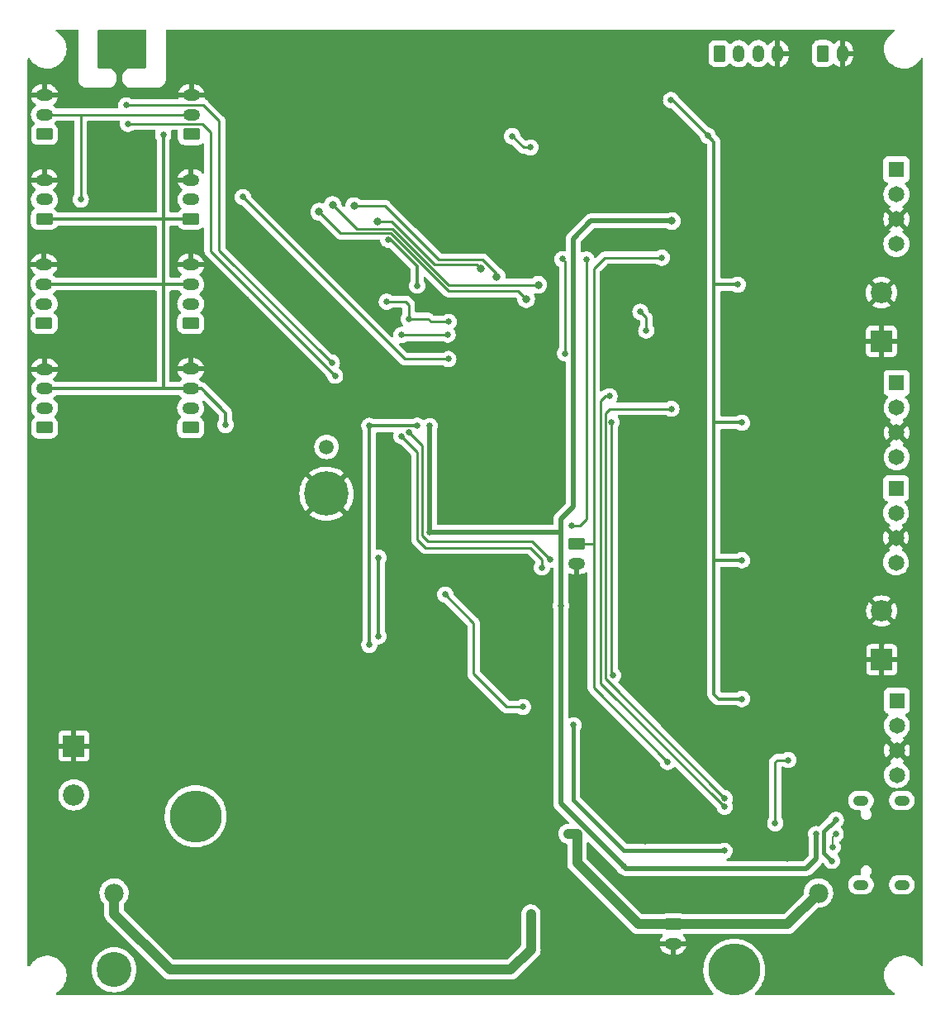
<source format=gbl>
G04 #@! TF.GenerationSoftware,KiCad,Pcbnew,(6.0.5)*
G04 #@! TF.CreationDate,2023-01-16T17:19:21+01:00*
G04 #@! TF.ProjectId,ruche,72756368-652e-46b6-9963-61645f706362,rev?*
G04 #@! TF.SameCoordinates,Original*
G04 #@! TF.FileFunction,Copper,L2,Bot*
G04 #@! TF.FilePolarity,Positive*
%FSLAX46Y46*%
G04 Gerber Fmt 4.6, Leading zero omitted, Abs format (unit mm)*
G04 Created by KiCad (PCBNEW (6.0.5)) date 2023-01-16 17:19:21*
%MOMM*%
%LPD*%
G01*
G04 APERTURE LIST*
G04 Aperture macros list*
%AMRoundRect*
0 Rectangle with rounded corners*
0 $1 Rounding radius*
0 $2 $3 $4 $5 $6 $7 $8 $9 X,Y pos of 4 corners*
0 Add a 4 corners polygon primitive as box body*
4,1,4,$2,$3,$4,$5,$6,$7,$8,$9,$2,$3,0*
0 Add four circle primitives for the rounded corners*
1,1,$1+$1,$2,$3*
1,1,$1+$1,$4,$5*
1,1,$1+$1,$6,$7*
1,1,$1+$1,$8,$9*
0 Add four rect primitives between the rounded corners*
20,1,$1+$1,$2,$3,$4,$5,0*
20,1,$1+$1,$4,$5,$6,$7,0*
20,1,$1+$1,$6,$7,$8,$9,0*
20,1,$1+$1,$8,$9,$2,$3,0*%
G04 Aperture macros list end*
G04 #@! TA.AperFunction,ComponentPad*
%ADD10R,2.175000X2.175000*%
G04 #@! TD*
G04 #@! TA.AperFunction,ComponentPad*
%ADD11C,2.175000*%
G04 #@! TD*
G04 #@! TA.AperFunction,ComponentPad*
%ADD12RoundRect,0.250000X-0.350000X-0.625000X0.350000X-0.625000X0.350000X0.625000X-0.350000X0.625000X0*%
G04 #@! TD*
G04 #@! TA.AperFunction,ComponentPad*
%ADD13O,1.200000X1.750000*%
G04 #@! TD*
G04 #@! TA.AperFunction,ComponentPad*
%ADD14RoundRect,0.250000X0.625000X-0.350000X0.625000X0.350000X-0.625000X0.350000X-0.625000X-0.350000X0*%
G04 #@! TD*
G04 #@! TA.AperFunction,ComponentPad*
%ADD15O,1.750000X1.200000*%
G04 #@! TD*
G04 #@! TA.AperFunction,ComponentPad*
%ADD16C,1.500000*%
G04 #@! TD*
G04 #@! TA.AperFunction,ComponentPad*
%ADD17C,4.540000*%
G04 #@! TD*
G04 #@! TA.AperFunction,ComponentPad*
%ADD18R,1.650000X1.650000*%
G04 #@! TD*
G04 #@! TA.AperFunction,ComponentPad*
%ADD19C,1.650000*%
G04 #@! TD*
G04 #@! TA.AperFunction,ComponentPad*
%ADD20RoundRect,0.250000X-0.625000X0.350000X-0.625000X-0.350000X0.625000X-0.350000X0.625000X0.350000X0*%
G04 #@! TD*
G04 #@! TA.AperFunction,ComponentPad*
%ADD21RoundRect,0.500000X0.300000X0.000000X0.300000X0.000000X-0.300000X0.000000X-0.300000X0.000000X0*%
G04 #@! TD*
G04 #@! TA.AperFunction,ComponentPad*
%ADD22C,1.980000*%
G04 #@! TD*
G04 #@! TA.AperFunction,ComponentPad*
%ADD23C,5.325000*%
G04 #@! TD*
G04 #@! TA.AperFunction,ComponentPad*
%ADD24C,3.585000*%
G04 #@! TD*
G04 #@! TA.AperFunction,ViaPad*
%ADD25C,0.650000*%
G04 #@! TD*
G04 #@! TA.AperFunction,ViaPad*
%ADD26C,0.800000*%
G04 #@! TD*
G04 #@! TA.AperFunction,Conductor*
%ADD27C,0.500000*%
G04 #@! TD*
G04 #@! TA.AperFunction,Conductor*
%ADD28C,0.250000*%
G04 #@! TD*
G04 #@! TA.AperFunction,Conductor*
%ADD29C,0.400000*%
G04 #@! TD*
G04 #@! TA.AperFunction,Conductor*
%ADD30C,1.000000*%
G04 #@! TD*
G04 #@! TA.AperFunction,Conductor*
%ADD31C,0.300000*%
G04 #@! TD*
G04 #@! TA.AperFunction,Conductor*
%ADD32C,0.200000*%
G04 #@! TD*
G04 APERTURE END LIST*
D10*
X91760000Y-143020000D03*
D11*
X91760000Y-148020000D03*
D12*
X157900000Y-72090000D03*
D13*
X159900000Y-72090000D03*
X161900000Y-72090000D03*
X163900000Y-72090000D03*
D14*
X88740000Y-89040000D03*
D15*
X88740000Y-87040000D03*
X88740000Y-85040000D03*
D14*
X88750000Y-80340000D03*
D15*
X88750000Y-78340000D03*
X88750000Y-76340000D03*
D14*
X103760000Y-89030000D03*
D15*
X103760000Y-87030000D03*
X103760000Y-85030000D03*
D16*
X117650000Y-112380000D03*
D17*
X117650000Y-117180000D03*
D18*
X176060000Y-83960000D03*
D19*
X176060000Y-86500000D03*
X176060000Y-89040000D03*
X176060000Y-91580000D03*
D14*
X103800000Y-80350000D03*
D15*
X103800000Y-78350000D03*
X103800000Y-76350000D03*
D20*
X143310000Y-122300000D03*
D15*
X143310000Y-124300000D03*
D10*
X174520000Y-101580000D03*
D11*
X174520000Y-96580000D03*
D10*
X174560000Y-134190000D03*
D11*
X174560000Y-129190000D03*
D18*
X176110000Y-138380000D03*
D19*
X176110000Y-140920000D03*
X176110000Y-143460000D03*
X176110000Y-146000000D03*
D18*
X176090000Y-105830000D03*
D19*
X176090000Y-108370000D03*
X176090000Y-110910000D03*
X176090000Y-113450000D03*
D20*
X153150000Y-161270000D03*
D15*
X153150000Y-163270000D03*
D21*
X176607500Y-157240000D03*
X172427500Y-157240000D03*
X172427500Y-148600000D03*
X176607500Y-148600000D03*
D14*
X103730000Y-99720000D03*
D15*
X103730000Y-97720000D03*
X103730000Y-95720000D03*
X103730000Y-93720000D03*
D14*
X88760000Y-110410000D03*
D15*
X88760000Y-108410000D03*
X88760000Y-106410000D03*
X88760000Y-104410000D03*
D14*
X88710000Y-99720000D03*
D15*
X88710000Y-97720000D03*
X88710000Y-95720000D03*
X88710000Y-93720000D03*
D12*
X168510000Y-72080000D03*
D13*
X170510000Y-72080000D03*
D14*
X103730000Y-110400000D03*
D15*
X103730000Y-108400000D03*
X103730000Y-106400000D03*
X103730000Y-104400000D03*
D18*
X176020000Y-116600000D03*
D19*
X176020000Y-119140000D03*
X176020000Y-121680000D03*
X176020000Y-124220000D03*
D22*
X168080000Y-158080000D03*
X95880000Y-158080000D03*
D23*
X159440000Y-165950000D03*
D24*
X95880000Y-165950000D03*
D23*
X104240000Y-150210000D03*
D25*
X177090000Y-163510000D03*
X114910500Y-98616316D03*
X158430000Y-87210000D03*
X170590000Y-70320000D03*
X91650000Y-70520000D03*
X156030000Y-133920000D03*
X100100000Y-112930000D03*
X168350000Y-103810000D03*
X156100000Y-119730000D03*
X88300000Y-157940000D03*
X120560000Y-70410000D03*
X95100000Y-127930000D03*
X158820000Y-122600000D03*
X92600000Y-122930000D03*
X174090000Y-72820000D03*
X92600000Y-127930000D03*
X105100000Y-132930000D03*
X98060000Y-70410000D03*
X177960000Y-159150000D03*
X169530000Y-77250000D03*
X167270000Y-109950000D03*
X151160000Y-158200000D03*
X139450000Y-70320000D03*
X97600000Y-135430000D03*
X100860000Y-167750000D03*
X87600000Y-127930000D03*
X156070000Y-118440000D03*
X95100000Y-137930000D03*
X178060000Y-147250000D03*
X107600000Y-135430000D03*
X150350000Y-152764000D03*
X102600000Y-125430000D03*
X110100000Y-130140000D03*
X162780000Y-130370000D03*
X100100000Y-122930000D03*
X92600000Y-117930000D03*
X168500000Y-149880000D03*
X88300000Y-145560000D03*
X111680000Y-122480000D03*
X133900000Y-99610000D03*
X120290000Y-159520000D03*
X105100000Y-112930000D03*
X158250000Y-158630000D03*
X139420000Y-158470000D03*
X100100000Y-135430000D03*
X170860000Y-167750000D03*
X164060000Y-122270000D03*
X148840000Y-87700000D03*
X100100000Y-117930000D03*
X100100000Y-130430000D03*
X156060000Y-91060000D03*
X142910000Y-70320000D03*
X112450000Y-135970000D03*
X87600000Y-137930000D03*
X165860000Y-167750000D03*
X113540000Y-97010000D03*
X105100000Y-135430000D03*
X92600000Y-132930000D03*
X92600000Y-137930000D03*
X110860000Y-167750000D03*
X113360000Y-167750000D03*
X165980000Y-100190000D03*
X90100000Y-115430000D03*
X102600000Y-130430000D03*
X137108750Y-136760000D03*
X102600000Y-115430000D03*
X153050000Y-87780000D03*
X102600000Y-122930000D03*
X128450000Y-97670000D03*
X87600000Y-115430000D03*
X164490000Y-124000000D03*
X137650000Y-119236000D03*
X92110000Y-166600000D03*
X92600000Y-125430000D03*
X130688750Y-138150000D03*
X168360000Y-167750000D03*
X109780000Y-118460000D03*
X90100000Y-135430000D03*
X150410000Y-70320000D03*
X92600000Y-120430000D03*
X128360000Y-167750000D03*
X117895500Y-122480000D03*
X135860000Y-167750000D03*
X129120000Y-163200000D03*
X165590000Y-70320000D03*
X164500000Y-138180000D03*
X139440000Y-99800000D03*
X173360000Y-167750000D03*
X88300000Y-155440000D03*
X113950000Y-93790000D03*
X118360000Y-167750000D03*
X140560000Y-71920000D03*
X163090000Y-70320000D03*
X107700000Y-122500000D03*
X112480000Y-137950000D03*
X125860000Y-167750000D03*
X167390000Y-95570000D03*
X130860000Y-167750000D03*
X100100000Y-120430000D03*
X107600000Y-117930000D03*
X93360000Y-167750000D03*
X97600000Y-127930000D03*
X110100000Y-137930000D03*
X168190000Y-139440000D03*
X177960000Y-161650000D03*
X156030000Y-132650000D03*
X158740000Y-136820000D03*
X97600000Y-117930000D03*
X92600000Y-115430000D03*
X177528000Y-81644000D03*
X88750000Y-82670000D03*
X110560000Y-70410000D03*
X132438750Y-143610000D03*
X87600000Y-132930000D03*
X164900000Y-154580000D03*
X100100000Y-115430000D03*
X143640000Y-83180000D03*
X108350000Y-167730000D03*
X88300000Y-140560000D03*
X100100000Y-125430000D03*
X107650000Y-120070000D03*
X95100000Y-120430000D03*
X144780000Y-73950000D03*
X156080000Y-89760000D03*
X132488750Y-137800000D03*
X137140000Y-91310000D03*
X140700000Y-167750000D03*
X158090000Y-70320000D03*
X144040000Y-146820000D03*
X174930000Y-122850000D03*
X102600000Y-117930000D03*
X166910000Y-119040000D03*
X87600000Y-130430000D03*
X118338559Y-98990026D03*
X156180000Y-104160000D03*
X103360000Y-167750000D03*
X120860000Y-167750000D03*
X143200000Y-167750000D03*
X90900000Y-164720000D03*
X153080000Y-167720000D03*
X155590000Y-70320000D03*
X98620000Y-71100000D03*
X88300000Y-143060000D03*
X87600000Y-117930000D03*
X95100000Y-115430000D03*
X165860000Y-114170000D03*
X139850000Y-138340000D03*
X147910000Y-70320000D03*
X102600000Y-127930000D03*
X158911944Y-93918056D03*
X92600000Y-130430000D03*
X128650000Y-104790000D03*
X91650000Y-131350000D03*
X102600000Y-120430000D03*
X122060000Y-159110000D03*
X150700000Y-167750000D03*
X87600000Y-122930000D03*
X88300000Y-152905500D03*
X163910000Y-136430000D03*
X136130000Y-70400000D03*
X156170000Y-105410000D03*
X95100000Y-112930000D03*
X161660000Y-149740000D03*
X169360000Y-156170000D03*
X91650000Y-73020000D03*
X110760000Y-104650000D03*
X158470000Y-101580000D03*
X95100000Y-125430000D03*
X146480000Y-73580000D03*
X158460000Y-115880000D03*
X168330000Y-89270000D03*
X129060000Y-160490000D03*
X140380000Y-145420000D03*
X88300000Y-148060000D03*
X133360000Y-167750000D03*
X115860000Y-167750000D03*
X164750000Y-95680000D03*
X168090000Y-70320000D03*
X149842000Y-132190000D03*
X88750000Y-91380000D03*
X177528000Y-77072000D03*
X138360000Y-167750000D03*
X103060000Y-70410000D03*
X97600000Y-122930000D03*
X109680000Y-122480000D03*
X164190000Y-108210000D03*
X90100000Y-132930000D03*
X151020000Y-107100000D03*
X107600000Y-115430000D03*
X111590000Y-126880000D03*
X163260000Y-101880000D03*
X105100000Y-137930000D03*
X109460000Y-97260000D03*
X124740000Y-86990000D03*
X110100000Y-132930000D03*
X146610000Y-161780000D03*
X136510000Y-158130000D03*
X100100000Y-127930000D03*
X88300000Y-162940000D03*
X130808750Y-143950000D03*
X163140000Y-87480000D03*
X97600000Y-112930000D03*
X166700000Y-133290000D03*
X98360000Y-167750000D03*
X97600000Y-132930000D03*
X88300000Y-150560000D03*
X176660000Y-150210000D03*
X128060000Y-70410000D03*
X98060000Y-102910000D03*
X95100000Y-132930000D03*
X145410000Y-70320000D03*
X173090000Y-70320000D03*
X163050000Y-115680000D03*
X95100000Y-130430000D03*
X97600000Y-115430000D03*
X95100000Y-117930000D03*
X112290000Y-132930000D03*
X155430000Y-167700000D03*
X138020000Y-133960000D03*
X177960000Y-153650000D03*
X102600000Y-137930000D03*
X160590000Y-70320000D03*
X167930000Y-128570000D03*
X143910000Y-73040000D03*
X136400000Y-148890000D03*
X116180000Y-161990000D03*
X105560000Y-70410000D03*
X177528000Y-74786000D03*
X92600000Y-135430000D03*
X112610000Y-130080000D03*
X95100000Y-135430000D03*
X88740000Y-102060000D03*
X109760000Y-126480000D03*
X102600000Y-112930000D03*
X164110000Y-93810000D03*
X90100000Y-137930000D03*
X147730000Y-149790000D03*
X123060000Y-70410000D03*
X138429500Y-137800000D03*
X133060000Y-70410000D03*
X152910000Y-70320000D03*
X177528000Y-79358000D03*
X87600000Y-120430000D03*
X97600000Y-125430000D03*
X97161250Y-139300000D03*
X148200000Y-167750000D03*
X177960000Y-151150000D03*
X97600000Y-130430000D03*
D26*
X139520000Y-106650000D03*
D25*
X88300000Y-160440000D03*
X107110000Y-126270000D03*
X149530000Y-158580000D03*
X164810000Y-109910000D03*
X152680000Y-74910000D03*
X168140000Y-85920000D03*
X174090000Y-165320000D03*
X137828750Y-143600000D03*
X119740000Y-93830000D03*
X101030000Y-162520000D03*
X172020000Y-161260000D03*
X107590000Y-130120000D03*
X163360000Y-167750000D03*
X105860000Y-167750000D03*
X107600000Y-137930000D03*
X97600000Y-120430000D03*
X107680000Y-133000000D03*
X130610000Y-84330000D03*
X161680000Y-148170000D03*
X87610000Y-135430000D03*
X100100000Y-137930000D03*
X177960000Y-156150000D03*
X145700000Y-167750000D03*
X130580000Y-83070000D03*
X117860000Y-126070000D03*
X102600000Y-132930000D03*
X87600000Y-112930000D03*
X111650000Y-117920000D03*
X95100000Y-122930000D03*
X88770000Y-74440000D03*
X175496000Y-74278000D03*
X123360000Y-167750000D03*
X134766125Y-134294658D03*
X130560000Y-70410000D03*
X105100000Y-115430000D03*
X155320000Y-157100000D03*
X87600000Y-125430000D03*
X90100000Y-112930000D03*
X102600000Y-135430000D03*
X108060000Y-70410000D03*
X160700000Y-153630000D03*
X167160000Y-124100000D03*
X139448750Y-144010000D03*
X135580000Y-162810000D03*
X158340000Y-151690000D03*
X97600000Y-137930000D03*
X118060000Y-70410000D03*
X92600000Y-112930000D03*
X100100000Y-132930000D03*
X158570000Y-108310000D03*
D26*
X153040000Y-89240000D03*
D25*
X163647500Y-150922500D03*
X148080000Y-155340000D03*
X164980000Y-144450000D03*
X167830000Y-152045500D03*
X141670000Y-128680000D03*
X128250000Y-110230000D03*
X128240000Y-121120000D03*
X130160000Y-99570000D03*
X123830000Y-97500000D03*
X126090000Y-99260000D03*
X126140000Y-110910000D03*
X138540000Y-81700000D03*
X136680000Y-80550000D03*
X140552345Y-123917655D03*
X130060000Y-100860000D03*
X139730000Y-124730000D03*
X125340000Y-111290000D03*
X125330000Y-100910000D03*
X158470000Y-153750000D03*
X142950000Y-140890000D03*
X143330000Y-152010000D03*
X142430000Y-152010000D03*
X149590000Y-161200000D03*
X109080000Y-86790000D03*
X130130000Y-103370000D03*
X92460000Y-87030000D03*
X122050000Y-132660000D03*
X156720000Y-80500000D03*
X122050000Y-110220000D03*
X160250000Y-138200000D03*
X126940000Y-110210000D03*
X152970000Y-76850000D03*
X160230000Y-123990000D03*
X159800000Y-95760000D03*
X126960000Y-95860000D03*
X100910000Y-80380000D03*
X160230000Y-109900000D03*
X123980000Y-91140000D03*
X107310000Y-110130000D03*
X142777234Y-120412766D03*
X144280000Y-93180000D03*
X150430000Y-100450000D03*
X149830000Y-98540000D03*
X122990000Y-123720000D03*
X123000000Y-131780000D03*
D26*
X138113658Y-97238306D03*
X116910000Y-88290000D03*
X118285000Y-87595000D03*
X139359799Y-95780201D03*
X120485000Y-87705000D03*
X135100000Y-94920000D03*
X122850000Y-89280000D03*
X133477701Y-94072299D03*
D25*
X118529159Y-105080841D03*
X97303445Y-79276555D03*
X97118504Y-77382740D03*
X118195000Y-103755000D03*
X137780000Y-139020000D03*
X129820000Y-127510000D03*
X152636000Y-144636000D03*
X152040000Y-93000000D03*
X169850000Y-150580000D03*
X169450000Y-154780000D03*
X169830000Y-152045500D03*
X169520000Y-153344500D03*
X146860000Y-109820000D03*
X147000000Y-135780000D03*
X152990000Y-108470000D03*
X158470500Y-148369579D03*
X146650000Y-107190000D03*
X158470500Y-149236165D03*
X141840000Y-93140000D03*
X142100000Y-102800000D03*
X138590000Y-161550000D03*
X138590000Y-160260000D03*
D27*
X148080000Y-155340000D02*
X141650000Y-148910000D01*
X142944511Y-91045489D02*
X144760000Y-89230000D01*
X144760000Y-89230000D02*
X153030000Y-89230000D01*
X166860000Y-155550000D02*
X167830000Y-154580000D01*
D28*
X163647500Y-144662500D02*
X163860000Y-144450000D01*
D27*
X128240000Y-110250000D02*
X128240000Y-121120000D01*
D28*
X163647500Y-144862500D02*
X163647500Y-144662500D01*
D27*
X142944511Y-118525489D02*
X142944511Y-91045489D01*
X128260000Y-121140000D02*
X128240000Y-121120000D01*
X141650000Y-128700000D02*
X141670000Y-128680000D01*
X141650000Y-148910000D02*
X141650000Y-128700000D01*
D29*
X148080000Y-155340000D02*
X148290000Y-155550000D01*
D27*
X141670000Y-128680000D02*
X141670000Y-119800000D01*
X167830000Y-154580000D02*
X167830000Y-152045500D01*
X141660000Y-121140000D02*
X128260000Y-121140000D01*
X141670000Y-119800000D02*
X142944511Y-118525489D01*
D28*
X163647500Y-150922500D02*
X163647500Y-144862500D01*
D27*
X153030000Y-89230000D02*
X153040000Y-89240000D01*
X148290000Y-155550000D02*
X166860000Y-155550000D01*
D28*
X163860000Y-144450000D02*
X164980000Y-144450000D01*
X138540000Y-81700000D02*
X137830000Y-81700000D01*
X126090000Y-99260000D02*
X126090000Y-97830000D01*
X128390000Y-99570000D02*
X128080000Y-99260000D01*
X125760000Y-97500000D02*
X123830000Y-97500000D01*
X128063784Y-122050000D02*
X127440000Y-121426216D01*
X127440000Y-112210000D02*
X126140000Y-110910000D01*
X140552345Y-123917655D02*
X138684690Y-122050000D01*
X126090000Y-97830000D02*
X125760000Y-97500000D01*
X130160000Y-99570000D02*
X128390000Y-99570000D01*
X138684690Y-122050000D02*
X128063784Y-122050000D01*
X128080000Y-99260000D02*
X126090000Y-99260000D01*
X127440000Y-121426216D02*
X127440000Y-112210000D01*
X137830000Y-81700000D02*
X136680000Y-80550000D01*
X126980000Y-112930000D02*
X126980000Y-121890998D01*
X127789002Y-122700000D02*
X138540000Y-122700000D01*
X130010000Y-100910000D02*
X130060000Y-100860000D01*
X138540000Y-122700000D02*
X139730000Y-123890000D01*
X139730000Y-123890000D02*
X139730000Y-124730000D01*
X126980000Y-121890998D02*
X127789002Y-122700000D01*
X125340000Y-111290000D02*
X126980000Y-112930000D01*
X125330000Y-100910000D02*
X130010000Y-100910000D01*
D29*
X142950000Y-140890000D02*
X142950000Y-148570000D01*
X142950000Y-148570000D02*
X148130000Y-153750000D01*
X148130000Y-153750000D02*
X158470000Y-153750000D01*
D30*
X149610000Y-161270000D02*
X143330000Y-154990000D01*
X168080000Y-158080000D02*
X164890000Y-161270000D01*
X164890000Y-161270000D02*
X149610000Y-161270000D01*
X143330000Y-154990000D02*
X143330000Y-152010000D01*
X142430000Y-152010000D02*
X143330000Y-152010000D01*
D28*
X130130000Y-103370000D02*
X125660000Y-103370000D01*
X125660000Y-103370000D02*
X109080000Y-86790000D01*
X92460000Y-87030000D02*
X92460000Y-78390000D01*
X88750000Y-78340000D02*
X103790000Y-78340000D01*
D31*
X157390000Y-123990000D02*
X157350000Y-124030000D01*
X160230000Y-123990000D02*
X157390000Y-123990000D01*
X157350000Y-124030000D02*
X157350000Y-137720000D01*
X160230000Y-109900000D02*
X157390000Y-109900000D01*
X122040000Y-110230000D02*
X122040000Y-132650000D01*
X104810000Y-106400000D02*
X107310000Y-108900000D01*
X103590000Y-89040000D02*
X103770000Y-88860000D01*
X157350000Y-95703378D02*
X157350000Y-81130000D01*
X126960000Y-95860000D02*
X126960000Y-93880000D01*
X122060000Y-110210000D02*
X126940000Y-110210000D01*
X157406622Y-95760000D02*
X159800000Y-95760000D01*
X157350000Y-109860000D02*
X157350000Y-124030000D01*
X122050000Y-110220000D02*
X122040000Y-110230000D01*
X100920000Y-80390000D02*
X100910000Y-80380000D01*
X126960000Y-93880000D02*
X124220000Y-91140000D01*
X157830000Y-138200000D02*
X157350000Y-137720000D01*
X88740000Y-95690000D02*
X88710000Y-95720000D01*
X122050000Y-110220000D02*
X122060000Y-110210000D01*
X88760000Y-106410000D02*
X100920000Y-106410000D01*
X157390000Y-109900000D02*
X157350000Y-109860000D01*
X88740000Y-89040000D02*
X103590000Y-89040000D01*
X153070000Y-76850000D02*
X156720000Y-80500000D01*
X152970000Y-76850000D02*
X153070000Y-76850000D01*
X100920000Y-106410000D02*
X103720000Y-106410000D01*
X157350000Y-81130000D02*
X156720000Y-80500000D01*
X103730000Y-106400000D02*
X104810000Y-106400000D01*
X122040000Y-132650000D02*
X122050000Y-132660000D01*
X160250000Y-138200000D02*
X157830000Y-138200000D01*
X157350000Y-109860000D02*
X157350000Y-95750000D01*
X124220000Y-91140000D02*
X123980000Y-91140000D01*
X103630000Y-95690000D02*
X88740000Y-95690000D01*
X107310000Y-108900000D02*
X107310000Y-110130000D01*
X100920000Y-106410000D02*
X100920000Y-80390000D01*
X103720000Y-106410000D02*
X103730000Y-106400000D01*
D28*
X144280000Y-119770000D02*
X143637234Y-120412766D01*
X143637234Y-120412766D02*
X142777234Y-120412766D01*
X144280000Y-93180000D02*
X144280000Y-119770000D01*
X150430000Y-99140000D02*
X150430000Y-100450000D01*
X149830000Y-98540000D02*
X150430000Y-99140000D01*
D31*
X122990000Y-123720000D02*
X123000000Y-123730000D01*
X123000000Y-123730000D02*
X123000000Y-131780000D01*
D28*
X130181060Y-96430000D02*
X137305352Y-96430000D01*
X119110499Y-90490499D02*
X124249033Y-90490499D01*
X124249033Y-90490499D02*
X124629501Y-90870967D01*
X116910000Y-88290000D02*
X119110499Y-90490499D01*
X124629501Y-90878441D02*
X130181060Y-96430000D01*
X124629501Y-90870967D02*
X124629501Y-90878441D01*
X137305352Y-96430000D02*
X138113658Y-97238306D01*
X139341052Y-95798948D02*
X139359799Y-95780201D01*
X120730988Y-90040988D02*
X124435226Y-90040988D01*
X124435226Y-90040988D02*
X130193186Y-95798948D01*
X118285000Y-87595000D02*
X120730988Y-90040988D01*
X130193186Y-95798948D02*
X139341052Y-95798948D01*
X135100000Y-94630000D02*
X135100000Y-94920000D01*
X133670000Y-93200000D02*
X135100000Y-94630000D01*
X120485000Y-87705000D02*
X123685000Y-87705000D01*
X129180000Y-93200000D02*
X133670000Y-93200000D01*
X123685000Y-87705000D02*
X129180000Y-93200000D01*
X124340000Y-89280000D02*
X128730000Y-93670000D01*
X128730000Y-93670000D02*
X133075402Y-93670000D01*
X133075402Y-93670000D02*
X133477701Y-94072299D01*
X122850000Y-89280000D02*
X124340000Y-89280000D01*
X97303445Y-79276555D02*
X104913445Y-79276555D01*
X105770000Y-80130000D02*
X104920000Y-79280000D01*
X105770000Y-92321682D02*
X105770000Y-80130000D01*
X118529159Y-105080841D02*
X105770000Y-92321682D01*
X106650000Y-78980000D02*
X105052740Y-77382740D01*
X106650000Y-92210000D02*
X106650000Y-78980000D01*
X105052740Y-77382740D02*
X97118504Y-77382740D01*
X118195000Y-103755000D02*
X106650000Y-92210000D01*
X132710000Y-135640000D02*
X136090000Y-139020000D01*
X129820000Y-127510000D02*
X132710000Y-130400000D01*
X136090000Y-139020000D02*
X137780000Y-139020000D01*
X132710000Y-130400000D02*
X132710000Y-135640000D01*
X145040000Y-94120000D02*
X146160000Y-93000000D01*
X145040000Y-137040000D02*
X152636000Y-144636000D01*
X145040000Y-121919022D02*
X145040000Y-94120000D01*
X143040000Y-122320000D02*
X145020000Y-122320000D01*
X146160000Y-93000000D02*
X152040000Y-93000000D01*
X145040000Y-121850000D02*
X145040000Y-137040000D01*
D29*
X169450000Y-154780000D02*
X168630000Y-153960000D01*
X168630000Y-151800000D02*
X169850000Y-150580000D01*
X168630000Y-153960000D02*
X168630000Y-151800000D01*
D32*
X169520000Y-152355500D02*
X169520000Y-153344500D01*
X169830000Y-152045500D02*
X169520000Y-152355500D01*
D28*
X147000000Y-135780000D02*
X146860000Y-135640000D01*
X146860000Y-135640000D02*
X146860000Y-109820000D01*
X146210499Y-108889501D02*
X146630000Y-108470000D01*
X146630000Y-108470000D02*
X152990000Y-108470000D01*
X146210499Y-136109578D02*
X146210499Y-108889501D01*
X158470500Y-148369579D02*
X146210499Y-136109578D01*
X146250000Y-107190000D02*
X146650000Y-107190000D01*
X145760988Y-107679012D02*
X146250000Y-107190000D01*
X158418552Y-149236165D02*
X145760988Y-136578601D01*
X145760988Y-136578601D02*
X145760988Y-107679012D01*
X158470500Y-149236165D02*
X158418552Y-149236165D01*
X142120000Y-93420000D02*
X142120000Y-102780000D01*
X141840000Y-93140000D02*
X142120000Y-93420000D01*
X142120000Y-102780000D02*
X142100000Y-102800000D01*
D30*
X136530000Y-165940000D02*
X138590000Y-163880000D01*
X95880000Y-160220000D02*
X101600000Y-165940000D01*
X95880000Y-158080000D02*
X95880000Y-160220000D01*
X101600000Y-165940000D02*
X136530000Y-165940000D01*
X138590000Y-163880000D02*
X138590000Y-161550000D01*
X138590000Y-161550000D02*
X138590000Y-160260000D01*
G04 #@! TA.AperFunction,Conductor*
G36*
X92143621Y-69628502D02*
G01*
X92190114Y-69682158D01*
X92201500Y-69734500D01*
X92201500Y-74550633D01*
X92200000Y-74570018D01*
X92197690Y-74584851D01*
X92197690Y-74584855D01*
X92196309Y-74593724D01*
X92198136Y-74607692D01*
X92198345Y-74609290D01*
X92198929Y-74614644D01*
X92200830Y-74636368D01*
X92213028Y-74775793D01*
X92258700Y-74946245D01*
X92261022Y-74951226D01*
X92261023Y-74951227D01*
X92330951Y-75101189D01*
X92330954Y-75101194D01*
X92333277Y-75106176D01*
X92336434Y-75110684D01*
X92430867Y-75245548D01*
X92434493Y-75250727D01*
X92559273Y-75375507D01*
X92563781Y-75378664D01*
X92563784Y-75378666D01*
X92623126Y-75420217D01*
X92703824Y-75476723D01*
X92708806Y-75479046D01*
X92708811Y-75479049D01*
X92852432Y-75546020D01*
X92863755Y-75551300D01*
X92869063Y-75552722D01*
X92869065Y-75552723D01*
X93028892Y-75595548D01*
X93028893Y-75595548D01*
X93034207Y-75596972D01*
X93163712Y-75608302D01*
X93173626Y-75609568D01*
X93181346Y-75610867D01*
X93192656Y-75612770D01*
X93192658Y-75612770D01*
X93197448Y-75613576D01*
X93203724Y-75613652D01*
X93205140Y-75613670D01*
X93205143Y-75613670D01*
X93210000Y-75613729D01*
X93237624Y-75609773D01*
X93255486Y-75608500D01*
X95106750Y-75608500D01*
X95127655Y-75610246D01*
X95142656Y-75612770D01*
X95142659Y-75612770D01*
X95147448Y-75613576D01*
X95153763Y-75613653D01*
X95155142Y-75613670D01*
X95155145Y-75613670D01*
X95160000Y-75613729D01*
X95164816Y-75613039D01*
X95164818Y-75613039D01*
X95174848Y-75611603D01*
X95181085Y-75610867D01*
X95340312Y-75596113D01*
X95340314Y-75596113D01*
X95346105Y-75595576D01*
X95525873Y-75544427D01*
X95693182Y-75461118D01*
X95842333Y-75348484D01*
X95927898Y-75254624D01*
X95964322Y-75214669D01*
X95964323Y-75214667D01*
X95968249Y-75210361D01*
X96066640Y-75051453D01*
X96134157Y-74877172D01*
X96168500Y-74693451D01*
X96168500Y-74506549D01*
X96134157Y-74322828D01*
X96066640Y-74148547D01*
X95968249Y-73989639D01*
X95842333Y-73851516D01*
X95693182Y-73738882D01*
X95525873Y-73655573D01*
X95402374Y-73620434D01*
X95351705Y-73606017D01*
X95351701Y-73606016D01*
X95346105Y-73604424D01*
X95202593Y-73591126D01*
X95193314Y-73589917D01*
X95177345Y-73587230D01*
X95177340Y-73587230D01*
X95172552Y-73586424D01*
X95166353Y-73586348D01*
X95164860Y-73586330D01*
X95164857Y-73586330D01*
X95160000Y-73586271D01*
X95135679Y-73589754D01*
X95132376Y-73590227D01*
X95114514Y-73591500D01*
X94344500Y-73591500D01*
X94276379Y-73571498D01*
X94229886Y-73517842D01*
X94218500Y-73465500D01*
X94218500Y-69734500D01*
X94238502Y-69666379D01*
X94292158Y-69619886D01*
X94344500Y-69608500D01*
X99075500Y-69608500D01*
X99143621Y-69628502D01*
X99190114Y-69682158D01*
X99201500Y-69734500D01*
X99201500Y-73465500D01*
X99181498Y-73533621D01*
X99127842Y-73580114D01*
X99075500Y-73591500D01*
X97763250Y-73591500D01*
X97742345Y-73589754D01*
X97727344Y-73587230D01*
X97727341Y-73587230D01*
X97722552Y-73586424D01*
X97716237Y-73586347D01*
X97714858Y-73586330D01*
X97714855Y-73586330D01*
X97710000Y-73586271D01*
X97705184Y-73586961D01*
X97705182Y-73586961D01*
X97695152Y-73588397D01*
X97688915Y-73589133D01*
X97529688Y-73603887D01*
X97529686Y-73603887D01*
X97523895Y-73604424D01*
X97344127Y-73655573D01*
X97176818Y-73738882D01*
X97027667Y-73851516D01*
X96901751Y-73989639D01*
X96803360Y-74148547D01*
X96735843Y-74322828D01*
X96701500Y-74506549D01*
X96701500Y-74693451D01*
X96735843Y-74877172D01*
X96803360Y-75051453D01*
X96901751Y-75210361D01*
X96905677Y-75214667D01*
X96905678Y-75214669D01*
X96942102Y-75254624D01*
X97027667Y-75348484D01*
X97176818Y-75461118D01*
X97344127Y-75544427D01*
X97434011Y-75570002D01*
X97518295Y-75593983D01*
X97518299Y-75593984D01*
X97523895Y-75595576D01*
X97529690Y-75596113D01*
X97667407Y-75608874D01*
X97676686Y-75610083D01*
X97692655Y-75612770D01*
X97692660Y-75612770D01*
X97697448Y-75613576D01*
X97703647Y-75613652D01*
X97705140Y-75613670D01*
X97705143Y-75613670D01*
X97710000Y-75613729D01*
X97737624Y-75609773D01*
X97755486Y-75608500D01*
X100156750Y-75608500D01*
X100177655Y-75610246D01*
X100192656Y-75612770D01*
X100192659Y-75612770D01*
X100197448Y-75613576D01*
X100203525Y-75613650D01*
X100205135Y-75613670D01*
X100205139Y-75613670D01*
X100210000Y-75613729D01*
X100214814Y-75613040D01*
X100214824Y-75613039D01*
X100231280Y-75610682D01*
X100238149Y-75609889D01*
X100385793Y-75596972D01*
X100391107Y-75595548D01*
X100391108Y-75595548D01*
X100550935Y-75552723D01*
X100550937Y-75552722D01*
X100556245Y-75551300D01*
X100567568Y-75546020D01*
X100711189Y-75479049D01*
X100711194Y-75479046D01*
X100716176Y-75476723D01*
X100796874Y-75420217D01*
X100856216Y-75378666D01*
X100856219Y-75378664D01*
X100860727Y-75375507D01*
X100985507Y-75250727D01*
X100989134Y-75245548D01*
X101083566Y-75110684D01*
X101086723Y-75106176D01*
X101089046Y-75101194D01*
X101089049Y-75101189D01*
X101158977Y-74951227D01*
X101158978Y-74951226D01*
X101161300Y-74946245D01*
X101206972Y-74775793D01*
X101218302Y-74646288D01*
X101219569Y-74636368D01*
X101222770Y-74617344D01*
X101222770Y-74617342D01*
X101223576Y-74612552D01*
X101223729Y-74600000D01*
X101219773Y-74572376D01*
X101218500Y-74554514D01*
X101218500Y-72765400D01*
X156791500Y-72765400D01*
X156791837Y-72768646D01*
X156791837Y-72768650D01*
X156801696Y-72863664D01*
X156802474Y-72871166D01*
X156858450Y-73038946D01*
X156951522Y-73189348D01*
X157076697Y-73314305D01*
X157082927Y-73318145D01*
X157082928Y-73318146D01*
X157220090Y-73402694D01*
X157227262Y-73407115D01*
X157263942Y-73419281D01*
X157388611Y-73460632D01*
X157388613Y-73460632D01*
X157395139Y-73462797D01*
X157401975Y-73463497D01*
X157401978Y-73463498D01*
X157440386Y-73467433D01*
X157499600Y-73473500D01*
X158300400Y-73473500D01*
X158303646Y-73473163D01*
X158303650Y-73473163D01*
X158399308Y-73463238D01*
X158399312Y-73463237D01*
X158406166Y-73462526D01*
X158412702Y-73460345D01*
X158412704Y-73460345D01*
X158560377Y-73411077D01*
X158573946Y-73406550D01*
X158724348Y-73313478D01*
X158849305Y-73188303D01*
X158881075Y-73136764D01*
X158933846Y-73089271D01*
X159003918Y-73077847D01*
X159069042Y-73106121D01*
X159087418Y-73125045D01*
X159093604Y-73132920D01*
X159098135Y-73136852D01*
X159098138Y-73136855D01*
X159218145Y-73240991D01*
X159253363Y-73271552D01*
X159258549Y-73274552D01*
X159258553Y-73274555D01*
X159354957Y-73330326D01*
X159436454Y-73377473D01*
X159636271Y-73446861D01*
X159642206Y-73447722D01*
X159642208Y-73447722D01*
X159839664Y-73476352D01*
X159839667Y-73476352D01*
X159845604Y-73477213D01*
X160056899Y-73467433D01*
X160188077Y-73435819D01*
X160256701Y-73419281D01*
X160256703Y-73419280D01*
X160262534Y-73417875D01*
X160267992Y-73415393D01*
X160267996Y-73415392D01*
X160383041Y-73363084D01*
X160455087Y-73330326D01*
X160627611Y-73207946D01*
X160766325Y-73063043D01*
X160769736Y-73059480D01*
X160773881Y-73055150D01*
X160786778Y-73035176D01*
X160794746Y-73022837D01*
X160848501Y-72976460D01*
X160918797Y-72966507D01*
X160983314Y-72996139D01*
X160999681Y-73013351D01*
X161093604Y-73132920D01*
X161098135Y-73136852D01*
X161098138Y-73136855D01*
X161218145Y-73240991D01*
X161253363Y-73271552D01*
X161258549Y-73274552D01*
X161258553Y-73274555D01*
X161354957Y-73330326D01*
X161436454Y-73377473D01*
X161636271Y-73446861D01*
X161642206Y-73447722D01*
X161642208Y-73447722D01*
X161839664Y-73476352D01*
X161839667Y-73476352D01*
X161845604Y-73477213D01*
X162056899Y-73467433D01*
X162188077Y-73435819D01*
X162256701Y-73419281D01*
X162256703Y-73419280D01*
X162262534Y-73417875D01*
X162267992Y-73415393D01*
X162267996Y-73415392D01*
X162383041Y-73363084D01*
X162455087Y-73330326D01*
X162627611Y-73207946D01*
X162766325Y-73063043D01*
X162769736Y-73059480D01*
X162773881Y-73055150D01*
X162777130Y-73050119D01*
X162777135Y-73050112D01*
X162795033Y-73022393D01*
X162848789Y-72976016D01*
X162919085Y-72966063D01*
X162983602Y-72995696D01*
X162999970Y-73012909D01*
X163090262Y-73127857D01*
X163098499Y-73136506D01*
X163249123Y-73267212D01*
X163258847Y-73274147D01*
X163431467Y-73374010D01*
X163442331Y-73378984D01*
X163630727Y-73444407D01*
X163631716Y-73444648D01*
X163642008Y-73443180D01*
X163646000Y-73429615D01*
X163646000Y-73425402D01*
X164154000Y-73425402D01*
X164157973Y-73438933D01*
X164167399Y-73440288D01*
X164256537Y-73418806D01*
X164267832Y-73414917D01*
X164449382Y-73332371D01*
X164459724Y-73326424D01*
X164622397Y-73211032D01*
X164631425Y-73203239D01*
X164769342Y-73059169D01*
X164776738Y-73049804D01*
X164884921Y-72882259D01*
X164890417Y-72871655D01*
X164937269Y-72755400D01*
X167401500Y-72755400D01*
X167401837Y-72758646D01*
X167401837Y-72758650D01*
X167402538Y-72765400D01*
X167412474Y-72861166D01*
X167414655Y-72867702D01*
X167414655Y-72867704D01*
X167447619Y-72966507D01*
X167468450Y-73028946D01*
X167561522Y-73179348D01*
X167686697Y-73304305D01*
X167692927Y-73308145D01*
X167692928Y-73308146D01*
X167830090Y-73392694D01*
X167837262Y-73397115D01*
X167885881Y-73413241D01*
X167998611Y-73450632D01*
X167998613Y-73450632D01*
X168005139Y-73452797D01*
X168011975Y-73453497D01*
X168011978Y-73453498D01*
X168055031Y-73457909D01*
X168109600Y-73463500D01*
X168910400Y-73463500D01*
X168913646Y-73463163D01*
X168913650Y-73463163D01*
X169009308Y-73453238D01*
X169009312Y-73453237D01*
X169016166Y-73452526D01*
X169022702Y-73450345D01*
X169022704Y-73450345D01*
X169165530Y-73402694D01*
X169183946Y-73396550D01*
X169334348Y-73303478D01*
X169459305Y-73178303D01*
X169463148Y-73172069D01*
X169491355Y-73126310D01*
X169544127Y-73078817D01*
X169614199Y-73067395D01*
X169679323Y-73095669D01*
X169697702Y-73114597D01*
X169700262Y-73117856D01*
X169708499Y-73126506D01*
X169859123Y-73257212D01*
X169868847Y-73264147D01*
X170041467Y-73364010D01*
X170052331Y-73368984D01*
X170240727Y-73434407D01*
X170241716Y-73434648D01*
X170252008Y-73433180D01*
X170256000Y-73419615D01*
X170256000Y-73415402D01*
X170764000Y-73415402D01*
X170767973Y-73428933D01*
X170777399Y-73430288D01*
X170866537Y-73408806D01*
X170877832Y-73404917D01*
X171059382Y-73322371D01*
X171069724Y-73316424D01*
X171232397Y-73201032D01*
X171241425Y-73193239D01*
X171379342Y-73049169D01*
X171386738Y-73039804D01*
X171494921Y-72872259D01*
X171500417Y-72861655D01*
X171574961Y-72676688D01*
X171578355Y-72665230D01*
X171616857Y-72468072D01*
X171617934Y-72459209D01*
X171618000Y-72456500D01*
X171618000Y-72352115D01*
X171613525Y-72336876D01*
X171612135Y-72335671D01*
X171604452Y-72334000D01*
X170782115Y-72334000D01*
X170766876Y-72338475D01*
X170765671Y-72339865D01*
X170764000Y-72347548D01*
X170764000Y-73415402D01*
X170256000Y-73415402D01*
X170256000Y-71807885D01*
X170764000Y-71807885D01*
X170768475Y-71823124D01*
X170769865Y-71824329D01*
X170777548Y-71826000D01*
X171599885Y-71826000D01*
X171615124Y-71821525D01*
X171616329Y-71820135D01*
X171618000Y-71812452D01*
X171618000Y-71755168D01*
X171617715Y-71749192D01*
X171603529Y-71600506D01*
X171601270Y-71588772D01*
X171545128Y-71397401D01*
X171540698Y-71386325D01*
X171449381Y-71209022D01*
X171442931Y-71198976D01*
X171319738Y-71042143D01*
X171311501Y-71033494D01*
X171160877Y-70902788D01*
X171151153Y-70895853D01*
X170978533Y-70795990D01*
X170967669Y-70791016D01*
X170779273Y-70725593D01*
X170778284Y-70725352D01*
X170767992Y-70726820D01*
X170764000Y-70740385D01*
X170764000Y-71807885D01*
X170256000Y-71807885D01*
X170256000Y-70744598D01*
X170252027Y-70731067D01*
X170242601Y-70729712D01*
X170153463Y-70751194D01*
X170142168Y-70755083D01*
X169960618Y-70837629D01*
X169950276Y-70843576D01*
X169787603Y-70958968D01*
X169778575Y-70966761D01*
X169691465Y-71057757D01*
X169629910Y-71093133D01*
X169559000Y-71089614D01*
X169501250Y-71048317D01*
X169493315Y-71036947D01*
X169458478Y-70980652D01*
X169333303Y-70855695D01*
X169319512Y-70847194D01*
X169188968Y-70766725D01*
X169188966Y-70766724D01*
X169182738Y-70762885D01*
X169074005Y-70726820D01*
X169021389Y-70709368D01*
X169021387Y-70709368D01*
X169014861Y-70707203D01*
X169008025Y-70706503D01*
X169008022Y-70706502D01*
X168964969Y-70702091D01*
X168910400Y-70696500D01*
X168109600Y-70696500D01*
X168106354Y-70696837D01*
X168106350Y-70696837D01*
X168010692Y-70706762D01*
X168010688Y-70706763D01*
X168003834Y-70707474D01*
X167997298Y-70709655D01*
X167997296Y-70709655D01*
X167907205Y-70739712D01*
X167836054Y-70763450D01*
X167685652Y-70856522D01*
X167680479Y-70861704D01*
X167639467Y-70902788D01*
X167560695Y-70981697D01*
X167556855Y-70987927D01*
X167556854Y-70987928D01*
X167481608Y-71110000D01*
X167467885Y-71132262D01*
X167450632Y-71184278D01*
X167434748Y-71232169D01*
X167412203Y-71300139D01*
X167411503Y-71306975D01*
X167411502Y-71306978D01*
X167408449Y-71336778D01*
X167401500Y-71404600D01*
X167401500Y-72755400D01*
X164937269Y-72755400D01*
X164964961Y-72686688D01*
X164968355Y-72675230D01*
X165006857Y-72478072D01*
X165007934Y-72469209D01*
X165008000Y-72466500D01*
X165008000Y-72362115D01*
X165003525Y-72346876D01*
X165002135Y-72345671D01*
X164994452Y-72344000D01*
X164172115Y-72344000D01*
X164156876Y-72348475D01*
X164155671Y-72349865D01*
X164154000Y-72357548D01*
X164154000Y-73425402D01*
X163646000Y-73425402D01*
X163646000Y-71817885D01*
X164154000Y-71817885D01*
X164158475Y-71833124D01*
X164159865Y-71834329D01*
X164167548Y-71836000D01*
X164989885Y-71836000D01*
X165005124Y-71831525D01*
X165006329Y-71830135D01*
X165008000Y-71822452D01*
X165008000Y-71765168D01*
X165007715Y-71759192D01*
X164993529Y-71610506D01*
X164991270Y-71598772D01*
X164935128Y-71407401D01*
X164930698Y-71396325D01*
X164839381Y-71219022D01*
X164832931Y-71208976D01*
X164709738Y-71052143D01*
X164701501Y-71043494D01*
X164550877Y-70912788D01*
X164541153Y-70905853D01*
X164368533Y-70805990D01*
X164357669Y-70801016D01*
X164169273Y-70735593D01*
X164168284Y-70735352D01*
X164157992Y-70736820D01*
X164154000Y-70750385D01*
X164154000Y-71817885D01*
X163646000Y-71817885D01*
X163646000Y-70754598D01*
X163642027Y-70741067D01*
X163632601Y-70739712D01*
X163543463Y-70761194D01*
X163532168Y-70765083D01*
X163350618Y-70847629D01*
X163340276Y-70853576D01*
X163177603Y-70968968D01*
X163168575Y-70976761D01*
X163030658Y-71120831D01*
X163023259Y-71130200D01*
X163005582Y-71157577D01*
X162951828Y-71203955D01*
X162881532Y-71213909D01*
X162817015Y-71184278D01*
X162800644Y-71167063D01*
X162789380Y-71152723D01*
X162706396Y-71047080D01*
X162701865Y-71043148D01*
X162701862Y-71043145D01*
X162551167Y-70912379D01*
X162546637Y-70908448D01*
X162541451Y-70905448D01*
X162541447Y-70905445D01*
X162368742Y-70805533D01*
X162363546Y-70802527D01*
X162163729Y-70733139D01*
X162157794Y-70732278D01*
X162157792Y-70732278D01*
X161960336Y-70703648D01*
X161960333Y-70703648D01*
X161954396Y-70702787D01*
X161743101Y-70712567D01*
X161630466Y-70739712D01*
X161543299Y-70760719D01*
X161543297Y-70760720D01*
X161537466Y-70762125D01*
X161532008Y-70764607D01*
X161532004Y-70764608D01*
X161435254Y-70808598D01*
X161344913Y-70849674D01*
X161172389Y-70972054D01*
X161026119Y-71124850D01*
X161022866Y-71129888D01*
X161005254Y-71157163D01*
X160951499Y-71203540D01*
X160881203Y-71213493D01*
X160816686Y-71183861D01*
X160800317Y-71166647D01*
X160793193Y-71157577D01*
X160706396Y-71047080D01*
X160701865Y-71043148D01*
X160701862Y-71043145D01*
X160551167Y-70912379D01*
X160546637Y-70908448D01*
X160541451Y-70905448D01*
X160541447Y-70905445D01*
X160368742Y-70805533D01*
X160363546Y-70802527D01*
X160163729Y-70733139D01*
X160157794Y-70732278D01*
X160157792Y-70732278D01*
X159960336Y-70703648D01*
X159960333Y-70703648D01*
X159954396Y-70702787D01*
X159743101Y-70712567D01*
X159630466Y-70739712D01*
X159543299Y-70760719D01*
X159543297Y-70760720D01*
X159537466Y-70762125D01*
X159532008Y-70764607D01*
X159532004Y-70764608D01*
X159435254Y-70808598D01*
X159344913Y-70849674D01*
X159172389Y-70972054D01*
X159168247Y-70976381D01*
X159168241Y-70976386D01*
X159081194Y-71067317D01*
X159019639Y-71102694D01*
X158948730Y-71099175D01*
X158890979Y-71057879D01*
X158883032Y-71046491D01*
X158881687Y-71044317D01*
X158848478Y-70990652D01*
X158723303Y-70865695D01*
X158717072Y-70861854D01*
X158578968Y-70776725D01*
X158578966Y-70776724D01*
X158572738Y-70772885D01*
X158464005Y-70736820D01*
X158411389Y-70719368D01*
X158411387Y-70719368D01*
X158404861Y-70717203D01*
X158398025Y-70716503D01*
X158398022Y-70716502D01*
X158354969Y-70712091D01*
X158300400Y-70706500D01*
X157499600Y-70706500D01*
X157496354Y-70706837D01*
X157496350Y-70706837D01*
X157400692Y-70716762D01*
X157400688Y-70716763D01*
X157393834Y-70717474D01*
X157387298Y-70719655D01*
X157387296Y-70719655D01*
X157295188Y-70750385D01*
X157226054Y-70773450D01*
X157075652Y-70866522D01*
X156950695Y-70991697D01*
X156946855Y-70997927D01*
X156946854Y-70997928D01*
X156868452Y-71125120D01*
X156857885Y-71142262D01*
X156835757Y-71208976D01*
X156805953Y-71298834D01*
X156802203Y-71310139D01*
X156801503Y-71316975D01*
X156801502Y-71316978D01*
X156799035Y-71341055D01*
X156791500Y-71414600D01*
X156791500Y-72765400D01*
X101218500Y-72765400D01*
X101218500Y-69734500D01*
X101238502Y-69666379D01*
X101292158Y-69619886D01*
X101344500Y-69608500D01*
X175777239Y-69608500D01*
X175845360Y-69628502D01*
X175891853Y-69682158D01*
X175901957Y-69752432D01*
X175872463Y-69817012D01*
X175841945Y-69842616D01*
X175654725Y-69954664D01*
X175654721Y-69954667D01*
X175651043Y-69956868D01*
X175437318Y-70128094D01*
X175248808Y-70326742D01*
X175089002Y-70549136D01*
X174960857Y-70791161D01*
X174959385Y-70795184D01*
X174959383Y-70795188D01*
X174885575Y-70996877D01*
X174866743Y-71048337D01*
X174808404Y-71315907D01*
X174786917Y-71588918D01*
X174787334Y-71596156D01*
X174802682Y-71862320D01*
X174855405Y-72131053D01*
X174856792Y-72135103D01*
X174856793Y-72135108D01*
X174932952Y-72357548D01*
X174944112Y-72390144D01*
X174988335Y-72478072D01*
X175042837Y-72586437D01*
X175067160Y-72634799D01*
X175069586Y-72638328D01*
X175069589Y-72638334D01*
X175212657Y-72846497D01*
X175222274Y-72860490D01*
X175225161Y-72863663D01*
X175225162Y-72863664D01*
X175394816Y-73050112D01*
X175406582Y-73063043D01*
X175409877Y-73065798D01*
X175409878Y-73065799D01*
X175490154Y-73132920D01*
X175616675Y-73238707D01*
X175620316Y-73240991D01*
X175845024Y-73381951D01*
X175845028Y-73381953D01*
X175848664Y-73384234D01*
X175960318Y-73434648D01*
X176094345Y-73495164D01*
X176094349Y-73495166D01*
X176098257Y-73496930D01*
X176102377Y-73498150D01*
X176102376Y-73498150D01*
X176356723Y-73573491D01*
X176356727Y-73573492D01*
X176360836Y-73574709D01*
X176365070Y-73575357D01*
X176365075Y-73575358D01*
X176627298Y-73615483D01*
X176627300Y-73615483D01*
X176631540Y-73616132D01*
X176770912Y-73618322D01*
X176901071Y-73620367D01*
X176901077Y-73620367D01*
X176905362Y-73620434D01*
X177177235Y-73587534D01*
X177442127Y-73518041D01*
X177446087Y-73516401D01*
X177446092Y-73516399D01*
X177574614Y-73463163D01*
X177695136Y-73413241D01*
X177850641Y-73322371D01*
X177927879Y-73277237D01*
X177927880Y-73277236D01*
X177931582Y-73275073D01*
X178147089Y-73106094D01*
X178173523Y-73078817D01*
X178273144Y-72976016D01*
X178337669Y-72909431D01*
X178340202Y-72905983D01*
X178340206Y-72905978D01*
X178497257Y-72692178D01*
X178499795Y-72688723D01*
X178503846Y-72681263D01*
X178554769Y-72587474D01*
X178604852Y-72537152D01*
X178674190Y-72521896D01*
X178740769Y-72546549D01*
X178783451Y-72603283D01*
X178791500Y-72647596D01*
X178791500Y-165470393D01*
X178771498Y-165538514D01*
X178717842Y-165585007D01*
X178647568Y-165595111D01*
X178582988Y-165565617D01*
X178553534Y-165528183D01*
X178523978Y-165470919D01*
X178523978Y-165470918D01*
X178522013Y-165467112D01*
X178512040Y-165452921D01*
X178367008Y-165246562D01*
X178364545Y-165243057D01*
X178294466Y-165167643D01*
X178181046Y-165045588D01*
X178181043Y-165045585D01*
X178178125Y-165042445D01*
X178174810Y-165039731D01*
X178174806Y-165039728D01*
X178018139Y-164911498D01*
X177966205Y-164868990D01*
X177732704Y-164725901D01*
X177728768Y-164724173D01*
X177485873Y-164617549D01*
X177485869Y-164617548D01*
X177481945Y-164615825D01*
X177218566Y-164540800D01*
X177214324Y-164540196D01*
X177214318Y-164540195D01*
X177013834Y-164511662D01*
X176947443Y-164502213D01*
X176803589Y-164501460D01*
X176677877Y-164500802D01*
X176677871Y-164500802D01*
X176673591Y-164500780D01*
X176669347Y-164501339D01*
X176669343Y-164501339D01*
X176550302Y-164517011D01*
X176402078Y-164536525D01*
X176397938Y-164537658D01*
X176397936Y-164537658D01*
X176354046Y-164549665D01*
X176137928Y-164608788D01*
X176133980Y-164610472D01*
X175889982Y-164714546D01*
X175889978Y-164714548D01*
X175886030Y-164716232D01*
X175866125Y-164728145D01*
X175654725Y-164854664D01*
X175654721Y-164854667D01*
X175651043Y-164856868D01*
X175437318Y-165028094D01*
X175325964Y-165145436D01*
X175274362Y-165199814D01*
X175248808Y-165226742D01*
X175089002Y-165449136D01*
X174960857Y-165691161D01*
X174959385Y-165695184D01*
X174959383Y-165695188D01*
X174882362Y-165905656D01*
X174866743Y-165948337D01*
X174808404Y-166215907D01*
X174786917Y-166488918D01*
X174787334Y-166496156D01*
X174802682Y-166762320D01*
X174855405Y-167031053D01*
X174856792Y-167035103D01*
X174856793Y-167035108D01*
X174942449Y-167285288D01*
X174944112Y-167290144D01*
X174993927Y-167389191D01*
X175042837Y-167486437D01*
X175067160Y-167534799D01*
X175069586Y-167538328D01*
X175069589Y-167538334D01*
X175219843Y-167756953D01*
X175222274Y-167760490D01*
X175225161Y-167763663D01*
X175225162Y-167763664D01*
X175403692Y-167959867D01*
X175406582Y-167963043D01*
X175616675Y-168138707D01*
X175620316Y-168140991D01*
X175824001Y-168268763D01*
X175871079Y-168321906D01*
X175881951Y-168392065D01*
X175853167Y-168456965D01*
X175793864Y-168496000D01*
X175757045Y-168501500D01*
X161677137Y-168501500D01*
X161609016Y-168481498D01*
X161562523Y-168427842D01*
X161552419Y-168357568D01*
X161581913Y-168292988D01*
X161595474Y-168279546D01*
X161627556Y-168252242D01*
X161627557Y-168252241D01*
X161630229Y-168249967D01*
X161737297Y-168135951D01*
X161870543Y-167994059D01*
X161870547Y-167994054D01*
X161872954Y-167991491D01*
X161875059Y-167988677D01*
X161875065Y-167988670D01*
X162083246Y-167710388D01*
X162085355Y-167707569D01*
X162110543Y-167664638D01*
X162215092Y-167486437D01*
X162264783Y-167401741D01*
X162287671Y-167350335D01*
X162397805Y-167102968D01*
X162409003Y-167077818D01*
X162464474Y-166902949D01*
X162515152Y-166743193D01*
X162515153Y-166743189D01*
X162516216Y-166739838D01*
X162585087Y-166392013D01*
X162614758Y-166038679D01*
X162615838Y-165961312D01*
X162615966Y-165952178D01*
X162615966Y-165952166D01*
X162615996Y-165950000D01*
X162615679Y-165944317D01*
X162596399Y-165599488D01*
X162596203Y-165595975D01*
X162583103Y-165518524D01*
X162537659Y-165249844D01*
X162537658Y-165249840D01*
X162537070Y-165246363D01*
X162439336Y-164905521D01*
X162365302Y-164725901D01*
X162305554Y-164580942D01*
X162305550Y-164580935D01*
X162304216Y-164577697D01*
X162133397Y-164266979D01*
X161929007Y-163977237D01*
X161693594Y-163712085D01*
X161501667Y-163539273D01*
X161432709Y-163477183D01*
X161432706Y-163477181D01*
X161430091Y-163474826D01*
X161427241Y-163472785D01*
X161427234Y-163472780D01*
X161144638Y-163270461D01*
X161144635Y-163270459D01*
X161141784Y-163268418D01*
X160832265Y-163095434D01*
X160505393Y-162958029D01*
X160502030Y-162957039D01*
X160502021Y-162957036D01*
X160304510Y-162898906D01*
X160165241Y-162857917D01*
X160161782Y-162857307D01*
X160161773Y-162857305D01*
X159906707Y-162812331D01*
X159816051Y-162796346D01*
X159734738Y-162791230D01*
X159465690Y-162774302D01*
X159465684Y-162774302D01*
X159462172Y-162774081D01*
X159361669Y-162778996D01*
X159111525Y-162791230D01*
X159111516Y-162791231D01*
X159108018Y-162791402D01*
X159104550Y-162791964D01*
X159104547Y-162791964D01*
X158761476Y-162847530D01*
X158761473Y-162847531D01*
X158758001Y-162848093D01*
X158754614Y-162849039D01*
X158754608Y-162849040D01*
X158564326Y-162902168D01*
X158416485Y-162943446D01*
X158274710Y-163000727D01*
X158090991Y-163074954D01*
X158090987Y-163074956D01*
X158087727Y-163076273D01*
X158084640Y-163077942D01*
X158084636Y-163077944D01*
X158049110Y-163097153D01*
X157775823Y-163244919D01*
X157484662Y-163447281D01*
X157482020Y-163449594D01*
X157482016Y-163449597D01*
X157266997Y-163637832D01*
X157217872Y-163680838D01*
X157215497Y-163683439D01*
X157007565Y-163911153D01*
X156978779Y-163942677D01*
X156770364Y-164229537D01*
X156768622Y-164232603D01*
X156768621Y-164232605D01*
X156747344Y-164270059D01*
X156595223Y-164537840D01*
X156568880Y-164599304D01*
X156485605Y-164793599D01*
X156455540Y-164863745D01*
X156446226Y-164894595D01*
X156401588Y-165042445D01*
X156353056Y-165203190D01*
X156326245Y-165349273D01*
X156291513Y-165538514D01*
X156289048Y-165551942D01*
X156264314Y-165905656D01*
X156279162Y-166259923D01*
X156300145Y-166395465D01*
X156324181Y-166550727D01*
X156333407Y-166610327D01*
X156334329Y-166613719D01*
X156334329Y-166613721D01*
X156424149Y-166944310D01*
X156426374Y-166952500D01*
X156427667Y-166955765D01*
X156427668Y-166955769D01*
X156500487Y-167139688D01*
X156556902Y-167282178D01*
X156723367Y-167595252D01*
X156725352Y-167598151D01*
X156921700Y-167884912D01*
X156921705Y-167884918D01*
X156923691Y-167887819D01*
X157155380Y-168156232D01*
X157157950Y-168158612D01*
X157157954Y-168158616D01*
X157191444Y-168189628D01*
X157282757Y-168274184D01*
X157292331Y-168283050D01*
X157328723Y-168344010D01*
X157326380Y-168414968D01*
X157286046Y-168473395D01*
X157220528Y-168500741D01*
X157206721Y-168501500D01*
X95982329Y-168501500D01*
X95914208Y-168481498D01*
X95879483Y-168441423D01*
X95867295Y-168464064D01*
X95805186Y-168498459D01*
X95777671Y-168501500D01*
X90038332Y-168501500D01*
X89970211Y-168481498D01*
X89923718Y-168427842D01*
X89913614Y-168357568D01*
X89943108Y-168292988D01*
X89974761Y-168266712D01*
X90127879Y-168177237D01*
X90127880Y-168177236D01*
X90131582Y-168175073D01*
X90347089Y-168006094D01*
X90361241Y-167991491D01*
X90534686Y-167812509D01*
X90537669Y-167809431D01*
X90540202Y-167805983D01*
X90540206Y-167805978D01*
X90697257Y-167592178D01*
X90699795Y-167588723D01*
X90727154Y-167538334D01*
X90828418Y-167351830D01*
X90828419Y-167351828D01*
X90830468Y-167348054D01*
X90921781Y-167106401D01*
X90925751Y-167095895D01*
X90925752Y-167095891D01*
X90927269Y-167091877D01*
X90959991Y-166949004D01*
X90987449Y-166829117D01*
X90987450Y-166829113D01*
X90988407Y-166824933D01*
X90991349Y-166791975D01*
X91012531Y-166554627D01*
X91012531Y-166554625D01*
X91012751Y-166552161D01*
X91013193Y-166510000D01*
X91004911Y-166388509D01*
X90994859Y-166241055D01*
X90994858Y-166241049D01*
X90994567Y-166236778D01*
X90939032Y-165968612D01*
X90932441Y-165950000D01*
X93574063Y-165950000D01*
X93574333Y-165954119D01*
X93592585Y-166232581D01*
X93593791Y-166250985D01*
X93594595Y-166255025D01*
X93594595Y-166255028D01*
X93650819Y-166537684D01*
X93652636Y-166546820D01*
X93653961Y-166550724D01*
X93653962Y-166550727D01*
X93748266Y-166828538D01*
X93749592Y-166832444D01*
X93799679Y-166934011D01*
X93877531Y-167091877D01*
X93883000Y-167102968D01*
X94050577Y-167353766D01*
X94249456Y-167580544D01*
X94476234Y-167779423D01*
X94479660Y-167781712D01*
X94479665Y-167781716D01*
X94638460Y-167887819D01*
X94727031Y-167947000D01*
X94730730Y-167948824D01*
X94730735Y-167948827D01*
X94817250Y-167991491D01*
X94997556Y-168080408D01*
X95001461Y-168081733D01*
X95001462Y-168081734D01*
X95279273Y-168176038D01*
X95279276Y-168176039D01*
X95283180Y-168177364D01*
X95287219Y-168178167D01*
X95287225Y-168178169D01*
X95574972Y-168235405D01*
X95574975Y-168235405D01*
X95579015Y-168236209D01*
X95583126Y-168236478D01*
X95583130Y-168236479D01*
X95785912Y-168249770D01*
X95852579Y-168274184D01*
X95879482Y-168309680D01*
X95887105Y-168292988D01*
X95946831Y-168254604D01*
X95974088Y-168249770D01*
X96176870Y-168236479D01*
X96176874Y-168236478D01*
X96180985Y-168236209D01*
X96185025Y-168235405D01*
X96185028Y-168235405D01*
X96472775Y-168178169D01*
X96472781Y-168178167D01*
X96476820Y-168177364D01*
X96480724Y-168176039D01*
X96480727Y-168176038D01*
X96758538Y-168081734D01*
X96758539Y-168081733D01*
X96762444Y-168080408D01*
X96942750Y-167991491D01*
X97029265Y-167948827D01*
X97029270Y-167948824D01*
X97032969Y-167947000D01*
X97121540Y-167887819D01*
X97280335Y-167781716D01*
X97280340Y-167781712D01*
X97283766Y-167779423D01*
X97510544Y-167580544D01*
X97709423Y-167353766D01*
X97877000Y-167102968D01*
X97882470Y-167091877D01*
X97960321Y-166934011D01*
X98010408Y-166832444D01*
X98011734Y-166828538D01*
X98106038Y-166550727D01*
X98106039Y-166550724D01*
X98107364Y-166546820D01*
X98109182Y-166537684D01*
X98165405Y-166255028D01*
X98165405Y-166255025D01*
X98166209Y-166250985D01*
X98167416Y-166232581D01*
X98185667Y-165954119D01*
X98185937Y-165950000D01*
X98183262Y-165909183D01*
X98166479Y-165653130D01*
X98166478Y-165653126D01*
X98166209Y-165649015D01*
X98155659Y-165595975D01*
X98108169Y-165357225D01*
X98108167Y-165357219D01*
X98107364Y-165353180D01*
X98069983Y-165243057D01*
X98011734Y-165071462D01*
X98011733Y-165071461D01*
X98010408Y-165067556D01*
X97911382Y-164866751D01*
X97878827Y-164800736D01*
X97878824Y-164800731D01*
X97877000Y-164797032D01*
X97709423Y-164546234D01*
X97510544Y-164319456D01*
X97283766Y-164120577D01*
X97280336Y-164118285D01*
X97280335Y-164118284D01*
X97036402Y-163955294D01*
X97032969Y-163953000D01*
X97029270Y-163951176D01*
X97029265Y-163951173D01*
X96879681Y-163877407D01*
X96762444Y-163819592D01*
X96758538Y-163818266D01*
X96480727Y-163723962D01*
X96480724Y-163723961D01*
X96476820Y-163722636D01*
X96472781Y-163721833D01*
X96472775Y-163721831D01*
X96185028Y-163664595D01*
X96185025Y-163664595D01*
X96180985Y-163663791D01*
X96176874Y-163663522D01*
X96176870Y-163663521D01*
X95884119Y-163644333D01*
X95880000Y-163644063D01*
X95875881Y-163644333D01*
X95583130Y-163663521D01*
X95583126Y-163663522D01*
X95579015Y-163663791D01*
X95574975Y-163664595D01*
X95574972Y-163664595D01*
X95287225Y-163721831D01*
X95287219Y-163721833D01*
X95283180Y-163722636D01*
X95279276Y-163723961D01*
X95279273Y-163723962D01*
X95001462Y-163818266D01*
X94997556Y-163819592D01*
X94880319Y-163877407D01*
X94730736Y-163951173D01*
X94730731Y-163951176D01*
X94727032Y-163953000D01*
X94476234Y-164120577D01*
X94249456Y-164319456D01*
X94050577Y-164546234D01*
X93883000Y-164797032D01*
X93881176Y-164800731D01*
X93881173Y-164800736D01*
X93848618Y-164866751D01*
X93749592Y-165067556D01*
X93748267Y-165071461D01*
X93748266Y-165071462D01*
X93690018Y-165243057D01*
X93652636Y-165353180D01*
X93651833Y-165357219D01*
X93651831Y-165357225D01*
X93604341Y-165595975D01*
X93593791Y-165649015D01*
X93593522Y-165653126D01*
X93593521Y-165653130D01*
X93576738Y-165909183D01*
X93574063Y-165950000D01*
X90932441Y-165950000D01*
X90847617Y-165710465D01*
X90722013Y-165467112D01*
X90712040Y-165452921D01*
X90567008Y-165246562D01*
X90564545Y-165243057D01*
X90494466Y-165167643D01*
X90381046Y-165045588D01*
X90381043Y-165045585D01*
X90378125Y-165042445D01*
X90374810Y-165039731D01*
X90374806Y-165039728D01*
X90218139Y-164911498D01*
X90166205Y-164868990D01*
X89932704Y-164725901D01*
X89928768Y-164724173D01*
X89685873Y-164617549D01*
X89685869Y-164617548D01*
X89681945Y-164615825D01*
X89418566Y-164540800D01*
X89414324Y-164540196D01*
X89414318Y-164540195D01*
X89213834Y-164511662D01*
X89147443Y-164502213D01*
X89003589Y-164501460D01*
X88877877Y-164500802D01*
X88877871Y-164500802D01*
X88873591Y-164500780D01*
X88869347Y-164501339D01*
X88869343Y-164501339D01*
X88750302Y-164517011D01*
X88602078Y-164536525D01*
X88597938Y-164537658D01*
X88597936Y-164537658D01*
X88554046Y-164549665D01*
X88337928Y-164608788D01*
X88333980Y-164610472D01*
X88089982Y-164714546D01*
X88089978Y-164714548D01*
X88086030Y-164716232D01*
X88066125Y-164728145D01*
X87854725Y-164854664D01*
X87854721Y-164854667D01*
X87851043Y-164856868D01*
X87637318Y-165028094D01*
X87525964Y-165145436D01*
X87474362Y-165199814D01*
X87448808Y-165226742D01*
X87289002Y-165449136D01*
X87286998Y-165452921D01*
X87245855Y-165530627D01*
X87196302Y-165581470D01*
X87127128Y-165597452D01*
X87060294Y-165573498D01*
X87017020Y-165517214D01*
X87008500Y-165471668D01*
X87008500Y-158043263D01*
X94376813Y-158043263D01*
X94377110Y-158048416D01*
X94377110Y-158048419D01*
X94390699Y-158284098D01*
X94390997Y-158289266D01*
X94392134Y-158294312D01*
X94392135Y-158294318D01*
X94415446Y-158397756D01*
X94445170Y-158529649D01*
X94447112Y-158534431D01*
X94447113Y-158534435D01*
X94535932Y-158753169D01*
X94537876Y-158757956D01*
X94666625Y-158968056D01*
X94827961Y-159154307D01*
X94831946Y-159157615D01*
X94833661Y-159159295D01*
X94868334Y-159221249D01*
X94871500Y-159249316D01*
X94871500Y-160158157D01*
X94870763Y-160171762D01*
X94866676Y-160209388D01*
X94868093Y-160225581D01*
X94871050Y-160259388D01*
X94871379Y-160264214D01*
X94871500Y-160266686D01*
X94871500Y-160269769D01*
X94871801Y-160272837D01*
X94875690Y-160312506D01*
X94875812Y-160313819D01*
X94883913Y-160406413D01*
X94885400Y-160411532D01*
X94885920Y-160416833D01*
X94912791Y-160505834D01*
X94913126Y-160506967D01*
X94939091Y-160596336D01*
X94941544Y-160601068D01*
X94943084Y-160606169D01*
X94945978Y-160611612D01*
X94986731Y-160688260D01*
X94987343Y-160689426D01*
X95030108Y-160771926D01*
X95033431Y-160776089D01*
X95035934Y-160780796D01*
X95094755Y-160852918D01*
X95095446Y-160853774D01*
X95126738Y-160892973D01*
X95129242Y-160895477D01*
X95129884Y-160896195D01*
X95133585Y-160900528D01*
X95160935Y-160934062D01*
X95165682Y-160937989D01*
X95165684Y-160937991D01*
X95196262Y-160963287D01*
X95205042Y-160971277D01*
X100843145Y-166609379D01*
X100852247Y-166619522D01*
X100875968Y-166649025D01*
X100880696Y-166652992D01*
X100914421Y-166681291D01*
X100918070Y-166684473D01*
X100919883Y-166686117D01*
X100922075Y-166688309D01*
X100955276Y-166715580D01*
X100956164Y-166716318D01*
X100972071Y-166729665D01*
X101022753Y-166772193D01*
X101022756Y-166772195D01*
X101027474Y-166776154D01*
X101032147Y-166778723D01*
X101036262Y-166782103D01*
X101041691Y-166785014D01*
X101041694Y-166785016D01*
X101118180Y-166826028D01*
X101119338Y-166826657D01*
X101136577Y-166836134D01*
X101200787Y-166871433D01*
X101205865Y-166873044D01*
X101210563Y-166875563D01*
X101299498Y-166902753D01*
X101300702Y-166903128D01*
X101389306Y-166931235D01*
X101394597Y-166931828D01*
X101399698Y-166933388D01*
X101492311Y-166942795D01*
X101493431Y-166942915D01*
X101543227Y-166948500D01*
X101546756Y-166948500D01*
X101547739Y-166948555D01*
X101553426Y-166949003D01*
X101573683Y-166951060D01*
X101590336Y-166952752D01*
X101590339Y-166952752D01*
X101596463Y-166953374D01*
X101642112Y-166949059D01*
X101653969Y-166948500D01*
X136468157Y-166948500D01*
X136481764Y-166949237D01*
X136513262Y-166952659D01*
X136513267Y-166952659D01*
X136519388Y-166953324D01*
X136545638Y-166951027D01*
X136569388Y-166948950D01*
X136574214Y-166948621D01*
X136576686Y-166948500D01*
X136579769Y-166948500D01*
X136591738Y-166947326D01*
X136622506Y-166944310D01*
X136623819Y-166944188D01*
X136668084Y-166940315D01*
X136716413Y-166936087D01*
X136721532Y-166934600D01*
X136726833Y-166934080D01*
X136815834Y-166907209D01*
X136816967Y-166906874D01*
X136900414Y-166882630D01*
X136900418Y-166882628D01*
X136906336Y-166880909D01*
X136911068Y-166878456D01*
X136916169Y-166876916D01*
X136928360Y-166870434D01*
X136998260Y-166833269D01*
X136999426Y-166832657D01*
X137076453Y-166792729D01*
X137081926Y-166789892D01*
X137086089Y-166786569D01*
X137090796Y-166784066D01*
X137096997Y-166779009D01*
X137117459Y-166762320D01*
X137162918Y-166725245D01*
X137163774Y-166724554D01*
X137202973Y-166693262D01*
X137205477Y-166690758D01*
X137206195Y-166690116D01*
X137210528Y-166686415D01*
X137244062Y-166659065D01*
X137273288Y-166623737D01*
X137281277Y-166614958D01*
X139259379Y-164636855D01*
X139269522Y-164627753D01*
X139294218Y-164607897D01*
X139299025Y-164604032D01*
X139331292Y-164565578D01*
X139334472Y-164561931D01*
X139336115Y-164560119D01*
X139338309Y-164557925D01*
X139365642Y-164524651D01*
X139366348Y-164523800D01*
X139422195Y-164457244D01*
X139426154Y-164452526D01*
X139428722Y-164447856D01*
X139432103Y-164443739D01*
X139467387Y-164377934D01*
X139475977Y-164361914D01*
X139476606Y-164360755D01*
X139518462Y-164284619D01*
X139518465Y-164284611D01*
X139521433Y-164279213D01*
X139523045Y-164274131D01*
X139525562Y-164269437D01*
X139552762Y-164180469D01*
X139553108Y-164179358D01*
X139565803Y-164139342D01*
X139581235Y-164090694D01*
X139581829Y-164085398D01*
X139583387Y-164080302D01*
X139592790Y-163987743D01*
X139592911Y-163986607D01*
X139596885Y-163951173D01*
X139598108Y-163940270D01*
X139598108Y-163940266D01*
X139598500Y-163936773D01*
X139598500Y-163933246D01*
X139598555Y-163932261D01*
X139599002Y-163926581D01*
X139603374Y-163883538D01*
X139599059Y-163837891D01*
X139598500Y-163826033D01*
X139598500Y-163537399D01*
X151799712Y-163537399D01*
X151821194Y-163626537D01*
X151825083Y-163637832D01*
X151907629Y-163819382D01*
X151913576Y-163829724D01*
X152028968Y-163992397D01*
X152036761Y-164001425D01*
X152180831Y-164139342D01*
X152190196Y-164146738D01*
X152357741Y-164254921D01*
X152368345Y-164260417D01*
X152553312Y-164334961D01*
X152564770Y-164338355D01*
X152761928Y-164376857D01*
X152770791Y-164377934D01*
X152773500Y-164378000D01*
X152877885Y-164378000D01*
X152893124Y-164373525D01*
X152894329Y-164372135D01*
X152896000Y-164364452D01*
X152896000Y-164359885D01*
X153404000Y-164359885D01*
X153408475Y-164375124D01*
X153409865Y-164376329D01*
X153417548Y-164378000D01*
X153474832Y-164378000D01*
X153480808Y-164377715D01*
X153629494Y-164363529D01*
X153641228Y-164361270D01*
X153832599Y-164305128D01*
X153843675Y-164300698D01*
X154020978Y-164209381D01*
X154031024Y-164202931D01*
X154187857Y-164079738D01*
X154196506Y-164071501D01*
X154327212Y-163920877D01*
X154334147Y-163911153D01*
X154434010Y-163738533D01*
X154438984Y-163727669D01*
X154504407Y-163539273D01*
X154504648Y-163538284D01*
X154503180Y-163527992D01*
X154489615Y-163524000D01*
X153422115Y-163524000D01*
X153406876Y-163528475D01*
X153405671Y-163529865D01*
X153404000Y-163537548D01*
X153404000Y-164359885D01*
X152896000Y-164359885D01*
X152896000Y-163542115D01*
X152891525Y-163526876D01*
X152890135Y-163525671D01*
X152882452Y-163524000D01*
X151814598Y-163524000D01*
X151801067Y-163527973D01*
X151799712Y-163537399D01*
X139598500Y-163537399D01*
X139598500Y-160210231D01*
X139597814Y-160203227D01*
X139584681Y-160069301D01*
X139584080Y-160063167D01*
X139526916Y-159873831D01*
X139434066Y-159699204D01*
X139363709Y-159612938D01*
X139312960Y-159550713D01*
X139312957Y-159550710D01*
X139309065Y-159545938D01*
X139302724Y-159540692D01*
X139161425Y-159423799D01*
X139161421Y-159423797D01*
X139156675Y-159419870D01*
X138982701Y-159325802D01*
X138793768Y-159267318D01*
X138787643Y-159266674D01*
X138787642Y-159266674D01*
X138603204Y-159247289D01*
X138603202Y-159247289D01*
X138597075Y-159246645D01*
X138514576Y-159254153D01*
X138406251Y-159264011D01*
X138406248Y-159264012D01*
X138400112Y-159264570D01*
X138394206Y-159266308D01*
X138394202Y-159266309D01*
X138289076Y-159297249D01*
X138210381Y-159320410D01*
X138204923Y-159323263D01*
X138204919Y-159323265D01*
X138118285Y-159368557D01*
X138035110Y-159412040D01*
X137880975Y-159535968D01*
X137753846Y-159687474D01*
X137750879Y-159692872D01*
X137750875Y-159692877D01*
X137690739Y-159802266D01*
X137658567Y-159860787D01*
X137656706Y-159866654D01*
X137656705Y-159866656D01*
X137600627Y-160043436D01*
X137598765Y-160049306D01*
X137581500Y-160203227D01*
X137581500Y-163410075D01*
X137561498Y-163478196D01*
X137544595Y-163499170D01*
X136149171Y-164894595D01*
X136086859Y-164928620D01*
X136060076Y-164931500D01*
X102069924Y-164931500D01*
X102001803Y-164911498D01*
X101980829Y-164894595D01*
X96925405Y-159839171D01*
X96891379Y-159776859D01*
X96888500Y-159750076D01*
X96888500Y-159242956D01*
X96908502Y-159174835D01*
X96925560Y-159153705D01*
X97021420Y-159058179D01*
X97025076Y-159054536D01*
X97168868Y-158854430D01*
X97171156Y-158849801D01*
X97275757Y-158638155D01*
X97275758Y-158638152D01*
X97278045Y-158633525D01*
X97308151Y-158534435D01*
X97348174Y-158402708D01*
X97348175Y-158402702D01*
X97349678Y-158397756D01*
X97376937Y-158190703D01*
X97381404Y-158156773D01*
X97381404Y-158156769D01*
X97381841Y-158153452D01*
X97382281Y-158135464D01*
X97383554Y-158083365D01*
X97383554Y-158083361D01*
X97383636Y-158080000D01*
X97376961Y-157998809D01*
X97363869Y-157839568D01*
X97363868Y-157839562D01*
X97363445Y-157834417D01*
X97303416Y-157595430D01*
X97301357Y-157590694D01*
X97207220Y-157374193D01*
X97207218Y-157374190D01*
X97205160Y-157369456D01*
X97184670Y-157337783D01*
X97074126Y-157166908D01*
X97074121Y-157166902D01*
X97071315Y-157162564D01*
X96905477Y-156980310D01*
X96901426Y-156977111D01*
X96901422Y-156977107D01*
X96716157Y-156830795D01*
X96712099Y-156827590D01*
X96602012Y-156766818D01*
X96500906Y-156711004D01*
X96500903Y-156711003D01*
X96496375Y-156708503D01*
X96264097Y-156626250D01*
X96209457Y-156616517D01*
X96026593Y-156583943D01*
X96026589Y-156583943D01*
X96021505Y-156583037D01*
X95942086Y-156582067D01*
X95780282Y-156580090D01*
X95780280Y-156580090D01*
X95775112Y-156580027D01*
X95531536Y-156617299D01*
X95297318Y-156693853D01*
X95292730Y-156696241D01*
X95292726Y-156696243D01*
X95168085Y-156761127D01*
X95078748Y-156807633D01*
X95074615Y-156810736D01*
X95074612Y-156810738D01*
X94889460Y-156949755D01*
X94881697Y-156955584D01*
X94711455Y-157133731D01*
X94708541Y-157138003D01*
X94708540Y-157138004D01*
X94575515Y-157333011D01*
X94575512Y-157333016D01*
X94572596Y-157337291D01*
X94570420Y-157341980D01*
X94570416Y-157341986D01*
X94477586Y-157541972D01*
X94468848Y-157560797D01*
X94467468Y-157565775D01*
X94467466Y-157565779D01*
X94457854Y-157600441D01*
X94402998Y-157798247D01*
X94376813Y-158043263D01*
X87008500Y-158043263D01*
X87008500Y-150165656D01*
X101064314Y-150165656D01*
X101079162Y-150519923D01*
X101133407Y-150870327D01*
X101134329Y-150873719D01*
X101134329Y-150873721D01*
X101224798Y-151206698D01*
X101226374Y-151212500D01*
X101227667Y-151215765D01*
X101227668Y-151215769D01*
X101317764Y-151443325D01*
X101356902Y-151542178D01*
X101523367Y-151855252D01*
X101525352Y-151858151D01*
X101721700Y-152144912D01*
X101721705Y-152144918D01*
X101723691Y-152147819D01*
X101955380Y-152416232D01*
X101957950Y-152418612D01*
X101957954Y-152418616D01*
X102053841Y-152507408D01*
X102215544Y-152657147D01*
X102218366Y-152659228D01*
X102218369Y-152659230D01*
X102299473Y-152719025D01*
X102500941Y-152867560D01*
X102503978Y-152869314D01*
X102503982Y-152869316D01*
X102648803Y-152952928D01*
X102808015Y-153044849D01*
X102927395Y-153097005D01*
X103129716Y-153185397D01*
X103129719Y-153185398D01*
X103132937Y-153186804D01*
X103136294Y-153187843D01*
X103136299Y-153187845D01*
X103468297Y-153290615D01*
X103471657Y-153291655D01*
X103819954Y-153358097D01*
X104087058Y-153378649D01*
X104169990Y-153385030D01*
X104169991Y-153385030D01*
X104173487Y-153385299D01*
X104387506Y-153377826D01*
X104524334Y-153373048D01*
X104524339Y-153373048D01*
X104527849Y-153372925D01*
X104720342Y-153344500D01*
X104875144Y-153321641D01*
X104875149Y-153321640D01*
X104878623Y-153321127D01*
X104882015Y-153320231D01*
X104882019Y-153320230D01*
X105218046Y-153231448D01*
X105218047Y-153231448D01*
X105221437Y-153230552D01*
X105552018Y-153102328D01*
X105866246Y-152938053D01*
X106160204Y-152739776D01*
X106184587Y-152719025D01*
X106427556Y-152512242D01*
X106427557Y-152512241D01*
X106430229Y-152509967D01*
X106552181Y-152380101D01*
X106670543Y-152254059D01*
X106670547Y-152254054D01*
X106672954Y-152251491D01*
X106675059Y-152248677D01*
X106675065Y-152248670D01*
X106883246Y-151970388D01*
X106885355Y-151967569D01*
X107064783Y-151661741D01*
X107209003Y-151337818D01*
X107293546Y-151071303D01*
X107315152Y-151003193D01*
X107315153Y-151003189D01*
X107316216Y-150999838D01*
X107385087Y-150652013D01*
X107403260Y-150435602D01*
X107414575Y-150300861D01*
X107414575Y-150300854D01*
X107414758Y-150298679D01*
X107415502Y-150245399D01*
X107415966Y-150212178D01*
X107415966Y-150212166D01*
X107415996Y-150210000D01*
X107414200Y-150177865D01*
X107401644Y-149953298D01*
X107396203Y-149855975D01*
X107373748Y-149723214D01*
X107337659Y-149509844D01*
X107337658Y-149509840D01*
X107337070Y-149506363D01*
X107333266Y-149493095D01*
X107260586Y-149239628D01*
X107239336Y-149165521D01*
X107144741Y-148936018D01*
X107105554Y-148840942D01*
X107105550Y-148840935D01*
X107104216Y-148837697D01*
X106933397Y-148526979D01*
X106729007Y-148237237D01*
X106493594Y-147972085D01*
X106326118Y-147821289D01*
X106232709Y-147737183D01*
X106232706Y-147737181D01*
X106230091Y-147734826D01*
X106227241Y-147732785D01*
X106227234Y-147732780D01*
X105944638Y-147530461D01*
X105944635Y-147530459D01*
X105941784Y-147528418D01*
X105632265Y-147355434D01*
X105305393Y-147218029D01*
X105302030Y-147217039D01*
X105302021Y-147217036D01*
X105104510Y-147158906D01*
X104965241Y-147117917D01*
X104961782Y-147117307D01*
X104961773Y-147117305D01*
X104719976Y-147074671D01*
X104616051Y-147056346D01*
X104534738Y-147051230D01*
X104265690Y-147034302D01*
X104265684Y-147034302D01*
X104262172Y-147034081D01*
X104161669Y-147038996D01*
X103911525Y-147051230D01*
X103911516Y-147051231D01*
X103908018Y-147051402D01*
X103904550Y-147051964D01*
X103904547Y-147051964D01*
X103561476Y-147107530D01*
X103561473Y-147107531D01*
X103558001Y-147108093D01*
X103554614Y-147109039D01*
X103554608Y-147109040D01*
X103366425Y-147161582D01*
X103216485Y-147203446D01*
X103052106Y-147269859D01*
X102890991Y-147334954D01*
X102890987Y-147334956D01*
X102887727Y-147336273D01*
X102884640Y-147337942D01*
X102884636Y-147337944D01*
X102849110Y-147357153D01*
X102575823Y-147504919D01*
X102284662Y-147707281D01*
X102282020Y-147709594D01*
X102282016Y-147709597D01*
X102096444Y-147872053D01*
X102017872Y-147940838D01*
X101778779Y-148202677D01*
X101570364Y-148489537D01*
X101395223Y-148797840D01*
X101366065Y-148865871D01*
X101314200Y-148986882D01*
X101255540Y-149123745D01*
X101243908Y-149162273D01*
X101158893Y-149443858D01*
X101153056Y-149463190D01*
X101133618Y-149569100D01*
X101102730Y-149737397D01*
X101089048Y-149811942D01*
X101064314Y-150165656D01*
X87008500Y-150165656D01*
X87008500Y-148020000D01*
X90159065Y-148020000D01*
X90178775Y-148270441D01*
X90179929Y-148275248D01*
X90179930Y-148275254D01*
X90188213Y-148309755D01*
X90237420Y-148514716D01*
X90239313Y-148519287D01*
X90239314Y-148519289D01*
X90315899Y-148704180D01*
X90333556Y-148746809D01*
X90464816Y-148961006D01*
X90627968Y-149152032D01*
X90818994Y-149315184D01*
X91033191Y-149446444D01*
X91037761Y-149448337D01*
X91037765Y-149448339D01*
X91260711Y-149540686D01*
X91265284Y-149542580D01*
X91349797Y-149562870D01*
X91504746Y-149600070D01*
X91504752Y-149600071D01*
X91509559Y-149601225D01*
X91760000Y-149620935D01*
X92010441Y-149601225D01*
X92015248Y-149600071D01*
X92015254Y-149600070D01*
X92170203Y-149562870D01*
X92254716Y-149542580D01*
X92259289Y-149540686D01*
X92482235Y-149448339D01*
X92482239Y-149448337D01*
X92486809Y-149446444D01*
X92701006Y-149315184D01*
X92892032Y-149152032D01*
X93055184Y-148961006D01*
X93186444Y-148746809D01*
X93204102Y-148704180D01*
X93280686Y-148519289D01*
X93280687Y-148519287D01*
X93282580Y-148514716D01*
X93331787Y-148309755D01*
X93340070Y-148275254D01*
X93340071Y-148275248D01*
X93341225Y-148270441D01*
X93360935Y-148020000D01*
X93341225Y-147769559D01*
X93334820Y-147742877D01*
X93285401Y-147537036D01*
X93282580Y-147525284D01*
X93212226Y-147355434D01*
X93188339Y-147297765D01*
X93188337Y-147297761D01*
X93186444Y-147293191D01*
X93055184Y-147078994D01*
X92892032Y-146887968D01*
X92701006Y-146724816D01*
X92486809Y-146593556D01*
X92482239Y-146591663D01*
X92482235Y-146591661D01*
X92259289Y-146499314D01*
X92259287Y-146499313D01*
X92254716Y-146497420D01*
X92170203Y-146477130D01*
X92015254Y-146439930D01*
X92015248Y-146439929D01*
X92010441Y-146438775D01*
X91760000Y-146419065D01*
X91509559Y-146438775D01*
X91504752Y-146439929D01*
X91504746Y-146439930D01*
X91349797Y-146477130D01*
X91265284Y-146497420D01*
X91260713Y-146499313D01*
X91260711Y-146499314D01*
X91037765Y-146591661D01*
X91037761Y-146591663D01*
X91033191Y-146593556D01*
X90818994Y-146724816D01*
X90627968Y-146887968D01*
X90464816Y-147078994D01*
X90333556Y-147293191D01*
X90331663Y-147297761D01*
X90331661Y-147297765D01*
X90307774Y-147355434D01*
X90237420Y-147525284D01*
X90234599Y-147537036D01*
X90185181Y-147742877D01*
X90178775Y-147769559D01*
X90159065Y-148020000D01*
X87008500Y-148020000D01*
X87008500Y-144152169D01*
X90164501Y-144152169D01*
X90164871Y-144158990D01*
X90170395Y-144209852D01*
X90174021Y-144225104D01*
X90219176Y-144345554D01*
X90227714Y-144361149D01*
X90304215Y-144463224D01*
X90316776Y-144475785D01*
X90418851Y-144552286D01*
X90434446Y-144560824D01*
X90554894Y-144605978D01*
X90570149Y-144609605D01*
X90621014Y-144615131D01*
X90627828Y-144615500D01*
X91487885Y-144615500D01*
X91503124Y-144611025D01*
X91504329Y-144609635D01*
X91506000Y-144601952D01*
X91506000Y-144597384D01*
X92014000Y-144597384D01*
X92018475Y-144612623D01*
X92019865Y-144613828D01*
X92027548Y-144615499D01*
X92892169Y-144615499D01*
X92898990Y-144615129D01*
X92949852Y-144609605D01*
X92965104Y-144605979D01*
X93085554Y-144560824D01*
X93101149Y-144552286D01*
X93203224Y-144475785D01*
X93215785Y-144463224D01*
X93292286Y-144361149D01*
X93300824Y-144345554D01*
X93345978Y-144225106D01*
X93349605Y-144209851D01*
X93355131Y-144158986D01*
X93355500Y-144152172D01*
X93355500Y-143292115D01*
X93351025Y-143276876D01*
X93349635Y-143275671D01*
X93341952Y-143274000D01*
X92032115Y-143274000D01*
X92016876Y-143278475D01*
X92015671Y-143279865D01*
X92014000Y-143287548D01*
X92014000Y-144597384D01*
X91506000Y-144597384D01*
X91506000Y-143292115D01*
X91501525Y-143276876D01*
X91500135Y-143275671D01*
X91492452Y-143274000D01*
X90182616Y-143274000D01*
X90167377Y-143278475D01*
X90166172Y-143279865D01*
X90164501Y-143287548D01*
X90164501Y-144152169D01*
X87008500Y-144152169D01*
X87008500Y-142747885D01*
X90164500Y-142747885D01*
X90168975Y-142763124D01*
X90170365Y-142764329D01*
X90178048Y-142766000D01*
X91487885Y-142766000D01*
X91503124Y-142761525D01*
X91504329Y-142760135D01*
X91506000Y-142752452D01*
X91506000Y-142747885D01*
X92014000Y-142747885D01*
X92018475Y-142763124D01*
X92019865Y-142764329D01*
X92027548Y-142766000D01*
X93337384Y-142766000D01*
X93352623Y-142761525D01*
X93353828Y-142760135D01*
X93355499Y-142752452D01*
X93355499Y-141887831D01*
X93355129Y-141881010D01*
X93349605Y-141830148D01*
X93345979Y-141814896D01*
X93300824Y-141694446D01*
X93292286Y-141678851D01*
X93215785Y-141576776D01*
X93203224Y-141564215D01*
X93101149Y-141487714D01*
X93085554Y-141479176D01*
X92965106Y-141434022D01*
X92949851Y-141430395D01*
X92898986Y-141424869D01*
X92892172Y-141424500D01*
X92032115Y-141424500D01*
X92016876Y-141428975D01*
X92015671Y-141430365D01*
X92014000Y-141438048D01*
X92014000Y-142747885D01*
X91506000Y-142747885D01*
X91506000Y-141442616D01*
X91501525Y-141427377D01*
X91500135Y-141426172D01*
X91492452Y-141424501D01*
X90627831Y-141424501D01*
X90621010Y-141424871D01*
X90570148Y-141430395D01*
X90554896Y-141434021D01*
X90434446Y-141479176D01*
X90418851Y-141487714D01*
X90316776Y-141564215D01*
X90304215Y-141576776D01*
X90227714Y-141678851D01*
X90219176Y-141694446D01*
X90174022Y-141814894D01*
X90170395Y-141830149D01*
X90164869Y-141881014D01*
X90164500Y-141887828D01*
X90164500Y-142747885D01*
X87008500Y-142747885D01*
X87008500Y-132660000D01*
X121211909Y-132660000D01*
X121212599Y-132666565D01*
X121229532Y-132827679D01*
X121229533Y-132827683D01*
X121230223Y-132834249D01*
X121284366Y-133000882D01*
X121287669Y-133006603D01*
X121368667Y-133146898D01*
X121368670Y-133146902D01*
X121371970Y-133152618D01*
X121489208Y-133282823D01*
X121630954Y-133385808D01*
X121636982Y-133388492D01*
X121636984Y-133388493D01*
X121784985Y-133454387D01*
X121791016Y-133457072D01*
X121876706Y-133475286D01*
X121955939Y-133492128D01*
X121955943Y-133492128D01*
X121962396Y-133493500D01*
X122137604Y-133493500D01*
X122144057Y-133492128D01*
X122144061Y-133492128D01*
X122223294Y-133475286D01*
X122308984Y-133457072D01*
X122315015Y-133454387D01*
X122463016Y-133388493D01*
X122463018Y-133388492D01*
X122469046Y-133385808D01*
X122610792Y-133282823D01*
X122728030Y-133152618D01*
X122731330Y-133146902D01*
X122731333Y-133146898D01*
X122812331Y-133006603D01*
X122815634Y-133000882D01*
X122869777Y-132834249D01*
X122881120Y-132726329D01*
X122908133Y-132660672D01*
X122966355Y-132620043D01*
X123006430Y-132613500D01*
X123087604Y-132613500D01*
X123094057Y-132612128D01*
X123094061Y-132612128D01*
X123176992Y-132594500D01*
X123258984Y-132577072D01*
X123265015Y-132574387D01*
X123413016Y-132508493D01*
X123413018Y-132508492D01*
X123419046Y-132505808D01*
X123560792Y-132402823D01*
X123630506Y-132325399D01*
X123673611Y-132277526D01*
X123673612Y-132277525D01*
X123678030Y-132272618D01*
X123681330Y-132266902D01*
X123681333Y-132266898D01*
X123762331Y-132126603D01*
X123765634Y-132120882D01*
X123819777Y-131954249D01*
X123838091Y-131780000D01*
X123819777Y-131605751D01*
X123765634Y-131439118D01*
X123678030Y-131287382D01*
X123679596Y-131286478D01*
X123658706Y-131227930D01*
X123658500Y-131220736D01*
X123658500Y-127510000D01*
X128981909Y-127510000D01*
X128982599Y-127516565D01*
X128992302Y-127608882D01*
X129000223Y-127684249D01*
X129054366Y-127850882D01*
X129057669Y-127856603D01*
X129138667Y-127996898D01*
X129138670Y-127996902D01*
X129141970Y-128002618D01*
X129259208Y-128132823D01*
X129400954Y-128235808D01*
X129406982Y-128238492D01*
X129406984Y-128238493D01*
X129473083Y-128267922D01*
X129561016Y-128307072D01*
X129690927Y-128334685D01*
X129727893Y-128342543D01*
X129790791Y-128376695D01*
X132039595Y-130625499D01*
X132073621Y-130687811D01*
X132076500Y-130714594D01*
X132076500Y-135561233D01*
X132075973Y-135572416D01*
X132074298Y-135579909D01*
X132074547Y-135587835D01*
X132074547Y-135587836D01*
X132076438Y-135647986D01*
X132076500Y-135651945D01*
X132076500Y-135679856D01*
X132076997Y-135683790D01*
X132076997Y-135683791D01*
X132077005Y-135683856D01*
X132077938Y-135695693D01*
X132079327Y-135739889D01*
X132084978Y-135759339D01*
X132088987Y-135778700D01*
X132091526Y-135798797D01*
X132094445Y-135806168D01*
X132094445Y-135806170D01*
X132107804Y-135839912D01*
X132111649Y-135851142D01*
X132123982Y-135893593D01*
X132128015Y-135900412D01*
X132128017Y-135900417D01*
X132134293Y-135911028D01*
X132142988Y-135928776D01*
X132150448Y-135947617D01*
X132155110Y-135954033D01*
X132155110Y-135954034D01*
X132176436Y-135983387D01*
X132182952Y-135993307D01*
X132205458Y-136031362D01*
X132219779Y-136045683D01*
X132232619Y-136060716D01*
X132244528Y-136077107D01*
X132250634Y-136082158D01*
X132278605Y-136105298D01*
X132287384Y-136113288D01*
X135586348Y-139412253D01*
X135593888Y-139420539D01*
X135598000Y-139427018D01*
X135603777Y-139432443D01*
X135647651Y-139473643D01*
X135650493Y-139476398D01*
X135670230Y-139496135D01*
X135673427Y-139498615D01*
X135682447Y-139506318D01*
X135714679Y-139536586D01*
X135721625Y-139540405D01*
X135721628Y-139540407D01*
X135732434Y-139546348D01*
X135748953Y-139557199D01*
X135764959Y-139569614D01*
X135772228Y-139572759D01*
X135772232Y-139572762D01*
X135805537Y-139587174D01*
X135816187Y-139592391D01*
X135854940Y-139613695D01*
X135862615Y-139615666D01*
X135862616Y-139615666D01*
X135874562Y-139618733D01*
X135893267Y-139625137D01*
X135911855Y-139633181D01*
X135919678Y-139634420D01*
X135919688Y-139634423D01*
X135955524Y-139640099D01*
X135967144Y-139642505D01*
X136002289Y-139651528D01*
X136009970Y-139653500D01*
X136030224Y-139653500D01*
X136049934Y-139655051D01*
X136069943Y-139658220D01*
X136077835Y-139657474D01*
X136113961Y-139654059D01*
X136125819Y-139653500D01*
X137192964Y-139653500D01*
X137261085Y-139673502D01*
X137267025Y-139677564D01*
X137308450Y-139707661D01*
X137360954Y-139745808D01*
X137366982Y-139748492D01*
X137366984Y-139748493D01*
X137514985Y-139814387D01*
X137521016Y-139817072D01*
X137606706Y-139835286D01*
X137685939Y-139852128D01*
X137685943Y-139852128D01*
X137692396Y-139853500D01*
X137867604Y-139853500D01*
X137874057Y-139852128D01*
X137874061Y-139852128D01*
X137953294Y-139835286D01*
X138038984Y-139817072D01*
X138045015Y-139814387D01*
X138193016Y-139748493D01*
X138193018Y-139748492D01*
X138199046Y-139745808D01*
X138252812Y-139706745D01*
X138335453Y-139646702D01*
X138340792Y-139642823D01*
X138348356Y-139634423D01*
X138453611Y-139517526D01*
X138453612Y-139517525D01*
X138458030Y-139512618D01*
X138461330Y-139506902D01*
X138461333Y-139506898D01*
X138542331Y-139366603D01*
X138545634Y-139360882D01*
X138599777Y-139194249D01*
X138618091Y-139020000D01*
X138615399Y-138994387D01*
X138600468Y-138852321D01*
X138600467Y-138852317D01*
X138599777Y-138845751D01*
X138550771Y-138694927D01*
X138547675Y-138685399D01*
X138547674Y-138685398D01*
X138545634Y-138679118D01*
X138513281Y-138623080D01*
X138461333Y-138533102D01*
X138461330Y-138533098D01*
X138458030Y-138527382D01*
X138340792Y-138397177D01*
X138199046Y-138294192D01*
X138193018Y-138291508D01*
X138193016Y-138291507D01*
X138045015Y-138225613D01*
X138045014Y-138225613D01*
X138038984Y-138222928D01*
X137953294Y-138204714D01*
X137874061Y-138187872D01*
X137874057Y-138187872D01*
X137867604Y-138186500D01*
X137692396Y-138186500D01*
X137685943Y-138187872D01*
X137685939Y-138187872D01*
X137606706Y-138204714D01*
X137521016Y-138222928D01*
X137514987Y-138225613D01*
X137514985Y-138225613D01*
X137366985Y-138291507D01*
X137366983Y-138291508D01*
X137360955Y-138294192D01*
X137355614Y-138298072D01*
X137355613Y-138298073D01*
X137267025Y-138362436D01*
X137192964Y-138386500D01*
X136404594Y-138386500D01*
X136336473Y-138366498D01*
X136315499Y-138349595D01*
X133380405Y-135414500D01*
X133346379Y-135352188D01*
X133343500Y-135325405D01*
X133343500Y-130478767D01*
X133344027Y-130467584D01*
X133345702Y-130460091D01*
X133343562Y-130392014D01*
X133343500Y-130388055D01*
X133343500Y-130360144D01*
X133342995Y-130356144D01*
X133342062Y-130344301D01*
X133340922Y-130308029D01*
X133340673Y-130300110D01*
X133335022Y-130280658D01*
X133331014Y-130261306D01*
X133329467Y-130249063D01*
X133328474Y-130241203D01*
X133325556Y-130233832D01*
X133312200Y-130200097D01*
X133308355Y-130188870D01*
X133307721Y-130186687D01*
X133296018Y-130146407D01*
X133291984Y-130139585D01*
X133291981Y-130139579D01*
X133285706Y-130128968D01*
X133277010Y-130111218D01*
X133272472Y-130099756D01*
X133272469Y-130099751D01*
X133269552Y-130092383D01*
X133243573Y-130056625D01*
X133237057Y-130046707D01*
X133218575Y-130015457D01*
X133214542Y-130008637D01*
X133200218Y-129994313D01*
X133187376Y-129979278D01*
X133175472Y-129962893D01*
X133141406Y-129934711D01*
X133132627Y-129926722D01*
X130682852Y-127476947D01*
X130648826Y-127414635D01*
X130646637Y-127401022D01*
X130640468Y-127342321D01*
X130640467Y-127342317D01*
X130639777Y-127335751D01*
X130585634Y-127169118D01*
X130580969Y-127161038D01*
X130501333Y-127023102D01*
X130501330Y-127023098D01*
X130498030Y-127017382D01*
X130380792Y-126887177D01*
X130239046Y-126784192D01*
X130233018Y-126781508D01*
X130233016Y-126781507D01*
X130085015Y-126715613D01*
X130085014Y-126715613D01*
X130078984Y-126712928D01*
X129993294Y-126694714D01*
X129914061Y-126677872D01*
X129914057Y-126677872D01*
X129907604Y-126676500D01*
X129732396Y-126676500D01*
X129725943Y-126677872D01*
X129725939Y-126677872D01*
X129646706Y-126694714D01*
X129561016Y-126712928D01*
X129554987Y-126715613D01*
X129554985Y-126715613D01*
X129406985Y-126781507D01*
X129406983Y-126781508D01*
X129400955Y-126784192D01*
X129259208Y-126887177D01*
X129141970Y-127017382D01*
X129138670Y-127023098D01*
X129138667Y-127023102D01*
X129059031Y-127161038D01*
X129054366Y-127169118D01*
X129000223Y-127335751D01*
X128981909Y-127510000D01*
X123658500Y-127510000D01*
X123658500Y-124262886D01*
X123675380Y-124199887D01*
X123682285Y-124187927D01*
X123755634Y-124060882D01*
X123809777Y-123894249D01*
X123818028Y-123815751D01*
X123827401Y-123726565D01*
X123828091Y-123720000D01*
X123809777Y-123545751D01*
X123755634Y-123379118D01*
X123730192Y-123335051D01*
X123671333Y-123233102D01*
X123671330Y-123233098D01*
X123668030Y-123227382D01*
X123619363Y-123173332D01*
X123555207Y-123102080D01*
X123555205Y-123102079D01*
X123550792Y-123097177D01*
X123498014Y-123058831D01*
X123414388Y-122998073D01*
X123414387Y-122998072D01*
X123409046Y-122994192D01*
X123403018Y-122991508D01*
X123403016Y-122991507D01*
X123255015Y-122925613D01*
X123255014Y-122925613D01*
X123248984Y-122922928D01*
X123149312Y-122901742D01*
X123084061Y-122887872D01*
X123084057Y-122887872D01*
X123077604Y-122886500D01*
X122902396Y-122886500D01*
X122895943Y-122887872D01*
X122895939Y-122887872D01*
X122850697Y-122897489D01*
X122779906Y-122892087D01*
X122723274Y-122849270D01*
X122698780Y-122782632D01*
X122698500Y-122774242D01*
X122698500Y-110994500D01*
X122718502Y-110926379D01*
X122772158Y-110879886D01*
X122824500Y-110868500D01*
X124427136Y-110868500D01*
X124495257Y-110888502D01*
X124541750Y-110942158D01*
X124551854Y-111012432D01*
X124546969Y-111033437D01*
X124530950Y-111082738D01*
X124520223Y-111115751D01*
X124519533Y-111122317D01*
X124519532Y-111122321D01*
X124507214Y-111239521D01*
X124501909Y-111290000D01*
X124502599Y-111296565D01*
X124519190Y-111454419D01*
X124520223Y-111464249D01*
X124574366Y-111630882D01*
X124577669Y-111636603D01*
X124658667Y-111776898D01*
X124658670Y-111776902D01*
X124661970Y-111782618D01*
X124779208Y-111912823D01*
X124784547Y-111916702D01*
X124902277Y-112002238D01*
X124920954Y-112015808D01*
X124926982Y-112018492D01*
X124926984Y-112018493D01*
X125074985Y-112084387D01*
X125081016Y-112087072D01*
X125210927Y-112114685D01*
X125247893Y-112122543D01*
X125310791Y-112156695D01*
X126309595Y-113155499D01*
X126343621Y-113217811D01*
X126346500Y-113244594D01*
X126346500Y-121812231D01*
X126345973Y-121823414D01*
X126344298Y-121830907D01*
X126344547Y-121838833D01*
X126344547Y-121838834D01*
X126346438Y-121898984D01*
X126346500Y-121902943D01*
X126346500Y-121930854D01*
X126346997Y-121934788D01*
X126346997Y-121934789D01*
X126347005Y-121934854D01*
X126347938Y-121946691D01*
X126349327Y-121990887D01*
X126354978Y-122010337D01*
X126358987Y-122029698D01*
X126361526Y-122049795D01*
X126364445Y-122057166D01*
X126364445Y-122057168D01*
X126377804Y-122090910D01*
X126381649Y-122102140D01*
X126393982Y-122144591D01*
X126398015Y-122151410D01*
X126398017Y-122151415D01*
X126404293Y-122162026D01*
X126412988Y-122179774D01*
X126420448Y-122198615D01*
X126425110Y-122205031D01*
X126425110Y-122205032D01*
X126446436Y-122234385D01*
X126452952Y-122244305D01*
X126475458Y-122282360D01*
X126489779Y-122296681D01*
X126502619Y-122311714D01*
X126514528Y-122328105D01*
X126548605Y-122356296D01*
X126557384Y-122364286D01*
X127285345Y-123092247D01*
X127292889Y-123100537D01*
X127297002Y-123107018D01*
X127302779Y-123112443D01*
X127346669Y-123153658D01*
X127349511Y-123156413D01*
X127369233Y-123176135D01*
X127372357Y-123178558D01*
X127372361Y-123178562D01*
X127372426Y-123178612D01*
X127381447Y-123186317D01*
X127413681Y-123216586D01*
X127420629Y-123220405D01*
X127420631Y-123220407D01*
X127431434Y-123226346D01*
X127447961Y-123237202D01*
X127457700Y-123244757D01*
X127457702Y-123244758D01*
X127463962Y-123249614D01*
X127504542Y-123267174D01*
X127515190Y-123272391D01*
X127553942Y-123293695D01*
X127561618Y-123295666D01*
X127561621Y-123295667D01*
X127573564Y-123298733D01*
X127592269Y-123305137D01*
X127610857Y-123313181D01*
X127618680Y-123314420D01*
X127618690Y-123314423D01*
X127654526Y-123320099D01*
X127666146Y-123322505D01*
X127701182Y-123331500D01*
X127708972Y-123333500D01*
X127729226Y-123333500D01*
X127748936Y-123335051D01*
X127768945Y-123338220D01*
X127776837Y-123337474D01*
X127812963Y-123334059D01*
X127824821Y-123333500D01*
X138225406Y-123333500D01*
X138293527Y-123353502D01*
X138314501Y-123370405D01*
X139031008Y-124086912D01*
X139065034Y-124149224D01*
X139059969Y-124220039D01*
X139051033Y-124239005D01*
X138964366Y-124389118D01*
X138910223Y-124555751D01*
X138909533Y-124562317D01*
X138909532Y-124562321D01*
X138893514Y-124714727D01*
X138891909Y-124730000D01*
X138892599Y-124736565D01*
X138908652Y-124889297D01*
X138910223Y-124904249D01*
X138964366Y-125070882D01*
X138967669Y-125076603D01*
X139048667Y-125216898D01*
X139048670Y-125216902D01*
X139051970Y-125222618D01*
X139056388Y-125227525D01*
X139056389Y-125227526D01*
X139141627Y-125322191D01*
X139169208Y-125352823D01*
X139174547Y-125356702D01*
X139201245Y-125376099D01*
X139310954Y-125455808D01*
X139316982Y-125458492D01*
X139316984Y-125458493D01*
X139464985Y-125524387D01*
X139471016Y-125527072D01*
X139556706Y-125545286D01*
X139635939Y-125562128D01*
X139635943Y-125562128D01*
X139642396Y-125563500D01*
X139817604Y-125563500D01*
X139824057Y-125562128D01*
X139824061Y-125562128D01*
X139903294Y-125545286D01*
X139988984Y-125527072D01*
X139995015Y-125524387D01*
X140143016Y-125458493D01*
X140143018Y-125458492D01*
X140149046Y-125455808D01*
X140258756Y-125376099D01*
X140285453Y-125356702D01*
X140290792Y-125352823D01*
X140318374Y-125322191D01*
X140403611Y-125227526D01*
X140403612Y-125227525D01*
X140408030Y-125222618D01*
X140411330Y-125216902D01*
X140411333Y-125216898D01*
X140492331Y-125076603D01*
X140495634Y-125070882D01*
X140549777Y-124904249D01*
X140554606Y-124858304D01*
X140581619Y-124792648D01*
X140639841Y-124752018D01*
X140653719Y-124748229D01*
X140759303Y-124725786D01*
X140830093Y-124731187D01*
X140886726Y-124774004D01*
X140911220Y-124840641D01*
X140911500Y-124849032D01*
X140911500Y-128298009D01*
X140902866Y-128338630D01*
X140904366Y-128339118D01*
X140850223Y-128505751D01*
X140831909Y-128680000D01*
X140832599Y-128686565D01*
X140846751Y-128821210D01*
X140850223Y-128854249D01*
X140876404Y-128934824D01*
X140885333Y-128962305D01*
X140891500Y-129001242D01*
X140891500Y-148842930D01*
X140890067Y-148861880D01*
X140886801Y-148883349D01*
X140887394Y-148890641D01*
X140887394Y-148890644D01*
X140891085Y-148936018D01*
X140891500Y-148946233D01*
X140891500Y-148954293D01*
X140891925Y-148957937D01*
X140894789Y-148982507D01*
X140895222Y-148986882D01*
X140901140Y-149059637D01*
X140903396Y-149066601D01*
X140904587Y-149072560D01*
X140905971Y-149078415D01*
X140906818Y-149085681D01*
X140931735Y-149154327D01*
X140933152Y-149158455D01*
X140955649Y-149227899D01*
X140959445Y-149234154D01*
X140961951Y-149239628D01*
X140964670Y-149245058D01*
X140967167Y-149251937D01*
X140971180Y-149258057D01*
X140971180Y-149258058D01*
X141007186Y-149312976D01*
X141009523Y-149316680D01*
X141047405Y-149379107D01*
X141051121Y-149383315D01*
X141051122Y-149383316D01*
X141054803Y-149387484D01*
X141054776Y-149387508D01*
X141057429Y-149390500D01*
X141060132Y-149393733D01*
X141064144Y-149399852D01*
X141081926Y-149416697D01*
X141120383Y-149453128D01*
X141122825Y-149455506D01*
X142454567Y-150787248D01*
X142488593Y-150849560D01*
X142483528Y-150920375D01*
X142440981Y-150977211D01*
X142377768Y-151001741D01*
X142319324Y-151007472D01*
X142239301Y-151015318D01*
X142239296Y-151015319D01*
X142233167Y-151015920D01*
X142227266Y-151017702D01*
X142227264Y-151017702D01*
X142153947Y-151039838D01*
X142043831Y-151073084D01*
X141869204Y-151165934D01*
X141805271Y-151218077D01*
X141720713Y-151287040D01*
X141720710Y-151287043D01*
X141715938Y-151290935D01*
X141712011Y-151295682D01*
X141712009Y-151295684D01*
X141593799Y-151438575D01*
X141593797Y-151438579D01*
X141589870Y-151443325D01*
X141495802Y-151617299D01*
X141437318Y-151806232D01*
X141416645Y-152002925D01*
X141434570Y-152199888D01*
X141436308Y-152205794D01*
X141436309Y-152205798D01*
X141440415Y-152219749D01*
X141490410Y-152389619D01*
X141493263Y-152395077D01*
X141493265Y-152395081D01*
X141502932Y-152413572D01*
X141582040Y-152564890D01*
X141705968Y-152719025D01*
X141857474Y-152846154D01*
X141862872Y-152849121D01*
X141862877Y-152849125D01*
X141968608Y-152907250D01*
X142030787Y-152941433D01*
X142036654Y-152943294D01*
X142036656Y-152943295D01*
X142202727Y-152995976D01*
X142219306Y-153001235D01*
X142222573Y-153001601D01*
X142284170Y-153034856D01*
X142318491Y-153097005D01*
X142321500Y-153124375D01*
X142321500Y-154928157D01*
X142320763Y-154941764D01*
X142318129Y-154966017D01*
X142316676Y-154979388D01*
X142317213Y-154985523D01*
X142321050Y-155029388D01*
X142321379Y-155034214D01*
X142321500Y-155036686D01*
X142321500Y-155039769D01*
X142321801Y-155042837D01*
X142325690Y-155082506D01*
X142325812Y-155083819D01*
X142327073Y-155098232D01*
X142333913Y-155176413D01*
X142335400Y-155181532D01*
X142335920Y-155186833D01*
X142362791Y-155275834D01*
X142363126Y-155276967D01*
X142363289Y-155277526D01*
X142389091Y-155366336D01*
X142391544Y-155371068D01*
X142393084Y-155376169D01*
X142395978Y-155381612D01*
X142436731Y-155458260D01*
X142437343Y-155459426D01*
X142480108Y-155541926D01*
X142483431Y-155546089D01*
X142485934Y-155550796D01*
X142544755Y-155622918D01*
X142545446Y-155623774D01*
X142576738Y-155662973D01*
X142579242Y-155665477D01*
X142579884Y-155666195D01*
X142583585Y-155670528D01*
X142610935Y-155704062D01*
X142615682Y-155707989D01*
X142615684Y-155707991D01*
X142646262Y-155733287D01*
X142655042Y-155741277D01*
X148853145Y-161939379D01*
X148862247Y-161949522D01*
X148885968Y-161979025D01*
X148890696Y-161982992D01*
X148924421Y-162011291D01*
X148928069Y-162014472D01*
X148929881Y-162016115D01*
X148932075Y-162018309D01*
X148965349Y-162045642D01*
X148966147Y-162046304D01*
X149037474Y-162106154D01*
X149042144Y-162108722D01*
X149046261Y-162112103D01*
X149066079Y-162122729D01*
X149128086Y-162155977D01*
X149129245Y-162156606D01*
X149205381Y-162198462D01*
X149205389Y-162198465D01*
X149210787Y-162201433D01*
X149215869Y-162203045D01*
X149220563Y-162205562D01*
X149309531Y-162232762D01*
X149310559Y-162233082D01*
X149399306Y-162261235D01*
X149404602Y-162261829D01*
X149409698Y-162263387D01*
X149502257Y-162272790D01*
X149503393Y-162272911D01*
X149537008Y-162276681D01*
X149549730Y-162278108D01*
X149549734Y-162278108D01*
X149553227Y-162278500D01*
X149556754Y-162278500D01*
X149557739Y-162278555D01*
X149563419Y-162279002D01*
X149592825Y-162281989D01*
X149600337Y-162282752D01*
X149600339Y-162282752D01*
X149606462Y-162283374D01*
X149652108Y-162279059D01*
X149663967Y-162278500D01*
X151992204Y-162278500D01*
X152060325Y-162298502D01*
X152106818Y-162352158D01*
X152116922Y-162422432D01*
X152087370Y-162487080D01*
X151972788Y-162619124D01*
X151965853Y-162628847D01*
X151865990Y-162801467D01*
X151861016Y-162812331D01*
X151795593Y-163000727D01*
X151795352Y-163001716D01*
X151796820Y-163012008D01*
X151810385Y-163016000D01*
X154485402Y-163016000D01*
X154498933Y-163012027D01*
X154500288Y-163002601D01*
X154478806Y-162913463D01*
X154474917Y-162902168D01*
X154392371Y-162720618D01*
X154386424Y-162710276D01*
X154271032Y-162547603D01*
X154263234Y-162538569D01*
X154218262Y-162495518D01*
X154182885Y-162433963D01*
X154186404Y-162363054D01*
X154227700Y-162305303D01*
X154293663Y-162279047D01*
X154305392Y-162278500D01*
X164828157Y-162278500D01*
X164841764Y-162279237D01*
X164873262Y-162282659D01*
X164873267Y-162282659D01*
X164879388Y-162283324D01*
X164905638Y-162281027D01*
X164929388Y-162278950D01*
X164934214Y-162278621D01*
X164936686Y-162278500D01*
X164939769Y-162278500D01*
X164951738Y-162277326D01*
X164982506Y-162274310D01*
X164983819Y-162274188D01*
X165028084Y-162270315D01*
X165076413Y-162266087D01*
X165081532Y-162264600D01*
X165086833Y-162264080D01*
X165175834Y-162237209D01*
X165176967Y-162236874D01*
X165260414Y-162212630D01*
X165260418Y-162212628D01*
X165266336Y-162210909D01*
X165271068Y-162208456D01*
X165276169Y-162206916D01*
X165283173Y-162203192D01*
X165358260Y-162163269D01*
X165359426Y-162162657D01*
X165436453Y-162122729D01*
X165441926Y-162119892D01*
X165446089Y-162116569D01*
X165450796Y-162114066D01*
X165522918Y-162055245D01*
X165523774Y-162054554D01*
X165562973Y-162023262D01*
X165565477Y-162020758D01*
X165566195Y-162020116D01*
X165570528Y-162016415D01*
X165604062Y-161989065D01*
X165633288Y-161953737D01*
X165641277Y-161944958D01*
X167970410Y-159615825D01*
X168032722Y-159581799D01*
X168064121Y-159579005D01*
X168080498Y-159579605D01*
X168143045Y-159581899D01*
X168143049Y-159581899D01*
X168148209Y-159582088D01*
X168153329Y-159581432D01*
X168153331Y-159581432D01*
X168387496Y-159551435D01*
X168387497Y-159551435D01*
X168392624Y-159550778D01*
X168421853Y-159542009D01*
X168623687Y-159481456D01*
X168623692Y-159481454D01*
X168628642Y-159479969D01*
X168636193Y-159476270D01*
X168845275Y-159373842D01*
X168845280Y-159373839D01*
X168849926Y-159371563D01*
X168854136Y-159368560D01*
X168854141Y-159368557D01*
X169046321Y-159231476D01*
X169046326Y-159231472D01*
X169050533Y-159228471D01*
X169104357Y-159174835D01*
X169221420Y-159058179D01*
X169225076Y-159054536D01*
X169368868Y-158854430D01*
X169371156Y-158849801D01*
X169475757Y-158638155D01*
X169475758Y-158638152D01*
X169478045Y-158633525D01*
X169508151Y-158534435D01*
X169548174Y-158402708D01*
X169548175Y-158402702D01*
X169549678Y-158397756D01*
X169576937Y-158190703D01*
X169581404Y-158156773D01*
X169581404Y-158156769D01*
X169581841Y-158153452D01*
X169582281Y-158135464D01*
X169583554Y-158083365D01*
X169583554Y-158083361D01*
X169583636Y-158080000D01*
X169576961Y-157998809D01*
X169563869Y-157839568D01*
X169563868Y-157839562D01*
X169563445Y-157834417D01*
X169503416Y-157595430D01*
X169501357Y-157590694D01*
X169407220Y-157374193D01*
X169407218Y-157374190D01*
X169405160Y-157369456D01*
X169384670Y-157337783D01*
X169383729Y-157336328D01*
X171119000Y-157336328D01*
X171119308Y-157342408D01*
X171158400Y-157536284D01*
X171234405Y-157718873D01*
X171237832Y-157723992D01*
X171237834Y-157723996D01*
X171340996Y-157878099D01*
X171341000Y-157878104D01*
X171344427Y-157883223D01*
X171484277Y-158023073D01*
X171489396Y-158026500D01*
X171489401Y-158026504D01*
X171643504Y-158129666D01*
X171643508Y-158129668D01*
X171648627Y-158133095D01*
X171831216Y-158209100D01*
X171837252Y-158210317D01*
X171837255Y-158210318D01*
X172020504Y-158247267D01*
X172025092Y-158248192D01*
X172031172Y-158248500D01*
X172823828Y-158248500D01*
X172829908Y-158248192D01*
X172834496Y-158247267D01*
X173017745Y-158210318D01*
X173017748Y-158210317D01*
X173023784Y-158209100D01*
X173206373Y-158133095D01*
X173211492Y-158129668D01*
X173211496Y-158129666D01*
X173365599Y-158026504D01*
X173365604Y-158026500D01*
X173370723Y-158023073D01*
X173510573Y-157883223D01*
X173514000Y-157878104D01*
X173514004Y-157878099D01*
X173617166Y-157723996D01*
X173617168Y-157723992D01*
X173620595Y-157718873D01*
X173696600Y-157536284D01*
X173735692Y-157342408D01*
X173736000Y-157336328D01*
X175299000Y-157336328D01*
X175299308Y-157342408D01*
X175338400Y-157536284D01*
X175414405Y-157718873D01*
X175417832Y-157723992D01*
X175417834Y-157723996D01*
X175520996Y-157878099D01*
X175521000Y-157878104D01*
X175524427Y-157883223D01*
X175664277Y-158023073D01*
X175669396Y-158026500D01*
X175669401Y-158026504D01*
X175823504Y-158129666D01*
X175823508Y-158129668D01*
X175828627Y-158133095D01*
X176011216Y-158209100D01*
X176017252Y-158210317D01*
X176017255Y-158210318D01*
X176200504Y-158247267D01*
X176205092Y-158248192D01*
X176211172Y-158248500D01*
X177003828Y-158248500D01*
X177009908Y-158248192D01*
X177014496Y-158247267D01*
X177197745Y-158210318D01*
X177197748Y-158210317D01*
X177203784Y-158209100D01*
X177386373Y-158133095D01*
X177391492Y-158129668D01*
X177391496Y-158129666D01*
X177545599Y-158026504D01*
X177545604Y-158026500D01*
X177550723Y-158023073D01*
X177690573Y-157883223D01*
X177694000Y-157878104D01*
X177694004Y-157878099D01*
X177797166Y-157723996D01*
X177797168Y-157723992D01*
X177800595Y-157718873D01*
X177876600Y-157536284D01*
X177915692Y-157342408D01*
X177916000Y-157336328D01*
X177916000Y-157143672D01*
X177915692Y-157137592D01*
X177914160Y-157129994D01*
X177877818Y-156949755D01*
X177877817Y-156949752D01*
X177876600Y-156943716D01*
X177800595Y-156761127D01*
X177797168Y-156756008D01*
X177797166Y-156756004D01*
X177694004Y-156601901D01*
X177694000Y-156601896D01*
X177690573Y-156596777D01*
X177550723Y-156456927D01*
X177545604Y-156453500D01*
X177545599Y-156453496D01*
X177391496Y-156350334D01*
X177391492Y-156350332D01*
X177386373Y-156346905D01*
X177203784Y-156270900D01*
X177197748Y-156269683D01*
X177197745Y-156269682D01*
X177014496Y-156232733D01*
X177014495Y-156232733D01*
X177009908Y-156231808D01*
X177003828Y-156231500D01*
X176211172Y-156231500D01*
X176205092Y-156231808D01*
X176200505Y-156232733D01*
X176200504Y-156232733D01*
X176017255Y-156269682D01*
X176017252Y-156269683D01*
X176011216Y-156270900D01*
X175828627Y-156346905D01*
X175823508Y-156350332D01*
X175823504Y-156350334D01*
X175669401Y-156453496D01*
X175669396Y-156453500D01*
X175664277Y-156456927D01*
X175524427Y-156596777D01*
X175521000Y-156601896D01*
X175520996Y-156601901D01*
X175417834Y-156756004D01*
X175417832Y-156756008D01*
X175414405Y-156761127D01*
X175338400Y-156943716D01*
X175337183Y-156949752D01*
X175337182Y-156949755D01*
X175300840Y-157129994D01*
X175299308Y-157137592D01*
X175299000Y-157143672D01*
X175299000Y-157336328D01*
X173736000Y-157336328D01*
X173736000Y-157143672D01*
X173735692Y-157137592D01*
X173734160Y-157129994D01*
X173697818Y-156949755D01*
X173697817Y-156949752D01*
X173696600Y-156943716D01*
X173620595Y-156761127D01*
X173617168Y-156756008D01*
X173617166Y-156756004D01*
X173514004Y-156601901D01*
X173514000Y-156601896D01*
X173510573Y-156596777D01*
X173370723Y-156456927D01*
X173357595Y-156448139D01*
X173312115Y-156393626D01*
X173303325Y-156323176D01*
X173334020Y-156259157D01*
X173350977Y-156243476D01*
X173367951Y-156230451D01*
X173460198Y-156110233D01*
X173518187Y-155970236D01*
X173537966Y-155820000D01*
X173518187Y-155669764D01*
X173460198Y-155529767D01*
X173367951Y-155409549D01*
X173247733Y-155317302D01*
X173107736Y-155259313D01*
X172995220Y-155244500D01*
X172919780Y-155244500D01*
X172807264Y-155259313D01*
X172667267Y-155317302D01*
X172547049Y-155409549D01*
X172454802Y-155529767D01*
X172396813Y-155669764D01*
X172377034Y-155820000D01*
X172396813Y-155970236D01*
X172432869Y-156057283D01*
X172440458Y-156127871D01*
X172408679Y-156191358D01*
X172347621Y-156227586D01*
X172316460Y-156231500D01*
X172031172Y-156231500D01*
X172025092Y-156231808D01*
X172020505Y-156232733D01*
X172020504Y-156232733D01*
X171837255Y-156269682D01*
X171837252Y-156269683D01*
X171831216Y-156270900D01*
X171648627Y-156346905D01*
X171643508Y-156350332D01*
X171643504Y-156350334D01*
X171489401Y-156453496D01*
X171489396Y-156453500D01*
X171484277Y-156456927D01*
X171344427Y-156596777D01*
X171341000Y-156601896D01*
X171340996Y-156601901D01*
X171237834Y-156756004D01*
X171237832Y-156756008D01*
X171234405Y-156761127D01*
X171158400Y-156943716D01*
X171157183Y-156949752D01*
X171157182Y-156949755D01*
X171120840Y-157129994D01*
X171119308Y-157137592D01*
X171119000Y-157143672D01*
X171119000Y-157336328D01*
X169383729Y-157336328D01*
X169274126Y-157166908D01*
X169274121Y-157166902D01*
X169271315Y-157162564D01*
X169105477Y-156980310D01*
X169101426Y-156977111D01*
X169101422Y-156977107D01*
X168916157Y-156830795D01*
X168912099Y-156827590D01*
X168802012Y-156766818D01*
X168700906Y-156711004D01*
X168700903Y-156711003D01*
X168696375Y-156708503D01*
X168464097Y-156626250D01*
X168409457Y-156616517D01*
X168226593Y-156583943D01*
X168226589Y-156583943D01*
X168221505Y-156583037D01*
X168142086Y-156582067D01*
X167980282Y-156580090D01*
X167980280Y-156580090D01*
X167975112Y-156580027D01*
X167731536Y-156617299D01*
X167497318Y-156693853D01*
X167492730Y-156696241D01*
X167492726Y-156696243D01*
X167368085Y-156761127D01*
X167278748Y-156807633D01*
X167274615Y-156810736D01*
X167274612Y-156810738D01*
X167089460Y-156949755D01*
X167081697Y-156955584D01*
X166911455Y-157133731D01*
X166908541Y-157138003D01*
X166908540Y-157138004D01*
X166775515Y-157333011D01*
X166775512Y-157333016D01*
X166772596Y-157337291D01*
X166770420Y-157341980D01*
X166770416Y-157341986D01*
X166677586Y-157541972D01*
X166668848Y-157560797D01*
X166667468Y-157565775D01*
X166667466Y-157565779D01*
X166657854Y-157600441D01*
X166602998Y-157798247D01*
X166576813Y-158043263D01*
X166577110Y-158048415D01*
X166577110Y-158048419D01*
X166579759Y-158094355D01*
X166563712Y-158163514D01*
X166543063Y-158190703D01*
X164509171Y-160224595D01*
X164446859Y-160258621D01*
X164420076Y-160261500D01*
X154187985Y-160261500D01*
X154121868Y-160242759D01*
X154103970Y-160231726D01*
X154103967Y-160231724D01*
X154097738Y-160227885D01*
X153937254Y-160174655D01*
X153936389Y-160174368D01*
X153936387Y-160174368D01*
X153929861Y-160172203D01*
X153923025Y-160171503D01*
X153923022Y-160171502D01*
X153879969Y-160167091D01*
X153825400Y-160161500D01*
X152474600Y-160161500D01*
X152471354Y-160161837D01*
X152471350Y-160161837D01*
X152375692Y-160171762D01*
X152375688Y-160171763D01*
X152368834Y-160172474D01*
X152362298Y-160174655D01*
X152362296Y-160174655D01*
X152255663Y-160210231D01*
X152201054Y-160228450D01*
X152194826Y-160232304D01*
X152194824Y-160232305D01*
X152178117Y-160242644D01*
X152111814Y-160261500D01*
X150079925Y-160261500D01*
X150011804Y-160241498D01*
X149990830Y-160224595D01*
X144375405Y-154609171D01*
X144341379Y-154546859D01*
X144338500Y-154520076D01*
X144338500Y-152975371D01*
X144358502Y-152907250D01*
X144412158Y-152860757D01*
X144482432Y-152850653D01*
X144547012Y-152880147D01*
X144553595Y-152886276D01*
X147276690Y-155609371D01*
X147307427Y-155659527D01*
X147314366Y-155680882D01*
X147317670Y-155686604D01*
X147317670Y-155686605D01*
X147398667Y-155826898D01*
X147398670Y-155826902D01*
X147401970Y-155832618D01*
X147519208Y-155962823D01*
X147524547Y-155966702D01*
X147649218Y-156057281D01*
X147660954Y-156065808D01*
X147780238Y-156118916D01*
X147810568Y-156137998D01*
X147866285Y-156185333D01*
X147878578Y-156191610D01*
X148017292Y-156262442D01*
X148017294Y-156262443D01*
X148023808Y-156265769D01*
X148030913Y-156267508D01*
X148030917Y-156267509D01*
X148113238Y-156287652D01*
X148195610Y-156307808D01*
X148201212Y-156308156D01*
X148201215Y-156308156D01*
X148204825Y-156308380D01*
X148204835Y-156308380D01*
X148206764Y-156308500D01*
X166792930Y-156308500D01*
X166811880Y-156309933D01*
X166826115Y-156312099D01*
X166826119Y-156312099D01*
X166833349Y-156313199D01*
X166840641Y-156312606D01*
X166840644Y-156312606D01*
X166886018Y-156308915D01*
X166896233Y-156308500D01*
X166904293Y-156308500D01*
X166921680Y-156306473D01*
X166932507Y-156305211D01*
X166936882Y-156304778D01*
X167002339Y-156299454D01*
X167002342Y-156299453D01*
X167009637Y-156298860D01*
X167016601Y-156296604D01*
X167022560Y-156295413D01*
X167028415Y-156294029D01*
X167035681Y-156293182D01*
X167104327Y-156268265D01*
X167108455Y-156266848D01*
X167170936Y-156246607D01*
X167170938Y-156246606D01*
X167177899Y-156244351D01*
X167184154Y-156240555D01*
X167189628Y-156238049D01*
X167195058Y-156235330D01*
X167201937Y-156232833D01*
X167209940Y-156227586D01*
X167262976Y-156192814D01*
X167266680Y-156190477D01*
X167329107Y-156152595D01*
X167337484Y-156145197D01*
X167337508Y-156145224D01*
X167340500Y-156142571D01*
X167343733Y-156139868D01*
X167349852Y-156135856D01*
X167403128Y-156079617D01*
X167405506Y-156077175D01*
X168318911Y-155163770D01*
X168333323Y-155151384D01*
X168344918Y-155142851D01*
X168344923Y-155142846D01*
X168350818Y-155138508D01*
X168355557Y-155132930D01*
X168355560Y-155132927D01*
X168385035Y-155098232D01*
X168391965Y-155090716D01*
X168397660Y-155085021D01*
X168402518Y-155078880D01*
X168415281Y-155062749D01*
X168418071Y-155059346D01*
X168450114Y-155021629D01*
X168509463Y-154982664D01*
X168580456Y-154981971D01*
X168640554Y-155019770D01*
X168665972Y-155064270D01*
X168684366Y-155120882D01*
X168687669Y-155126603D01*
X168687670Y-155126605D01*
X168768667Y-155266898D01*
X168768670Y-155266902D01*
X168771970Y-155272618D01*
X168776388Y-155277525D01*
X168776389Y-155277526D01*
X168864927Y-155375856D01*
X168889208Y-155402823D01*
X169030954Y-155505808D01*
X169036982Y-155508492D01*
X169036984Y-155508493D01*
X169131999Y-155550796D01*
X169191016Y-155577072D01*
X169276706Y-155595286D01*
X169355939Y-155612128D01*
X169355943Y-155612128D01*
X169362396Y-155613500D01*
X169537604Y-155613500D01*
X169544057Y-155612128D01*
X169544061Y-155612128D01*
X169623294Y-155595286D01*
X169708984Y-155577072D01*
X169768001Y-155550796D01*
X169863016Y-155508493D01*
X169863018Y-155508492D01*
X169869046Y-155505808D01*
X170010792Y-155402823D01*
X170035074Y-155375856D01*
X170123611Y-155277526D01*
X170123612Y-155277525D01*
X170128030Y-155272618D01*
X170131330Y-155266902D01*
X170131333Y-155266898D01*
X170212331Y-155126603D01*
X170215634Y-155120882D01*
X170269777Y-154954249D01*
X170271090Y-154941764D01*
X170287401Y-154786565D01*
X170288091Y-154780000D01*
X170284918Y-154749811D01*
X170270468Y-154612321D01*
X170270467Y-154612317D01*
X170269777Y-154605751D01*
X170226294Y-154471927D01*
X170217675Y-154445399D01*
X170217674Y-154445398D01*
X170215634Y-154439118D01*
X170210969Y-154431038D01*
X170131333Y-154293102D01*
X170131330Y-154293098D01*
X170128030Y-154287382D01*
X170108615Y-154265819D01*
X170061622Y-154213629D01*
X170028769Y-154177143D01*
X169998053Y-154113137D01*
X170006816Y-154042683D01*
X170048345Y-153990897D01*
X170075453Y-153971202D01*
X170080792Y-153967323D01*
X170119577Y-153924249D01*
X170193611Y-153842026D01*
X170193612Y-153842025D01*
X170198030Y-153837118D01*
X170201330Y-153831402D01*
X170201333Y-153831398D01*
X170282331Y-153691103D01*
X170285634Y-153685382D01*
X170339777Y-153518749D01*
X170350640Y-153415399D01*
X170357401Y-153351065D01*
X170358091Y-153344500D01*
X170357320Y-153337163D01*
X170340468Y-153176821D01*
X170340467Y-153176817D01*
X170339777Y-153170251D01*
X170285634Y-153003618D01*
X170237058Y-152919481D01*
X170220321Y-152850486D01*
X170243542Y-152783394D01*
X170272117Y-152754546D01*
X170385453Y-152672202D01*
X170390792Y-152668323D01*
X170398980Y-152659230D01*
X170503611Y-152543026D01*
X170503612Y-152543025D01*
X170508030Y-152538118D01*
X170511330Y-152532402D01*
X170511333Y-152532398D01*
X170592331Y-152392103D01*
X170595634Y-152386382D01*
X170649777Y-152219749D01*
X170651244Y-152205798D01*
X170667401Y-152052065D01*
X170668091Y-152045500D01*
X170649777Y-151871251D01*
X170600493Y-151719572D01*
X170597675Y-151710899D01*
X170597674Y-151710898D01*
X170595634Y-151704618D01*
X170570879Y-151661741D01*
X170511333Y-151558602D01*
X170511330Y-151558598D01*
X170508030Y-151552882D01*
X170390792Y-151422677D01*
X170385454Y-151418798D01*
X170380544Y-151414378D01*
X170382379Y-151412340D01*
X170346434Y-151365715D01*
X170340367Y-151294978D01*
X170373506Y-151232190D01*
X170389786Y-151218085D01*
X170410792Y-151202823D01*
X170440500Y-151169830D01*
X170523611Y-151077526D01*
X170523612Y-151077525D01*
X170528030Y-151072618D01*
X170531330Y-151066902D01*
X170531333Y-151066898D01*
X170612331Y-150926603D01*
X170615634Y-150920882D01*
X170669777Y-150754249D01*
X170680160Y-150655465D01*
X170687401Y-150586565D01*
X170688091Y-150580000D01*
X170682142Y-150523396D01*
X170670468Y-150412321D01*
X170670467Y-150412317D01*
X170669777Y-150405751D01*
X170615634Y-150239118D01*
X170580270Y-150177865D01*
X170531333Y-150093102D01*
X170531330Y-150093098D01*
X170528030Y-150087382D01*
X170523611Y-150082474D01*
X170415207Y-149962080D01*
X170415205Y-149962079D01*
X170410792Y-149957177D01*
X170279979Y-149862135D01*
X170274388Y-149858073D01*
X170274387Y-149858072D01*
X170269046Y-149854192D01*
X170263018Y-149851508D01*
X170263016Y-149851507D01*
X170115015Y-149785613D01*
X170115014Y-149785613D01*
X170108984Y-149782928D01*
X170023294Y-149764714D01*
X169944061Y-149747872D01*
X169944057Y-149747872D01*
X169937604Y-149746500D01*
X169762396Y-149746500D01*
X169755943Y-149747872D01*
X169755939Y-149747872D01*
X169676706Y-149764714D01*
X169591016Y-149782928D01*
X169584987Y-149785613D01*
X169584985Y-149785613D01*
X169436985Y-149851507D01*
X169436983Y-149851508D01*
X169430955Y-149854192D01*
X169425614Y-149858072D01*
X169425613Y-149858073D01*
X169420022Y-149862135D01*
X169289208Y-149957177D01*
X169284795Y-149962079D01*
X169284793Y-149962080D01*
X169176389Y-150082474D01*
X169171970Y-150087382D01*
X169168670Y-150093098D01*
X169168667Y-150093102D01*
X169119730Y-150177865D01*
X169084366Y-150239118D01*
X169082325Y-150245399D01*
X169082324Y-150245402D01*
X169043395Y-150365212D01*
X169012658Y-150415371D01*
X168211430Y-151216600D01*
X168149117Y-151250625D01*
X168089154Y-151247627D01*
X168088984Y-151248428D01*
X168084002Y-151247369D01*
X168025836Y-151235005D01*
X167924061Y-151213372D01*
X167924057Y-151213372D01*
X167917604Y-151212000D01*
X167742396Y-151212000D01*
X167735943Y-151213372D01*
X167735939Y-151213372D01*
X167656706Y-151230214D01*
X167571016Y-151248428D01*
X167564987Y-151251113D01*
X167564985Y-151251113D01*
X167416985Y-151317007D01*
X167416983Y-151317008D01*
X167410955Y-151319692D01*
X167405614Y-151323572D01*
X167405613Y-151323573D01*
X167287485Y-151409398D01*
X167269208Y-151422677D01*
X167151970Y-151552882D01*
X167148670Y-151558598D01*
X167148667Y-151558602D01*
X167089121Y-151661741D01*
X167064366Y-151704618D01*
X167062326Y-151710898D01*
X167062325Y-151710899D01*
X167059507Y-151719572D01*
X167010223Y-151871251D01*
X166991909Y-152045500D01*
X166992599Y-152052065D01*
X167008757Y-152205798D01*
X167010223Y-152219749D01*
X167062325Y-152380101D01*
X167064366Y-152386382D01*
X167062866Y-152386870D01*
X167071500Y-152427491D01*
X167071500Y-154213629D01*
X167051498Y-154281750D01*
X167034595Y-154302724D01*
X166582724Y-154754595D01*
X166520412Y-154788621D01*
X166493629Y-154791500D01*
X158770012Y-154791500D01*
X158701891Y-154771498D01*
X158655398Y-154717842D01*
X158645294Y-154647568D01*
X158674788Y-154582988D01*
X158728944Y-154547080D01*
X158728984Y-154547072D01*
X158842153Y-154496686D01*
X158883016Y-154478493D01*
X158883018Y-154478492D01*
X158889046Y-154475808D01*
X158912869Y-154458500D01*
X159025453Y-154376702D01*
X159030792Y-154372823D01*
X159148030Y-154242618D01*
X159151330Y-154236902D01*
X159151333Y-154236898D01*
X159232331Y-154096603D01*
X159235634Y-154090882D01*
X159289777Y-153924249D01*
X159308091Y-153750000D01*
X159301901Y-153691103D01*
X159290468Y-153582321D01*
X159290467Y-153582317D01*
X159289777Y-153575751D01*
X159235634Y-153409118D01*
X159214738Y-153372925D01*
X159151333Y-153263102D01*
X159151330Y-153263098D01*
X159148030Y-153257382D01*
X159075492Y-153176821D01*
X159035207Y-153132080D01*
X159035205Y-153132079D01*
X159030792Y-153127177D01*
X158989264Y-153097005D01*
X158894388Y-153028073D01*
X158894387Y-153028072D01*
X158889046Y-153024192D01*
X158883018Y-153021508D01*
X158883016Y-153021507D01*
X158735015Y-152955613D01*
X158735014Y-152955613D01*
X158728984Y-152952928D01*
X158643294Y-152934714D01*
X158564061Y-152917872D01*
X158564057Y-152917872D01*
X158557604Y-152916500D01*
X158382396Y-152916500D01*
X158375943Y-152917872D01*
X158375939Y-152917872D01*
X158296706Y-152934714D01*
X158211016Y-152952928D01*
X158204987Y-152955613D01*
X158204985Y-152955613D01*
X158056983Y-153021508D01*
X158050955Y-153024192D01*
X158049650Y-153025140D01*
X157988595Y-153041500D01*
X148475660Y-153041500D01*
X148407539Y-153021498D01*
X148386565Y-153004595D01*
X146304470Y-150922500D01*
X162809409Y-150922500D01*
X162810099Y-150929065D01*
X162825703Y-151077526D01*
X162827723Y-151096749D01*
X162849263Y-151163041D01*
X162877880Y-151251113D01*
X162881866Y-151263382D01*
X162885169Y-151269103D01*
X162966167Y-151409398D01*
X162966170Y-151409402D01*
X162969470Y-151415118D01*
X163086708Y-151545323D01*
X163092047Y-151549202D01*
X163193877Y-151623186D01*
X163228454Y-151648308D01*
X163234482Y-151650992D01*
X163234484Y-151650993D01*
X163369036Y-151710899D01*
X163388516Y-151719572D01*
X163474206Y-151737786D01*
X163553439Y-151754628D01*
X163553443Y-151754628D01*
X163559896Y-151756000D01*
X163735104Y-151756000D01*
X163741557Y-151754628D01*
X163741561Y-151754628D01*
X163820794Y-151737786D01*
X163906484Y-151719572D01*
X163925964Y-151710899D01*
X164060516Y-151650993D01*
X164060518Y-151650992D01*
X164066546Y-151648308D01*
X164101124Y-151623186D01*
X164202953Y-151549202D01*
X164208292Y-151545323D01*
X164325530Y-151415118D01*
X164328830Y-151409402D01*
X164328833Y-151409398D01*
X164409831Y-151269103D01*
X164413134Y-151263382D01*
X164417121Y-151251113D01*
X164445737Y-151163041D01*
X164467277Y-151096749D01*
X164469298Y-151077526D01*
X164484901Y-150929065D01*
X164485591Y-150922500D01*
X164480464Y-150873721D01*
X164467968Y-150754821D01*
X164467967Y-150754817D01*
X164467277Y-150748251D01*
X164413134Y-150581618D01*
X164377515Y-150519923D01*
X164328833Y-150435602D01*
X164328830Y-150435598D01*
X164325530Y-150429882D01*
X164321110Y-150424973D01*
X164321107Y-150424969D01*
X164313363Y-150416368D01*
X164282646Y-150352361D01*
X164281000Y-150332059D01*
X164281000Y-148696328D01*
X171119000Y-148696328D01*
X171119308Y-148702408D01*
X171120233Y-148706995D01*
X171120233Y-148706996D01*
X171152268Y-148865871D01*
X171158400Y-148896284D01*
X171195201Y-148984692D01*
X171231701Y-149072376D01*
X171234405Y-149078873D01*
X171237832Y-149083992D01*
X171237834Y-149083996D01*
X171340996Y-149238099D01*
X171341000Y-149238104D01*
X171344427Y-149243223D01*
X171484277Y-149383073D01*
X171489396Y-149386500D01*
X171489401Y-149386504D01*
X171643504Y-149489666D01*
X171643508Y-149489668D01*
X171648627Y-149493095D01*
X171831216Y-149569100D01*
X171837252Y-149570317D01*
X171837255Y-149570318D01*
X172020504Y-149607267D01*
X172025092Y-149608192D01*
X172031172Y-149608500D01*
X172316460Y-149608500D01*
X172384581Y-149628502D01*
X172431074Y-149682158D01*
X172441178Y-149752432D01*
X172432870Y-149782715D01*
X172396813Y-149869764D01*
X172377034Y-150020000D01*
X172396813Y-150170236D01*
X172454802Y-150310233D01*
X172547049Y-150430451D01*
X172667267Y-150522698D01*
X172807264Y-150580687D01*
X172815452Y-150581765D01*
X172862045Y-150587899D01*
X172919780Y-150595500D01*
X172995220Y-150595500D01*
X173052956Y-150587899D01*
X173099548Y-150581765D01*
X173107736Y-150580687D01*
X173247733Y-150522698D01*
X173367951Y-150430451D01*
X173460198Y-150310233D01*
X173518187Y-150170236D01*
X173537966Y-150020000D01*
X173518187Y-149869764D01*
X173460198Y-149729767D01*
X173367951Y-149609549D01*
X173350980Y-149596527D01*
X173309114Y-149539190D01*
X173304893Y-149468319D01*
X173339658Y-149406416D01*
X173357590Y-149391865D01*
X173370723Y-149383073D01*
X173510573Y-149243223D01*
X173514000Y-149238104D01*
X173514004Y-149238099D01*
X173617166Y-149083996D01*
X173617168Y-149083992D01*
X173620595Y-149078873D01*
X173623300Y-149072376D01*
X173659799Y-148984692D01*
X173696600Y-148896284D01*
X173702733Y-148865871D01*
X173734767Y-148706996D01*
X173734767Y-148706995D01*
X173735692Y-148702408D01*
X173736000Y-148696328D01*
X175299000Y-148696328D01*
X175299308Y-148702408D01*
X175300233Y-148706995D01*
X175300233Y-148706996D01*
X175332268Y-148865871D01*
X175338400Y-148896284D01*
X175375201Y-148984692D01*
X175411701Y-149072376D01*
X175414405Y-149078873D01*
X175417832Y-149083992D01*
X175417834Y-149083996D01*
X175520996Y-149238099D01*
X175521000Y-149238104D01*
X175524427Y-149243223D01*
X175664277Y-149383073D01*
X175669396Y-149386500D01*
X175669401Y-149386504D01*
X175823504Y-149489666D01*
X175823508Y-149489668D01*
X175828627Y-149493095D01*
X176011216Y-149569100D01*
X176017252Y-149570317D01*
X176017255Y-149570318D01*
X176200504Y-149607267D01*
X176205092Y-149608192D01*
X176211172Y-149608500D01*
X177003828Y-149608500D01*
X177009908Y-149608192D01*
X177014496Y-149607267D01*
X177197745Y-149570318D01*
X177197748Y-149570317D01*
X177203784Y-149569100D01*
X177386373Y-149493095D01*
X177391492Y-149489668D01*
X177391496Y-149489666D01*
X177545599Y-149386504D01*
X177545604Y-149386500D01*
X177550723Y-149383073D01*
X177690573Y-149243223D01*
X177694000Y-149238104D01*
X177694004Y-149238099D01*
X177797166Y-149083996D01*
X177797168Y-149083992D01*
X177800595Y-149078873D01*
X177803300Y-149072376D01*
X177839799Y-148984692D01*
X177876600Y-148896284D01*
X177882733Y-148865871D01*
X177914767Y-148706996D01*
X177914767Y-148706995D01*
X177915692Y-148702408D01*
X177916000Y-148696328D01*
X177916000Y-148503672D01*
X177915692Y-148497592D01*
X177914767Y-148493004D01*
X177877818Y-148309755D01*
X177877817Y-148309752D01*
X177876600Y-148303716D01*
X177800595Y-148121127D01*
X177797168Y-148116008D01*
X177797166Y-148116004D01*
X177694004Y-147961901D01*
X177694000Y-147961896D01*
X177690573Y-147956777D01*
X177550723Y-147816927D01*
X177545604Y-147813500D01*
X177545599Y-147813496D01*
X177391496Y-147710334D01*
X177391492Y-147710332D01*
X177386373Y-147706905D01*
X177203784Y-147630900D01*
X177197748Y-147629683D01*
X177197745Y-147629682D01*
X177014496Y-147592733D01*
X177014495Y-147592733D01*
X177009908Y-147591808D01*
X177003828Y-147591500D01*
X176211172Y-147591500D01*
X176205092Y-147591808D01*
X176200505Y-147592733D01*
X176200504Y-147592733D01*
X176017255Y-147629682D01*
X176017252Y-147629683D01*
X176011216Y-147630900D01*
X175828627Y-147706905D01*
X175823508Y-147710332D01*
X175823504Y-147710334D01*
X175669401Y-147813496D01*
X175669396Y-147813500D01*
X175664277Y-147816927D01*
X175524427Y-147956777D01*
X175521000Y-147961896D01*
X175520996Y-147961901D01*
X175417834Y-148116004D01*
X175417832Y-148116008D01*
X175414405Y-148121127D01*
X175338400Y-148303716D01*
X175337183Y-148309752D01*
X175337182Y-148309755D01*
X175300233Y-148493004D01*
X175299308Y-148497592D01*
X175299000Y-148503672D01*
X175299000Y-148696328D01*
X173736000Y-148696328D01*
X173736000Y-148503672D01*
X173735692Y-148497592D01*
X173734767Y-148493004D01*
X173697818Y-148309755D01*
X173697817Y-148309752D01*
X173696600Y-148303716D01*
X173620595Y-148121127D01*
X173617168Y-148116008D01*
X173617166Y-148116004D01*
X173514004Y-147961901D01*
X173514000Y-147961896D01*
X173510573Y-147956777D01*
X173370723Y-147816927D01*
X173365604Y-147813500D01*
X173365599Y-147813496D01*
X173211496Y-147710334D01*
X173211492Y-147710332D01*
X173206373Y-147706905D01*
X173023784Y-147630900D01*
X173017748Y-147629683D01*
X173017745Y-147629682D01*
X172834496Y-147592733D01*
X172834495Y-147592733D01*
X172829908Y-147591808D01*
X172823828Y-147591500D01*
X172031172Y-147591500D01*
X172025092Y-147591808D01*
X172020505Y-147592733D01*
X172020504Y-147592733D01*
X171837255Y-147629682D01*
X171837252Y-147629683D01*
X171831216Y-147630900D01*
X171648627Y-147706905D01*
X171643508Y-147710332D01*
X171643504Y-147710334D01*
X171489401Y-147813496D01*
X171489396Y-147813500D01*
X171484277Y-147816927D01*
X171344427Y-147956777D01*
X171341000Y-147961896D01*
X171340996Y-147961901D01*
X171237834Y-148116004D01*
X171237832Y-148116008D01*
X171234405Y-148121127D01*
X171158400Y-148303716D01*
X171157183Y-148309752D01*
X171157182Y-148309755D01*
X171120233Y-148493004D01*
X171119308Y-148497592D01*
X171119000Y-148503672D01*
X171119000Y-148696328D01*
X164281000Y-148696328D01*
X164281000Y-146000000D01*
X174771406Y-146000000D01*
X174791742Y-146232444D01*
X174852133Y-146457826D01*
X174854455Y-146462806D01*
X174854456Y-146462808D01*
X174948418Y-146664310D01*
X174948421Y-146664315D01*
X174950744Y-146669297D01*
X175084578Y-146860432D01*
X175249568Y-147025422D01*
X175254076Y-147028579D01*
X175254079Y-147028581D01*
X175383084Y-147118911D01*
X175440703Y-147159256D01*
X175445685Y-147161579D01*
X175445690Y-147161582D01*
X175569664Y-147219392D01*
X175652174Y-147257867D01*
X175657482Y-147259289D01*
X175657484Y-147259290D01*
X175872241Y-147316834D01*
X175872243Y-147316834D01*
X175877556Y-147318258D01*
X176110000Y-147338594D01*
X176342444Y-147318258D01*
X176347757Y-147316834D01*
X176347759Y-147316834D01*
X176562516Y-147259290D01*
X176562518Y-147259289D01*
X176567826Y-147257867D01*
X176650336Y-147219392D01*
X176774310Y-147161582D01*
X176774315Y-147161579D01*
X176779297Y-147159256D01*
X176836916Y-147118911D01*
X176965921Y-147028581D01*
X176965924Y-147028579D01*
X176970432Y-147025422D01*
X177135422Y-146860432D01*
X177269256Y-146669297D01*
X177271579Y-146664315D01*
X177271582Y-146664310D01*
X177365544Y-146462808D01*
X177365545Y-146462806D01*
X177367867Y-146457826D01*
X177428258Y-146232444D01*
X177448594Y-146000000D01*
X177428258Y-145767556D01*
X177367867Y-145542174D01*
X177365544Y-145537192D01*
X177271582Y-145335690D01*
X177271579Y-145335685D01*
X177269256Y-145330703D01*
X177236204Y-145283500D01*
X177138581Y-145144079D01*
X177138579Y-145144076D01*
X177135422Y-145139568D01*
X176970432Y-144974578D01*
X176965924Y-144971421D01*
X176965921Y-144971419D01*
X176885821Y-144915333D01*
X176779297Y-144840744D01*
X176774887Y-144838688D01*
X176726030Y-144787449D01*
X176712593Y-144717735D01*
X176738979Y-144651824D01*
X176775019Y-144620594D01*
X176783551Y-144615668D01*
X176841000Y-144575441D01*
X176849375Y-144564964D01*
X176842307Y-144551517D01*
X176122812Y-143832022D01*
X176108868Y-143824408D01*
X176107035Y-143824539D01*
X176100420Y-143828790D01*
X175376972Y-144552238D01*
X175370542Y-144564013D01*
X175379838Y-144576028D01*
X175436449Y-144615668D01*
X175444981Y-144620594D01*
X175493973Y-144671979D01*
X175507406Y-144741693D01*
X175481017Y-144807603D01*
X175445175Y-144838659D01*
X175440703Y-144840744D01*
X175334179Y-144915333D01*
X175254079Y-144971419D01*
X175254076Y-144971421D01*
X175249568Y-144974578D01*
X175084578Y-145139568D01*
X175081421Y-145144076D01*
X175081419Y-145144079D01*
X174983796Y-145283500D01*
X174950744Y-145330703D01*
X174948421Y-145335685D01*
X174948418Y-145335690D01*
X174854456Y-145537192D01*
X174852133Y-145542174D01*
X174791742Y-145767556D01*
X174771406Y-146000000D01*
X164281000Y-146000000D01*
X164281000Y-145219698D01*
X164301002Y-145151577D01*
X164354658Y-145105084D01*
X164424932Y-145094980D01*
X164481061Y-145117762D01*
X164505711Y-145135671D01*
X164560954Y-145175808D01*
X164566982Y-145178492D01*
X164566984Y-145178493D01*
X164714985Y-145244387D01*
X164721016Y-145247072D01*
X164806706Y-145265286D01*
X164885939Y-145282128D01*
X164885943Y-145282128D01*
X164892396Y-145283500D01*
X165067604Y-145283500D01*
X165074057Y-145282128D01*
X165074061Y-145282128D01*
X165153294Y-145265286D01*
X165238984Y-145247072D01*
X165245015Y-145244387D01*
X165393016Y-145178493D01*
X165393018Y-145178492D01*
X165399046Y-145175808D01*
X165540792Y-145072823D01*
X165627179Y-144976882D01*
X165653611Y-144947526D01*
X165653612Y-144947525D01*
X165658030Y-144942618D01*
X165661330Y-144936902D01*
X165661333Y-144936898D01*
X165742331Y-144796603D01*
X165745634Y-144790882D01*
X165799777Y-144624249D01*
X165800736Y-144615131D01*
X165817401Y-144456565D01*
X165818091Y-144450000D01*
X165808753Y-144361149D01*
X165800468Y-144282321D01*
X165800467Y-144282317D01*
X165799777Y-144275751D01*
X165745634Y-144109118D01*
X165673703Y-143984528D01*
X165661333Y-143963102D01*
X165661330Y-143963098D01*
X165658030Y-143957382D01*
X165647294Y-143945458D01*
X165545207Y-143832080D01*
X165545205Y-143832079D01*
X165540792Y-143827177D01*
X165399046Y-143724192D01*
X165393018Y-143721508D01*
X165393016Y-143721507D01*
X165245015Y-143655613D01*
X165245014Y-143655613D01*
X165238984Y-143652928D01*
X165153294Y-143634714D01*
X165074061Y-143617872D01*
X165074057Y-143617872D01*
X165067604Y-143616500D01*
X164892396Y-143616500D01*
X164885943Y-143617872D01*
X164885939Y-143617872D01*
X164806706Y-143634714D01*
X164721016Y-143652928D01*
X164714987Y-143655613D01*
X164714985Y-143655613D01*
X164566985Y-143721507D01*
X164566983Y-143721508D01*
X164560955Y-143724192D01*
X164555614Y-143728072D01*
X164555613Y-143728073D01*
X164467025Y-143792436D01*
X164392964Y-143816500D01*
X163938763Y-143816500D01*
X163927579Y-143815973D01*
X163920091Y-143814299D01*
X163912168Y-143814548D01*
X163852033Y-143816438D01*
X163848075Y-143816500D01*
X163820144Y-143816500D01*
X163816229Y-143816995D01*
X163816225Y-143816995D01*
X163816167Y-143817003D01*
X163816138Y-143817006D01*
X163804296Y-143817939D01*
X163760110Y-143819327D01*
X163746441Y-143823298D01*
X163740658Y-143824978D01*
X163721306Y-143828986D01*
X163709068Y-143830532D01*
X163709066Y-143830533D01*
X163701203Y-143831526D01*
X163660086Y-143847806D01*
X163648885Y-143851641D01*
X163606406Y-143863982D01*
X163599587Y-143868015D01*
X163599582Y-143868017D01*
X163588971Y-143874293D01*
X163571221Y-143882990D01*
X163552383Y-143890448D01*
X163545967Y-143895109D01*
X163545966Y-143895110D01*
X163516625Y-143916428D01*
X163506701Y-143922947D01*
X163475460Y-143941422D01*
X163475455Y-143941426D01*
X163468637Y-143945458D01*
X163454313Y-143959782D01*
X163439281Y-143972621D01*
X163422893Y-143984528D01*
X163394712Y-144018593D01*
X163386722Y-144027373D01*
X163255247Y-144158848D01*
X163246961Y-144166388D01*
X163240482Y-144170500D01*
X163235057Y-144176277D01*
X163193857Y-144220151D01*
X163191102Y-144222993D01*
X163171365Y-144242730D01*
X163168885Y-144245927D01*
X163161182Y-144254947D01*
X163130914Y-144287179D01*
X163127095Y-144294125D01*
X163127093Y-144294128D01*
X163121152Y-144304934D01*
X163110301Y-144321453D01*
X163097886Y-144337459D01*
X163094741Y-144344728D01*
X163094738Y-144344732D01*
X163080326Y-144378037D01*
X163075109Y-144388687D01*
X163053805Y-144427440D01*
X163051834Y-144435115D01*
X163051834Y-144435116D01*
X163048767Y-144447062D01*
X163042363Y-144465766D01*
X163038028Y-144475785D01*
X163034319Y-144484355D01*
X163033080Y-144492178D01*
X163033077Y-144492188D01*
X163027401Y-144528024D01*
X163024995Y-144539644D01*
X163015972Y-144574789D01*
X163014000Y-144582470D01*
X163014000Y-144602724D01*
X163012449Y-144622434D01*
X163009280Y-144642443D01*
X163010026Y-144650335D01*
X163013441Y-144686461D01*
X163014000Y-144698319D01*
X163014000Y-150332059D01*
X162993998Y-150400180D01*
X162981637Y-150416368D01*
X162973893Y-150424969D01*
X162973890Y-150424973D01*
X162969470Y-150429882D01*
X162966170Y-150435598D01*
X162966167Y-150435602D01*
X162917485Y-150519923D01*
X162881866Y-150581618D01*
X162827723Y-150748251D01*
X162827033Y-150754817D01*
X162827032Y-150754821D01*
X162814536Y-150873721D01*
X162809409Y-150922500D01*
X146304470Y-150922500D01*
X143695405Y-148313435D01*
X143661379Y-148251123D01*
X143658500Y-148224340D01*
X143658500Y-141363603D01*
X143675381Y-141300604D01*
X143712329Y-141236608D01*
X143712332Y-141236601D01*
X143715634Y-141230882D01*
X143769777Y-141064249D01*
X143784363Y-140925475D01*
X143787401Y-140896565D01*
X143788091Y-140890000D01*
X143769777Y-140715751D01*
X143715634Y-140549118D01*
X143668503Y-140467484D01*
X143631333Y-140403102D01*
X143631330Y-140403098D01*
X143628030Y-140397382D01*
X143510792Y-140267177D01*
X143369046Y-140164192D01*
X143363018Y-140161508D01*
X143363016Y-140161507D01*
X143215015Y-140095613D01*
X143215014Y-140095613D01*
X143208984Y-140092928D01*
X143123294Y-140074714D01*
X143044061Y-140057872D01*
X143044057Y-140057872D01*
X143037604Y-140056500D01*
X142862396Y-140056500D01*
X142855943Y-140057872D01*
X142855939Y-140057872D01*
X142776706Y-140074714D01*
X142691016Y-140092928D01*
X142684987Y-140095613D01*
X142684985Y-140095613D01*
X142585749Y-140139796D01*
X142515382Y-140149230D01*
X142451085Y-140119124D01*
X142413271Y-140059035D01*
X142408500Y-140024689D01*
X142408500Y-129101642D01*
X142425380Y-129038643D01*
X142432334Y-129026598D01*
X142432334Y-129026597D01*
X142435634Y-129020882D01*
X142489777Y-128854249D01*
X142493250Y-128821210D01*
X142507401Y-128686565D01*
X142508091Y-128680000D01*
X142489777Y-128505751D01*
X142435634Y-128339118D01*
X142437134Y-128338630D01*
X142428500Y-128298009D01*
X142428500Y-125436805D01*
X142448502Y-125368684D01*
X142502158Y-125322191D01*
X142572432Y-125312087D01*
X142601598Y-125319939D01*
X142713312Y-125364961D01*
X142724770Y-125368355D01*
X142921928Y-125406857D01*
X142930791Y-125407934D01*
X142933500Y-125408000D01*
X143037885Y-125408000D01*
X143053124Y-125403525D01*
X143054329Y-125402135D01*
X143056000Y-125394452D01*
X143056000Y-124172000D01*
X143076002Y-124103879D01*
X143129658Y-124057386D01*
X143182000Y-124046000D01*
X143438000Y-124046000D01*
X143506121Y-124066002D01*
X143552614Y-124119658D01*
X143564000Y-124172000D01*
X143564000Y-125389885D01*
X143568475Y-125405124D01*
X143569865Y-125406329D01*
X143577548Y-125408000D01*
X143634832Y-125408000D01*
X143640808Y-125407715D01*
X143789494Y-125393529D01*
X143801228Y-125391270D01*
X143992599Y-125335128D01*
X144003675Y-125330698D01*
X144180978Y-125239381D01*
X144191023Y-125232932D01*
X144202668Y-125223785D01*
X144268594Y-125197436D01*
X144338300Y-125210912D01*
X144389655Y-125259934D01*
X144406500Y-125322872D01*
X144406500Y-136961233D01*
X144405973Y-136972416D01*
X144404298Y-136979909D01*
X144404547Y-136987835D01*
X144404547Y-136987836D01*
X144406438Y-137047986D01*
X144406500Y-137051945D01*
X144406500Y-137079856D01*
X144406997Y-137083790D01*
X144406997Y-137083791D01*
X144407005Y-137083856D01*
X144407938Y-137095693D01*
X144409327Y-137139889D01*
X144414978Y-137159339D01*
X144418987Y-137178700D01*
X144419955Y-137186358D01*
X144421526Y-137198797D01*
X144424445Y-137206168D01*
X144424445Y-137206170D01*
X144437804Y-137239912D01*
X144441649Y-137251142D01*
X144453982Y-137293593D01*
X144458015Y-137300412D01*
X144458017Y-137300417D01*
X144464293Y-137311028D01*
X144472988Y-137328776D01*
X144480448Y-137347617D01*
X144485110Y-137354033D01*
X144485110Y-137354034D01*
X144506436Y-137383387D01*
X144512952Y-137393307D01*
X144517831Y-137401556D01*
X144535458Y-137431362D01*
X144549779Y-137445683D01*
X144562619Y-137460716D01*
X144574528Y-137477107D01*
X144606394Y-137503469D01*
X144608605Y-137505298D01*
X144617384Y-137513288D01*
X151773148Y-144669052D01*
X151807174Y-144731364D01*
X151809362Y-144744973D01*
X151816223Y-144810249D01*
X151856585Y-144934470D01*
X151860828Y-144947526D01*
X151870366Y-144976882D01*
X151873669Y-144982603D01*
X151954667Y-145122898D01*
X151954670Y-145122902D01*
X151957970Y-145128618D01*
X151962388Y-145133525D01*
X151962389Y-145133526D01*
X152065863Y-145248444D01*
X152075208Y-145258823D01*
X152216954Y-145361808D01*
X152222982Y-145364492D01*
X152222984Y-145364493D01*
X152370985Y-145430387D01*
X152377016Y-145433072D01*
X152462706Y-145451286D01*
X152541939Y-145468128D01*
X152541943Y-145468128D01*
X152548396Y-145469500D01*
X152723604Y-145469500D01*
X152730057Y-145468128D01*
X152730061Y-145468128D01*
X152809294Y-145451286D01*
X152894984Y-145433072D01*
X152901015Y-145430387D01*
X153049016Y-145364493D01*
X153049018Y-145364492D01*
X153055046Y-145361808D01*
X153196792Y-145258823D01*
X153206138Y-145248444D01*
X153273073Y-145174105D01*
X153333519Y-145136866D01*
X153404503Y-145138218D01*
X153455804Y-145169321D01*
X157613749Y-149327266D01*
X157647775Y-149389578D01*
X157649964Y-149403193D01*
X157650723Y-149410414D01*
X157691085Y-149534635D01*
X157702680Y-149570318D01*
X157704866Y-149577047D01*
X157708169Y-149582768D01*
X157789167Y-149723063D01*
X157789170Y-149723067D01*
X157792470Y-149728783D01*
X157796888Y-149733690D01*
X157796889Y-149733691D01*
X157870519Y-149815464D01*
X157909708Y-149858988D01*
X158051454Y-149961973D01*
X158057482Y-149964657D01*
X158057484Y-149964658D01*
X158205485Y-150030552D01*
X158211516Y-150033237D01*
X158297206Y-150051451D01*
X158376439Y-150068293D01*
X158376443Y-150068293D01*
X158382896Y-150069665D01*
X158558104Y-150069665D01*
X158564557Y-150068293D01*
X158564561Y-150068293D01*
X158643794Y-150051451D01*
X158729484Y-150033237D01*
X158735515Y-150030552D01*
X158883516Y-149964658D01*
X158883518Y-149964657D01*
X158889546Y-149961973D01*
X159031292Y-149858988D01*
X159070482Y-149815464D01*
X159144111Y-149733691D01*
X159144112Y-149733690D01*
X159148530Y-149728783D01*
X159151830Y-149723067D01*
X159151833Y-149723063D01*
X159232831Y-149582768D01*
X159236134Y-149577047D01*
X159238321Y-149570318D01*
X159249915Y-149534635D01*
X159290277Y-149410414D01*
X159291388Y-149399852D01*
X159307901Y-149242730D01*
X159308591Y-149236165D01*
X159306990Y-149220936D01*
X159290968Y-149068486D01*
X159290967Y-149068482D01*
X159290277Y-149061916D01*
X159249370Y-148936018D01*
X159238175Y-148901564D01*
X159238174Y-148901563D01*
X159236134Y-148895283D01*
X159219153Y-148865871D01*
X159202416Y-148796875D01*
X159219153Y-148739873D01*
X159232832Y-148716180D01*
X159236134Y-148710461D01*
X159240254Y-148697783D01*
X159249915Y-148668049D01*
X159290277Y-148543828D01*
X159291725Y-148530059D01*
X159307901Y-148376144D01*
X159308591Y-148369579D01*
X159302690Y-148313435D01*
X159290968Y-148201900D01*
X159290967Y-148201896D01*
X159290277Y-148195330D01*
X159236134Y-148028697D01*
X159204962Y-147974705D01*
X159151833Y-147882681D01*
X159151830Y-147882677D01*
X159148530Y-147876961D01*
X159144111Y-147872053D01*
X159035707Y-147751659D01*
X159035705Y-147751658D01*
X159031292Y-147746756D01*
X158974200Y-147705276D01*
X158894888Y-147647652D01*
X158894887Y-147647651D01*
X158889546Y-147643771D01*
X158883518Y-147641087D01*
X158883516Y-147641086D01*
X158735515Y-147575192D01*
X158735514Y-147575192D01*
X158729484Y-147572507D01*
X158599573Y-147544894D01*
X158562607Y-147537036D01*
X158499709Y-147502884D01*
X154462301Y-143465475D01*
X174772387Y-143465475D01*
X174791758Y-143686877D01*
X174793661Y-143697672D01*
X174851182Y-143912344D01*
X174854928Y-143922636D01*
X174948852Y-144124059D01*
X174954335Y-144133554D01*
X174994559Y-144191000D01*
X175005036Y-144199375D01*
X175018483Y-144192307D01*
X175737978Y-143472812D01*
X175744356Y-143461132D01*
X176474408Y-143461132D01*
X176474539Y-143462965D01*
X176478790Y-143469580D01*
X177202238Y-144193028D01*
X177214013Y-144199458D01*
X177226028Y-144190162D01*
X177265665Y-144133554D01*
X177271148Y-144124059D01*
X177365072Y-143922636D01*
X177368818Y-143912344D01*
X177426339Y-143697672D01*
X177428242Y-143686877D01*
X177447613Y-143465475D01*
X177447613Y-143454525D01*
X177428242Y-143233123D01*
X177426339Y-143222328D01*
X177368818Y-143007656D01*
X177365072Y-142997364D01*
X177271148Y-142795941D01*
X177265665Y-142786446D01*
X177225441Y-142729000D01*
X177214964Y-142720625D01*
X177201517Y-142727693D01*
X176482022Y-143447188D01*
X176474408Y-143461132D01*
X175744356Y-143461132D01*
X175745592Y-143458868D01*
X175745461Y-143457035D01*
X175741210Y-143450420D01*
X175017762Y-142726972D01*
X175005987Y-142720542D01*
X174993972Y-142729838D01*
X174954335Y-142786446D01*
X174948852Y-142795941D01*
X174854928Y-142997364D01*
X174851182Y-143007656D01*
X174793661Y-143222328D01*
X174791758Y-143233123D01*
X174772387Y-143454525D01*
X174772387Y-143465475D01*
X154462301Y-143465475D01*
X151916826Y-140920000D01*
X174771406Y-140920000D01*
X174791742Y-141152444D01*
X174852133Y-141377826D01*
X174854455Y-141382806D01*
X174854456Y-141382808D01*
X174948418Y-141584310D01*
X174948421Y-141584315D01*
X174950744Y-141589297D01*
X175084578Y-141780432D01*
X175249568Y-141945422D01*
X175254076Y-141948579D01*
X175254079Y-141948581D01*
X175334179Y-142004667D01*
X175440703Y-142079256D01*
X175445113Y-142081312D01*
X175493970Y-142132551D01*
X175507407Y-142202265D01*
X175481021Y-142268176D01*
X175444981Y-142299406D01*
X175436449Y-142304332D01*
X175379000Y-142344559D01*
X175370625Y-142355036D01*
X175377693Y-142368483D01*
X176097188Y-143087978D01*
X176111132Y-143095592D01*
X176112965Y-143095461D01*
X176119580Y-143091210D01*
X176843028Y-142367762D01*
X176849458Y-142355987D01*
X176840162Y-142343972D01*
X176783551Y-142304332D01*
X176775019Y-142299406D01*
X176726027Y-142248021D01*
X176712594Y-142178307D01*
X176738983Y-142112397D01*
X176774825Y-142081341D01*
X176779297Y-142079256D01*
X176885821Y-142004667D01*
X176965921Y-141948581D01*
X176965924Y-141948579D01*
X176970432Y-141945422D01*
X177135422Y-141780432D01*
X177269256Y-141589297D01*
X177271579Y-141584315D01*
X177271582Y-141584310D01*
X177365544Y-141382808D01*
X177365545Y-141382806D01*
X177367867Y-141377826D01*
X177428258Y-141152444D01*
X177448594Y-140920000D01*
X177428258Y-140687556D01*
X177367867Y-140462174D01*
X177335365Y-140392474D01*
X177271582Y-140255690D01*
X177271579Y-140255685D01*
X177269256Y-140250703D01*
X177211398Y-140168073D01*
X177138581Y-140064079D01*
X177138579Y-140064076D01*
X177135422Y-140059568D01*
X176991746Y-139915892D01*
X176957720Y-139853580D01*
X176962785Y-139782765D01*
X177005332Y-139725929D01*
X177045462Y-139707133D01*
X177045316Y-139706745D01*
X177052709Y-139703973D01*
X177052711Y-139703973D01*
X177173297Y-139658767D01*
X177181705Y-139655615D01*
X177298261Y-139568261D01*
X177385615Y-139451705D01*
X177436745Y-139315316D01*
X177443500Y-139253134D01*
X177443500Y-137506866D01*
X177436745Y-137444684D01*
X177385615Y-137308295D01*
X177298261Y-137191739D01*
X177181705Y-137104385D01*
X177045316Y-137053255D01*
X176983134Y-137046500D01*
X175236866Y-137046500D01*
X175174684Y-137053255D01*
X175038295Y-137104385D01*
X174921739Y-137191739D01*
X174834385Y-137308295D01*
X174783255Y-137444684D01*
X174776500Y-137506866D01*
X174776500Y-139253134D01*
X174783255Y-139315316D01*
X174834385Y-139451705D01*
X174921739Y-139568261D01*
X175038295Y-139655615D01*
X175046703Y-139658767D01*
X175167289Y-139703973D01*
X175167291Y-139703973D01*
X175174684Y-139706745D01*
X175174340Y-139707661D01*
X175229954Y-139739434D01*
X175262772Y-139802390D01*
X175256345Y-139873095D01*
X175228254Y-139915892D01*
X175084578Y-140059568D01*
X175081421Y-140064076D01*
X175081419Y-140064079D01*
X175008602Y-140168073D01*
X174950744Y-140250703D01*
X174948421Y-140255685D01*
X174948418Y-140255690D01*
X174884635Y-140392474D01*
X174852133Y-140462174D01*
X174791742Y-140687556D01*
X174771406Y-140920000D01*
X151916826Y-140920000D01*
X147568992Y-136572166D01*
X147534966Y-136509854D01*
X147540031Y-136439039D01*
X147564451Y-136398760D01*
X147673611Y-136277526D01*
X147673612Y-136277525D01*
X147678030Y-136272618D01*
X147681330Y-136266902D01*
X147681333Y-136266898D01*
X147762331Y-136126603D01*
X147765634Y-136120882D01*
X147768102Y-136113288D01*
X147810309Y-135983387D01*
X147819777Y-135954249D01*
X147820475Y-135947617D01*
X147837401Y-135786565D01*
X147838091Y-135780000D01*
X147836765Y-135767384D01*
X147820468Y-135612321D01*
X147820467Y-135612317D01*
X147819777Y-135605751D01*
X147765634Y-135439118D01*
X147730114Y-135377595D01*
X147681333Y-135293102D01*
X147681330Y-135293098D01*
X147678030Y-135287382D01*
X147560792Y-135157177D01*
X147545437Y-135146021D01*
X147502084Y-135089798D01*
X147493500Y-135044086D01*
X147493500Y-110410441D01*
X147513502Y-110342320D01*
X147525863Y-110326132D01*
X147533607Y-110317531D01*
X147533610Y-110317527D01*
X147538030Y-110312618D01*
X147541330Y-110306902D01*
X147541333Y-110306898D01*
X147622331Y-110166603D01*
X147625634Y-110160882D01*
X147679777Y-109994249D01*
X147683824Y-109955751D01*
X147697401Y-109826565D01*
X147698091Y-109820000D01*
X147691189Y-109754332D01*
X147680468Y-109652321D01*
X147680467Y-109652317D01*
X147679777Y-109645751D01*
X147630532Y-109494192D01*
X147627675Y-109485399D01*
X147627674Y-109485398D01*
X147625634Y-109479118D01*
X147600517Y-109435613D01*
X147541333Y-109333102D01*
X147541330Y-109333098D01*
X147538030Y-109327382D01*
X147525809Y-109313809D01*
X147495093Y-109249801D01*
X147503858Y-109179347D01*
X147549322Y-109124817D01*
X147619447Y-109103500D01*
X152402964Y-109103500D01*
X152471085Y-109123502D01*
X152477025Y-109127564D01*
X152548298Y-109179347D01*
X152570954Y-109195808D01*
X152576982Y-109198492D01*
X152576984Y-109198493D01*
X152724985Y-109264387D01*
X152731016Y-109267072D01*
X152793536Y-109280361D01*
X152895939Y-109302128D01*
X152895943Y-109302128D01*
X152902396Y-109303500D01*
X153077604Y-109303500D01*
X153084057Y-109302128D01*
X153084061Y-109302128D01*
X153186464Y-109280361D01*
X153248984Y-109267072D01*
X153255015Y-109264387D01*
X153403016Y-109198493D01*
X153403018Y-109198492D01*
X153409046Y-109195808D01*
X153433458Y-109178072D01*
X153545453Y-109096702D01*
X153550792Y-109092823D01*
X153579296Y-109061167D01*
X153663611Y-108967526D01*
X153663612Y-108967525D01*
X153668030Y-108962618D01*
X153671330Y-108956902D01*
X153671333Y-108956898D01*
X153752331Y-108816603D01*
X153755634Y-108810882D01*
X153809777Y-108644249D01*
X153813613Y-108607759D01*
X153827401Y-108476565D01*
X153828091Y-108470000D01*
X153817581Y-108370000D01*
X153810468Y-108302321D01*
X153810467Y-108302317D01*
X153809777Y-108295751D01*
X153769415Y-108171530D01*
X153757675Y-108135399D01*
X153757674Y-108135398D01*
X153755634Y-108129118D01*
X153750969Y-108121038D01*
X153671333Y-107983102D01*
X153671330Y-107983098D01*
X153668030Y-107977382D01*
X153631178Y-107936454D01*
X153555207Y-107852080D01*
X153555205Y-107852079D01*
X153550792Y-107847177D01*
X153440509Y-107767051D01*
X153414388Y-107748073D01*
X153414387Y-107748072D01*
X153409046Y-107744192D01*
X153403018Y-107741508D01*
X153403016Y-107741507D01*
X153255015Y-107675613D01*
X153255014Y-107675613D01*
X153248984Y-107672928D01*
X153139169Y-107649586D01*
X153084061Y-107637872D01*
X153084057Y-107637872D01*
X153077604Y-107636500D01*
X152902396Y-107636500D01*
X152895943Y-107637872D01*
X152895939Y-107637872D01*
X152840831Y-107649586D01*
X152731016Y-107672928D01*
X152724987Y-107675613D01*
X152724985Y-107675613D01*
X152576985Y-107741507D01*
X152576983Y-107741508D01*
X152570955Y-107744192D01*
X152565614Y-107748072D01*
X152565613Y-107748073D01*
X152477025Y-107812436D01*
X152402964Y-107836500D01*
X147457424Y-107836500D01*
X147389303Y-107816498D01*
X147342810Y-107762842D01*
X147332706Y-107692568D01*
X147348305Y-107647500D01*
X147412331Y-107536603D01*
X147415634Y-107530882D01*
X147422560Y-107509568D01*
X147454463Y-107411380D01*
X147469777Y-107364249D01*
X147471433Y-107348501D01*
X147487401Y-107196565D01*
X147488091Y-107190000D01*
X147484596Y-107156745D01*
X147470468Y-107022321D01*
X147470467Y-107022317D01*
X147469777Y-107015751D01*
X147415634Y-106849118D01*
X147368051Y-106766701D01*
X147331333Y-106703102D01*
X147331330Y-106703098D01*
X147328030Y-106697382D01*
X147310076Y-106677442D01*
X147215207Y-106572080D01*
X147215205Y-106572079D01*
X147210792Y-106567177D01*
X147069046Y-106464192D01*
X147063018Y-106461508D01*
X147063016Y-106461507D01*
X146915015Y-106395613D01*
X146915014Y-106395613D01*
X146908984Y-106392928D01*
X146823294Y-106374714D01*
X146744061Y-106357872D01*
X146744057Y-106357872D01*
X146737604Y-106356500D01*
X146562396Y-106356500D01*
X146555943Y-106357872D01*
X146555939Y-106357872D01*
X146476706Y-106374714D01*
X146391016Y-106392928D01*
X146384987Y-106395613D01*
X146384985Y-106395613D01*
X146236985Y-106461507D01*
X146236983Y-106461508D01*
X146230955Y-106464192D01*
X146089208Y-106567177D01*
X146088479Y-106566173D01*
X146059780Y-106583967D01*
X146050088Y-106587804D01*
X146038861Y-106591648D01*
X146004016Y-106601771D01*
X146004015Y-106601772D01*
X145996406Y-106603982D01*
X145989587Y-106608015D01*
X145989582Y-106608017D01*
X145978971Y-106614293D01*
X145961221Y-106622990D01*
X145942383Y-106630448D01*
X145935967Y-106635109D01*
X145935966Y-106635110D01*
X145906625Y-106656428D01*
X145896701Y-106662947D01*
X145863638Y-106682500D01*
X145794822Y-106699959D01*
X145727491Y-106677442D01*
X145683022Y-106622097D01*
X145673500Y-106574046D01*
X145673500Y-98540000D01*
X148991909Y-98540000D01*
X148992599Y-98546565D01*
X149007423Y-98687604D01*
X149010223Y-98714249D01*
X149064366Y-98880882D01*
X149067669Y-98886603D01*
X149148667Y-99026898D01*
X149148670Y-99026902D01*
X149151970Y-99032618D01*
X149156388Y-99037525D01*
X149156389Y-99037526D01*
X149239692Y-99130042D01*
X149269208Y-99162823D01*
X149274547Y-99166702D01*
X149352581Y-99223397D01*
X149410954Y-99265808D01*
X149416982Y-99268492D01*
X149416984Y-99268493D01*
X149564985Y-99334387D01*
X149571016Y-99337072D01*
X149696698Y-99363787D01*
X149759170Y-99397514D01*
X149793492Y-99459664D01*
X149796500Y-99487033D01*
X149796500Y-99859559D01*
X149776498Y-99927680D01*
X149764137Y-99943868D01*
X149756393Y-99952469D01*
X149756390Y-99952473D01*
X149751970Y-99957382D01*
X149748670Y-99963098D01*
X149748667Y-99963102D01*
X149688379Y-100067526D01*
X149664366Y-100109118D01*
X149662326Y-100115398D01*
X149662325Y-100115399D01*
X149655379Y-100136776D01*
X149610223Y-100275751D01*
X149609533Y-100282317D01*
X149609532Y-100282321D01*
X149595853Y-100412474D01*
X149591909Y-100450000D01*
X149592599Y-100456565D01*
X149605089Y-100575399D01*
X149610223Y-100624249D01*
X149632341Y-100692321D01*
X149655768Y-100764419D01*
X149664366Y-100790882D01*
X149667669Y-100796603D01*
X149748667Y-100936898D01*
X149748670Y-100936902D01*
X149751970Y-100942618D01*
X149756388Y-100947525D01*
X149756389Y-100947526D01*
X149834476Y-101034249D01*
X149869208Y-101072823D01*
X150010954Y-101175808D01*
X150016982Y-101178492D01*
X150016984Y-101178493D01*
X150164985Y-101244387D01*
X150171016Y-101247072D01*
X150256706Y-101265286D01*
X150335939Y-101282128D01*
X150335943Y-101282128D01*
X150342396Y-101283500D01*
X150517604Y-101283500D01*
X150524057Y-101282128D01*
X150524061Y-101282128D01*
X150603294Y-101265286D01*
X150688984Y-101247072D01*
X150695015Y-101244387D01*
X150843016Y-101178493D01*
X150843018Y-101178492D01*
X150849046Y-101175808D01*
X150990792Y-101072823D01*
X151025525Y-101034249D01*
X151103611Y-100947526D01*
X151103612Y-100947525D01*
X151108030Y-100942618D01*
X151111330Y-100936902D01*
X151111333Y-100936898D01*
X151192331Y-100796603D01*
X151195634Y-100790882D01*
X151204233Y-100764419D01*
X151227659Y-100692321D01*
X151249777Y-100624249D01*
X151254912Y-100575399D01*
X151267401Y-100456565D01*
X151268091Y-100450000D01*
X151264147Y-100412474D01*
X151250468Y-100282321D01*
X151250467Y-100282317D01*
X151249777Y-100275751D01*
X151204621Y-100136776D01*
X151197675Y-100115399D01*
X151197674Y-100115398D01*
X151195634Y-100109118D01*
X151171621Y-100067526D01*
X151111333Y-99963102D01*
X151111330Y-99963098D01*
X151108030Y-99957382D01*
X151103610Y-99952473D01*
X151103607Y-99952469D01*
X151095863Y-99943868D01*
X151065146Y-99879861D01*
X151063500Y-99859559D01*
X151063500Y-99218767D01*
X151064027Y-99207584D01*
X151065702Y-99200091D01*
X151064653Y-99166702D01*
X151063562Y-99132014D01*
X151063500Y-99128055D01*
X151063500Y-99100144D01*
X151062995Y-99096144D01*
X151062062Y-99084301D01*
X151062025Y-99083102D01*
X151060673Y-99040110D01*
X151055022Y-99020658D01*
X151051014Y-99001306D01*
X151049467Y-98989063D01*
X151048474Y-98981203D01*
X151036944Y-98952080D01*
X151032200Y-98940097D01*
X151028355Y-98928870D01*
X151027721Y-98926687D01*
X151016018Y-98886407D01*
X151005707Y-98868972D01*
X150997012Y-98851224D01*
X150989552Y-98832383D01*
X150963564Y-98796613D01*
X150957048Y-98786693D01*
X150938580Y-98755465D01*
X150938578Y-98755462D01*
X150934542Y-98748638D01*
X150920221Y-98734317D01*
X150907380Y-98719283D01*
X150900132Y-98709307D01*
X150895472Y-98702893D01*
X150861401Y-98674707D01*
X150852622Y-98666718D01*
X150692852Y-98506948D01*
X150658826Y-98444636D01*
X150656637Y-98431023D01*
X150649777Y-98365751D01*
X150603045Y-98221927D01*
X150597675Y-98205399D01*
X150597674Y-98205398D01*
X150595634Y-98199118D01*
X150553825Y-98126702D01*
X150511333Y-98053102D01*
X150511330Y-98053098D01*
X150508030Y-98047382D01*
X150494278Y-98032109D01*
X150395207Y-97922080D01*
X150395205Y-97922079D01*
X150390792Y-97917177D01*
X150367065Y-97899938D01*
X150254388Y-97818073D01*
X150254387Y-97818072D01*
X150249046Y-97814192D01*
X150243018Y-97811508D01*
X150243016Y-97811507D01*
X150095015Y-97745613D01*
X150095014Y-97745613D01*
X150088984Y-97742928D01*
X149992845Y-97722493D01*
X149924061Y-97707872D01*
X149924057Y-97707872D01*
X149917604Y-97706500D01*
X149742396Y-97706500D01*
X149735943Y-97707872D01*
X149735939Y-97707872D01*
X149667155Y-97722493D01*
X149571016Y-97742928D01*
X149564987Y-97745613D01*
X149564985Y-97745613D01*
X149416985Y-97811507D01*
X149416983Y-97811508D01*
X149410955Y-97814192D01*
X149405614Y-97818072D01*
X149405613Y-97818073D01*
X149325469Y-97876301D01*
X149269208Y-97917177D01*
X149264795Y-97922079D01*
X149264793Y-97922080D01*
X149165722Y-98032109D01*
X149151970Y-98047382D01*
X149148670Y-98053098D01*
X149148667Y-98053102D01*
X149106175Y-98126702D01*
X149064366Y-98199118D01*
X149062326Y-98205398D01*
X149062325Y-98205399D01*
X149056955Y-98221927D01*
X149010223Y-98365751D01*
X149009533Y-98372317D01*
X149009532Y-98372321D01*
X148995383Y-98506948D01*
X148991909Y-98540000D01*
X145673500Y-98540000D01*
X145673500Y-94434594D01*
X145693502Y-94366473D01*
X145710405Y-94345499D01*
X146385499Y-93670405D01*
X146447811Y-93636379D01*
X146474594Y-93633500D01*
X151452964Y-93633500D01*
X151521085Y-93653502D01*
X151527025Y-93657564D01*
X151620954Y-93725808D01*
X151626982Y-93728492D01*
X151626984Y-93728493D01*
X151774985Y-93794387D01*
X151781016Y-93797072D01*
X151866706Y-93815286D01*
X151945939Y-93832128D01*
X151945943Y-93832128D01*
X151952396Y-93833500D01*
X152127604Y-93833500D01*
X152134057Y-93832128D01*
X152134061Y-93832128D01*
X152213294Y-93815286D01*
X152298984Y-93797072D01*
X152305015Y-93794387D01*
X152453016Y-93728493D01*
X152453018Y-93728492D01*
X152459046Y-93725808D01*
X152600792Y-93622823D01*
X152718030Y-93492618D01*
X152721330Y-93486902D01*
X152721333Y-93486898D01*
X152802331Y-93346603D01*
X152805634Y-93340882D01*
X152859777Y-93174249D01*
X152878091Y-93000000D01*
X152869485Y-92918115D01*
X152860468Y-92832321D01*
X152860467Y-92832317D01*
X152859777Y-92825751D01*
X152816676Y-92693102D01*
X152807675Y-92665399D01*
X152807674Y-92665398D01*
X152805634Y-92659118D01*
X152792123Y-92635716D01*
X152721333Y-92513102D01*
X152721330Y-92513098D01*
X152718030Y-92507382D01*
X152686723Y-92472612D01*
X152605207Y-92382080D01*
X152605205Y-92382079D01*
X152600792Y-92377177D01*
X152522705Y-92320443D01*
X152464388Y-92278073D01*
X152464387Y-92278072D01*
X152459046Y-92274192D01*
X152453018Y-92271508D01*
X152453016Y-92271507D01*
X152305015Y-92205613D01*
X152305014Y-92205613D01*
X152298984Y-92202928D01*
X152213294Y-92184714D01*
X152134061Y-92167872D01*
X152134057Y-92167872D01*
X152127604Y-92166500D01*
X151952396Y-92166500D01*
X151945943Y-92167872D01*
X151945939Y-92167872D01*
X151866706Y-92184714D01*
X151781016Y-92202928D01*
X151774987Y-92205613D01*
X151774985Y-92205613D01*
X151626985Y-92271507D01*
X151626983Y-92271508D01*
X151620955Y-92274192D01*
X151615614Y-92278072D01*
X151615613Y-92278073D01*
X151527025Y-92342436D01*
X151452964Y-92366500D01*
X146238767Y-92366500D01*
X146227584Y-92365973D01*
X146220091Y-92364298D01*
X146212165Y-92364547D01*
X146212164Y-92364547D01*
X146152014Y-92366438D01*
X146148055Y-92366500D01*
X146120144Y-92366500D01*
X146116210Y-92366997D01*
X146116209Y-92366997D01*
X146116144Y-92367005D01*
X146104307Y-92367938D01*
X146072490Y-92368938D01*
X146068029Y-92369078D01*
X146060110Y-92369327D01*
X146046441Y-92373298D01*
X146040658Y-92374978D01*
X146021306Y-92378986D01*
X146014235Y-92379880D01*
X146001203Y-92381526D01*
X145993834Y-92384443D01*
X145993832Y-92384444D01*
X145960097Y-92397800D01*
X145948869Y-92401645D01*
X145906407Y-92413982D01*
X145899585Y-92418016D01*
X145899579Y-92418019D01*
X145888968Y-92424294D01*
X145871218Y-92432990D01*
X145859756Y-92437528D01*
X145859751Y-92437531D01*
X145852383Y-92440448D01*
X145834970Y-92453099D01*
X145816625Y-92466427D01*
X145806707Y-92472943D01*
X145793965Y-92480479D01*
X145768637Y-92495458D01*
X145754313Y-92509782D01*
X145739281Y-92522621D01*
X145722893Y-92534528D01*
X145695480Y-92567665D01*
X145694712Y-92568593D01*
X145686722Y-92577373D01*
X145284054Y-92980041D01*
X145221742Y-93014067D01*
X145150927Y-93009002D01*
X145094091Y-92966455D01*
X145075126Y-92929883D01*
X145047675Y-92845399D01*
X145047674Y-92845398D01*
X145045634Y-92839118D01*
X145022454Y-92798968D01*
X144961333Y-92693102D01*
X144961330Y-92693098D01*
X144958030Y-92687382D01*
X144946871Y-92674989D01*
X144845207Y-92562080D01*
X144845205Y-92562079D01*
X144840792Y-92557177D01*
X144818027Y-92540637D01*
X144704388Y-92458073D01*
X144704387Y-92458072D01*
X144699046Y-92454192D01*
X144693018Y-92451508D01*
X144693016Y-92451507D01*
X144545015Y-92385613D01*
X144545014Y-92385613D01*
X144538984Y-92382928D01*
X144451337Y-92364298D01*
X144374061Y-92347872D01*
X144374057Y-92347872D01*
X144367604Y-92346500D01*
X144192396Y-92346500D01*
X144185943Y-92347872D01*
X144185939Y-92347872D01*
X144108663Y-92364298D01*
X144021016Y-92382928D01*
X144014987Y-92385613D01*
X144014985Y-92385613D01*
X143952009Y-92413652D01*
X143890538Y-92441021D01*
X143880260Y-92445597D01*
X143809893Y-92455031D01*
X143745596Y-92424925D01*
X143707783Y-92364836D01*
X143703011Y-92330490D01*
X143703011Y-91411860D01*
X143723013Y-91343739D01*
X143739916Y-91322765D01*
X145037276Y-90025405D01*
X145099588Y-89991379D01*
X145126371Y-89988500D01*
X152483650Y-89988500D01*
X152551771Y-90008502D01*
X152557693Y-90012551D01*
X152583248Y-90031118D01*
X152589276Y-90033802D01*
X152589278Y-90033803D01*
X152751681Y-90106109D01*
X152757712Y-90108794D01*
X152835578Y-90125345D01*
X152938056Y-90147128D01*
X152938061Y-90147128D01*
X152944513Y-90148500D01*
X153135487Y-90148500D01*
X153141939Y-90147128D01*
X153141944Y-90147128D01*
X153244422Y-90125345D01*
X153322288Y-90108794D01*
X153328319Y-90106109D01*
X153490722Y-90033803D01*
X153490724Y-90033802D01*
X153496752Y-90031118D01*
X153504616Y-90025405D01*
X153562573Y-89983296D01*
X153651253Y-89918866D01*
X153684166Y-89882312D01*
X153774621Y-89781852D01*
X153774622Y-89781851D01*
X153779040Y-89776944D01*
X153874527Y-89611556D01*
X153933542Y-89429928D01*
X153936211Y-89404539D01*
X153952814Y-89246565D01*
X153953504Y-89240000D01*
X153952814Y-89233435D01*
X153934232Y-89056635D01*
X153934232Y-89056633D01*
X153933542Y-89050072D01*
X153874527Y-88868444D01*
X153779040Y-88703056D01*
X153754194Y-88675461D01*
X153655675Y-88566045D01*
X153655674Y-88566044D01*
X153651253Y-88561134D01*
X153522929Y-88467901D01*
X153502094Y-88452763D01*
X153502093Y-88452762D01*
X153496752Y-88448882D01*
X153490724Y-88446198D01*
X153490722Y-88446197D01*
X153328319Y-88373891D01*
X153328318Y-88373891D01*
X153322288Y-88371206D01*
X153228887Y-88351353D01*
X153141944Y-88332872D01*
X153141939Y-88332872D01*
X153135487Y-88331500D01*
X152944513Y-88331500D01*
X152938061Y-88332872D01*
X152938056Y-88332872D01*
X152851113Y-88351353D01*
X152757712Y-88371206D01*
X152751682Y-88373891D01*
X152751681Y-88373891D01*
X152667870Y-88411206D01*
X152583248Y-88448882D01*
X152577905Y-88452764D01*
X152574692Y-88454619D01*
X152511691Y-88471500D01*
X144827069Y-88471500D01*
X144808121Y-88470067D01*
X144800780Y-88468950D01*
X144793883Y-88467901D01*
X144793881Y-88467901D01*
X144786651Y-88466801D01*
X144779359Y-88467394D01*
X144779356Y-88467394D01*
X144733982Y-88471085D01*
X144723767Y-88471500D01*
X144715707Y-88471500D01*
X144702417Y-88473049D01*
X144687493Y-88474789D01*
X144683118Y-88475222D01*
X144617661Y-88480546D01*
X144617658Y-88480547D01*
X144610363Y-88481140D01*
X144603399Y-88483396D01*
X144597440Y-88484587D01*
X144591585Y-88485971D01*
X144584319Y-88486818D01*
X144515673Y-88511735D01*
X144511545Y-88513152D01*
X144449064Y-88533393D01*
X144449062Y-88533394D01*
X144442101Y-88535649D01*
X144435846Y-88539445D01*
X144430372Y-88541951D01*
X144424942Y-88544670D01*
X144418063Y-88547167D01*
X144411943Y-88551180D01*
X144411942Y-88551180D01*
X144357024Y-88587186D01*
X144353320Y-88589523D01*
X144290893Y-88627405D01*
X144282516Y-88634803D01*
X144282492Y-88634776D01*
X144279500Y-88637429D01*
X144276267Y-88640132D01*
X144270148Y-88644144D01*
X144265116Y-88649456D01*
X144216872Y-88700383D01*
X144214494Y-88702825D01*
X142455600Y-90461719D01*
X142441188Y-90474105D01*
X142429593Y-90482638D01*
X142429588Y-90482643D01*
X142423693Y-90486981D01*
X142418954Y-90492559D01*
X142418951Y-90492562D01*
X142389476Y-90527257D01*
X142382546Y-90534773D01*
X142376851Y-90540468D01*
X142374571Y-90543350D01*
X142359230Y-90562740D01*
X142356439Y-90566144D01*
X142313920Y-90616192D01*
X142309178Y-90621774D01*
X142305850Y-90628290D01*
X142302483Y-90633339D01*
X142299316Y-90638468D01*
X142294777Y-90644205D01*
X142263856Y-90710364D01*
X142261953Y-90714258D01*
X142228742Y-90779297D01*
X142227003Y-90786405D01*
X142224904Y-90792048D01*
X142222987Y-90797811D01*
X142219889Y-90804439D01*
X142218399Y-90811601D01*
X142218399Y-90811602D01*
X142205025Y-90875901D01*
X142204055Y-90880185D01*
X142186703Y-90951099D01*
X142186011Y-90962253D01*
X142185975Y-90962251D01*
X142185736Y-90966244D01*
X142185362Y-90970436D01*
X142183871Y-90977604D01*
X142184069Y-90984921D01*
X142185965Y-91055010D01*
X142186011Y-91058417D01*
X142186011Y-92205829D01*
X142166009Y-92273950D01*
X142112353Y-92320443D01*
X142042079Y-92330547D01*
X142033824Y-92329078D01*
X141992977Y-92320396D01*
X141934061Y-92307872D01*
X141934057Y-92307872D01*
X141927604Y-92306500D01*
X141752396Y-92306500D01*
X141745943Y-92307872D01*
X141745939Y-92307872D01*
X141686799Y-92320443D01*
X141581016Y-92342928D01*
X141574987Y-92345613D01*
X141574985Y-92345613D01*
X141426985Y-92411507D01*
X141426983Y-92411508D01*
X141420955Y-92414192D01*
X141415614Y-92418072D01*
X141415613Y-92418073D01*
X141319570Y-92487852D01*
X141279208Y-92517177D01*
X141274795Y-92522079D01*
X141274793Y-92522080D01*
X141180798Y-92626471D01*
X141161970Y-92647382D01*
X141158670Y-92653098D01*
X141158667Y-92653102D01*
X141085046Y-92780619D01*
X141074366Y-92799118D01*
X141020223Y-92965751D01*
X141001909Y-93140000D01*
X141020223Y-93314249D01*
X141026836Y-93334601D01*
X141068988Y-93464329D01*
X141074366Y-93480882D01*
X141077669Y-93486603D01*
X141158667Y-93626898D01*
X141158670Y-93626902D01*
X141161970Y-93632618D01*
X141166388Y-93637525D01*
X141166389Y-93637526D01*
X141184432Y-93657564D01*
X141279208Y-93762823D01*
X141284547Y-93766702D01*
X141374598Y-93832128D01*
X141420954Y-93865808D01*
X141424263Y-93867281D01*
X141472493Y-93917863D01*
X141486500Y-93975600D01*
X141486500Y-102187347D01*
X141466498Y-102255468D01*
X141454136Y-102271657D01*
X141426393Y-102302469D01*
X141426390Y-102302473D01*
X141421970Y-102307382D01*
X141418670Y-102313098D01*
X141418667Y-102313102D01*
X141339031Y-102451038D01*
X141334366Y-102459118D01*
X141280223Y-102625751D01*
X141279533Y-102632317D01*
X141279532Y-102632321D01*
X141265078Y-102769851D01*
X141261909Y-102800000D01*
X141262599Y-102806565D01*
X141278790Y-102960613D01*
X141280223Y-102974249D01*
X141300092Y-103035399D01*
X141331538Y-103132177D01*
X141334366Y-103140882D01*
X141337669Y-103146603D01*
X141407816Y-103268102D01*
X141421970Y-103292618D01*
X141426388Y-103297525D01*
X141426389Y-103297526D01*
X141527287Y-103409583D01*
X141539208Y-103422823D01*
X141680954Y-103525808D01*
X141686982Y-103528492D01*
X141686984Y-103528493D01*
X141825720Y-103590262D01*
X141841016Y-103597072D01*
X141926706Y-103615286D01*
X142005939Y-103632128D01*
X142005943Y-103632128D01*
X142012396Y-103633500D01*
X142060011Y-103633500D01*
X142128132Y-103653502D01*
X142174625Y-103707158D01*
X142186011Y-103759500D01*
X142186011Y-118159118D01*
X142166009Y-118227239D01*
X142149106Y-118248213D01*
X141181089Y-119216230D01*
X141166677Y-119228616D01*
X141155082Y-119237149D01*
X141155077Y-119237154D01*
X141149182Y-119241492D01*
X141144443Y-119247070D01*
X141144440Y-119247073D01*
X141114965Y-119281768D01*
X141108035Y-119289284D01*
X141102340Y-119294979D01*
X141100060Y-119297861D01*
X141084719Y-119317251D01*
X141081928Y-119320655D01*
X141042586Y-119366964D01*
X141034667Y-119376285D01*
X141031339Y-119382801D01*
X141027972Y-119387850D01*
X141024805Y-119392979D01*
X141020266Y-119398716D01*
X140989345Y-119464875D01*
X140987442Y-119468769D01*
X140954231Y-119533808D01*
X140952492Y-119540916D01*
X140950393Y-119546559D01*
X140948476Y-119552322D01*
X140945378Y-119558950D01*
X140943888Y-119566112D01*
X140943888Y-119566113D01*
X140930514Y-119630412D01*
X140929544Y-119634696D01*
X140912192Y-119705610D01*
X140911500Y-119716764D01*
X140911464Y-119716762D01*
X140911225Y-119720755D01*
X140910851Y-119724947D01*
X140909360Y-119732115D01*
X140909558Y-119739432D01*
X140911454Y-119809521D01*
X140911500Y-119812928D01*
X140911500Y-120255500D01*
X140891498Y-120323621D01*
X140837842Y-120370114D01*
X140785500Y-120381500D01*
X129124500Y-120381500D01*
X129056379Y-120361498D01*
X129009886Y-120307842D01*
X128998500Y-120255500D01*
X128998500Y-110634320D01*
X129012067Y-110583708D01*
X129009647Y-110582631D01*
X129012331Y-110576603D01*
X129015634Y-110570882D01*
X129069777Y-110404249D01*
X129071000Y-110392618D01*
X129087401Y-110236565D01*
X129088091Y-110230000D01*
X129082731Y-110179000D01*
X129070468Y-110062321D01*
X129070467Y-110062317D01*
X129069777Y-110055751D01*
X129015634Y-109889118D01*
X129003655Y-109868369D01*
X128931333Y-109743102D01*
X128931330Y-109743098D01*
X128928030Y-109737382D01*
X128923473Y-109732321D01*
X128815207Y-109612080D01*
X128815205Y-109612079D01*
X128810792Y-109607177D01*
X128789252Y-109591528D01*
X128674388Y-109508073D01*
X128674387Y-109508072D01*
X128669046Y-109504192D01*
X128663018Y-109501508D01*
X128663016Y-109501507D01*
X128515015Y-109435613D01*
X128515014Y-109435613D01*
X128508984Y-109432928D01*
X128396511Y-109409021D01*
X128344061Y-109397872D01*
X128344057Y-109397872D01*
X128337604Y-109396500D01*
X128162396Y-109396500D01*
X128155943Y-109397872D01*
X128155939Y-109397872D01*
X128103489Y-109409021D01*
X127991016Y-109432928D01*
X127984987Y-109435613D01*
X127984985Y-109435613D01*
X127836985Y-109501507D01*
X127836983Y-109501508D01*
X127830955Y-109504192D01*
X127825614Y-109508072D01*
X127825613Y-109508073D01*
X127731160Y-109576697D01*
X127689208Y-109607177D01*
X127687728Y-109608820D01*
X127625189Y-109638834D01*
X127554735Y-109630069D01*
X127511253Y-109598794D01*
X127505210Y-109592083D01*
X127505207Y-109592080D01*
X127500792Y-109587177D01*
X127382878Y-109501507D01*
X127364388Y-109488073D01*
X127364387Y-109488072D01*
X127359046Y-109484192D01*
X127353018Y-109481508D01*
X127353016Y-109481507D01*
X127205015Y-109415613D01*
X127205014Y-109415613D01*
X127198984Y-109412928D01*
X127098291Y-109391525D01*
X127034061Y-109377872D01*
X127034057Y-109377872D01*
X127027604Y-109376500D01*
X126852396Y-109376500D01*
X126845943Y-109377872D01*
X126845939Y-109377872D01*
X126781709Y-109391525D01*
X126681016Y-109412928D01*
X126674987Y-109415613D01*
X126674985Y-109415613D01*
X126526985Y-109481507D01*
X126526983Y-109481508D01*
X126520955Y-109484192D01*
X126467787Y-109522821D01*
X126461433Y-109527437D01*
X126387373Y-109551500D01*
X122588863Y-109551500D01*
X122520742Y-109531498D01*
X122514802Y-109527436D01*
X122474388Y-109498073D01*
X122474386Y-109498072D01*
X122469046Y-109494192D01*
X122463018Y-109491508D01*
X122463016Y-109491507D01*
X122315015Y-109425613D01*
X122315014Y-109425613D01*
X122308984Y-109422928D01*
X122194441Y-109398581D01*
X122144061Y-109387872D01*
X122144057Y-109387872D01*
X122137604Y-109386500D01*
X121962396Y-109386500D01*
X121955943Y-109387872D01*
X121955939Y-109387872D01*
X121905559Y-109398581D01*
X121791016Y-109422928D01*
X121784987Y-109425613D01*
X121784985Y-109425613D01*
X121636985Y-109491507D01*
X121636983Y-109491508D01*
X121630955Y-109494192D01*
X121625614Y-109498072D01*
X121625613Y-109498073D01*
X121502972Y-109587177D01*
X121489208Y-109597177D01*
X121484795Y-109602079D01*
X121484793Y-109602080D01*
X121376389Y-109722474D01*
X121371970Y-109727382D01*
X121368670Y-109733098D01*
X121368667Y-109733102D01*
X121319373Y-109818483D01*
X121284366Y-109879118D01*
X121282326Y-109885398D01*
X121282325Y-109885399D01*
X121278032Y-109898611D01*
X121230223Y-110045751D01*
X121229533Y-110052317D01*
X121229532Y-110052321D01*
X121216218Y-110179000D01*
X121211909Y-110220000D01*
X121212599Y-110226565D01*
X121223064Y-110326132D01*
X121230223Y-110394249D01*
X121284366Y-110560882D01*
X121362995Y-110697072D01*
X121364620Y-110699887D01*
X121381500Y-110762886D01*
X121381500Y-132117114D01*
X121364620Y-132180112D01*
X121284366Y-132319118D01*
X121230223Y-132485751D01*
X121229533Y-132492317D01*
X121229532Y-132492321D01*
X121213047Y-132649176D01*
X121211909Y-132660000D01*
X87008500Y-132660000D01*
X87008500Y-119316207D01*
X115878917Y-119316207D01*
X115886442Y-119326640D01*
X116034862Y-119446186D01*
X116041035Y-119450572D01*
X116318803Y-119623804D01*
X116325479Y-119627429D01*
X116622030Y-119766027D01*
X116629095Y-119768825D01*
X116940176Y-119870803D01*
X116947487Y-119872721D01*
X117268575Y-119936589D01*
X117276073Y-119937617D01*
X117602508Y-119962448D01*
X117610071Y-119962566D01*
X117937116Y-119948001D01*
X117944657Y-119947209D01*
X118267588Y-119893458D01*
X118274952Y-119891771D01*
X118589102Y-119799610D01*
X118596210Y-119797051D01*
X118897006Y-119667819D01*
X118903773Y-119664415D01*
X119186850Y-119499991D01*
X119193157Y-119495801D01*
X119414284Y-119328867D01*
X119422740Y-119317475D01*
X119416022Y-119305232D01*
X117662812Y-117552022D01*
X117648868Y-117544408D01*
X117647035Y-117544539D01*
X117640420Y-117548790D01*
X115886032Y-119303178D01*
X115878917Y-119316207D01*
X87008500Y-119316207D01*
X87008500Y-117154648D01*
X114867264Y-117154648D01*
X114883540Y-117481609D01*
X114884371Y-117489138D01*
X114939810Y-117811773D01*
X114941543Y-117819160D01*
X115035339Y-118132795D01*
X115037942Y-118139908D01*
X115168742Y-118440010D01*
X115172184Y-118446766D01*
X115338088Y-118728978D01*
X115342312Y-118735263D01*
X115501521Y-118943877D01*
X115513047Y-118952339D01*
X115525112Y-118945678D01*
X117277978Y-117192812D01*
X117284356Y-117181132D01*
X118014408Y-117181132D01*
X118014539Y-117182965D01*
X118018790Y-117189580D01*
X119773042Y-118943832D01*
X119786165Y-118950998D01*
X119796467Y-118943608D01*
X119907701Y-118806978D01*
X119912114Y-118800837D01*
X120086807Y-118523965D01*
X120090454Y-118517330D01*
X120230616Y-118221484D01*
X120233441Y-118214457D01*
X120337050Y-117903901D01*
X120339004Y-117896610D01*
X120404553Y-117575856D01*
X120405621Y-117568352D01*
X120432286Y-117240519D01*
X120432491Y-117236044D01*
X120433055Y-117182221D01*
X120432945Y-117177789D01*
X120413149Y-116849428D01*
X120412241Y-116841926D01*
X120353422Y-116519865D01*
X120351621Y-116512532D01*
X120254536Y-116199866D01*
X120251864Y-116192794D01*
X120117929Y-115894080D01*
X120114412Y-115887353D01*
X119945566Y-115606900D01*
X119941275Y-115600656D01*
X119797866Y-115416771D01*
X119786074Y-115408302D01*
X119774361Y-115414849D01*
X118022022Y-117167188D01*
X118014408Y-117181132D01*
X117284356Y-117181132D01*
X117285592Y-117178868D01*
X117285461Y-117177035D01*
X117281210Y-117170420D01*
X115526632Y-115415842D01*
X115513697Y-115408779D01*
X115503135Y-115416439D01*
X115375391Y-115576748D01*
X115371035Y-115582946D01*
X115199255Y-115861625D01*
X115195675Y-115868301D01*
X115058619Y-116165599D01*
X115055869Y-116172650D01*
X114955520Y-116484268D01*
X114953637Y-116491601D01*
X114891451Y-116813016D01*
X114890464Y-116820516D01*
X114867343Y-117147067D01*
X114867264Y-117154648D01*
X87008500Y-117154648D01*
X87008500Y-115043514D01*
X115878008Y-115043514D01*
X115884611Y-115055401D01*
X117637188Y-116807978D01*
X117651132Y-116815592D01*
X117652965Y-116815461D01*
X117659580Y-116811210D01*
X119414403Y-115056387D01*
X119421415Y-115043546D01*
X119413620Y-115032857D01*
X119241309Y-114897019D01*
X119235115Y-114892713D01*
X118955517Y-114722380D01*
X118948837Y-114718843D01*
X118650818Y-114583343D01*
X118643748Y-114580629D01*
X118331622Y-114481917D01*
X118324271Y-114480070D01*
X118002535Y-114419567D01*
X117995026Y-114418619D01*
X117668356Y-114397208D01*
X117660791Y-114397168D01*
X117333904Y-114415158D01*
X117326390Y-114416027D01*
X117004035Y-114473158D01*
X116996679Y-114474923D01*
X116683519Y-114570367D01*
X116676425Y-114573006D01*
X116377018Y-114705373D01*
X116370281Y-114708850D01*
X116088938Y-114876230D01*
X116082676Y-114880486D01*
X115886475Y-115031855D01*
X115878008Y-115043514D01*
X87008500Y-115043514D01*
X87008500Y-112380000D01*
X116386693Y-112380000D01*
X116405885Y-112599371D01*
X116462880Y-112812076D01*
X116465205Y-112817061D01*
X116553618Y-113006666D01*
X116553621Y-113006671D01*
X116555944Y-113011653D01*
X116682251Y-113192038D01*
X116837962Y-113347749D01*
X117018346Y-113474056D01*
X117217924Y-113567120D01*
X117430629Y-113624115D01*
X117650000Y-113643307D01*
X117869371Y-113624115D01*
X118082076Y-113567120D01*
X118281654Y-113474056D01*
X118462038Y-113347749D01*
X118617749Y-113192038D01*
X118744056Y-113011653D01*
X118746379Y-113006671D01*
X118746382Y-113006666D01*
X118834795Y-112817061D01*
X118837120Y-112812076D01*
X118894115Y-112599371D01*
X118913307Y-112380000D01*
X118894115Y-112160629D01*
X118837120Y-111947924D01*
X118793585Y-111854562D01*
X118746382Y-111753334D01*
X118746379Y-111753329D01*
X118744056Y-111748347D01*
X118628667Y-111583554D01*
X118620908Y-111572473D01*
X118620906Y-111572470D01*
X118617749Y-111567962D01*
X118462038Y-111412251D01*
X118281654Y-111285944D01*
X118082076Y-111192880D01*
X117869371Y-111135885D01*
X117650000Y-111116693D01*
X117430629Y-111135885D01*
X117217924Y-111192880D01*
X117141573Y-111228483D01*
X117023334Y-111283618D01*
X117023329Y-111283621D01*
X117018347Y-111285944D01*
X117013840Y-111289100D01*
X117013838Y-111289101D01*
X116842473Y-111409092D01*
X116842470Y-111409094D01*
X116837962Y-111412251D01*
X116682251Y-111567962D01*
X116679094Y-111572470D01*
X116679092Y-111572473D01*
X116671333Y-111583554D01*
X116555944Y-111748347D01*
X116553621Y-111753329D01*
X116553618Y-111753334D01*
X116506415Y-111854562D01*
X116462880Y-111947924D01*
X116405885Y-112160629D01*
X116386693Y-112380000D01*
X87008500Y-112380000D01*
X87008500Y-104141716D01*
X87405352Y-104141716D01*
X87406820Y-104152008D01*
X87420385Y-104156000D01*
X88487885Y-104156000D01*
X88503124Y-104151525D01*
X88504329Y-104150135D01*
X88506000Y-104142452D01*
X88506000Y-104137885D01*
X89014000Y-104137885D01*
X89018475Y-104153124D01*
X89019865Y-104154329D01*
X89027548Y-104156000D01*
X90095402Y-104156000D01*
X90108933Y-104152027D01*
X90110288Y-104142601D01*
X90088806Y-104053463D01*
X90084917Y-104042168D01*
X90002371Y-103860618D01*
X89996424Y-103850276D01*
X89881032Y-103687603D01*
X89873239Y-103678575D01*
X89729169Y-103540658D01*
X89719804Y-103533262D01*
X89552259Y-103425079D01*
X89541655Y-103419583D01*
X89356688Y-103345039D01*
X89345230Y-103341645D01*
X89148072Y-103303143D01*
X89139209Y-103302066D01*
X89136500Y-103302000D01*
X89032115Y-103302000D01*
X89016876Y-103306475D01*
X89015671Y-103307865D01*
X89014000Y-103315548D01*
X89014000Y-104137885D01*
X88506000Y-104137885D01*
X88506000Y-103320115D01*
X88501525Y-103304876D01*
X88500135Y-103303671D01*
X88492452Y-103302000D01*
X88435168Y-103302000D01*
X88429192Y-103302285D01*
X88280506Y-103316471D01*
X88268772Y-103318730D01*
X88077401Y-103374872D01*
X88066325Y-103379302D01*
X87889022Y-103470619D01*
X87878976Y-103477069D01*
X87722143Y-103600262D01*
X87713494Y-103608499D01*
X87582788Y-103759123D01*
X87575853Y-103768847D01*
X87475990Y-103941467D01*
X87471016Y-103952331D01*
X87405593Y-104140727D01*
X87405352Y-104141716D01*
X87008500Y-104141716D01*
X87008500Y-97665604D01*
X87322787Y-97665604D01*
X87332567Y-97876899D01*
X87333971Y-97882724D01*
X87333971Y-97882725D01*
X87372471Y-98042474D01*
X87382125Y-98082534D01*
X87384607Y-98087992D01*
X87384608Y-98087996D01*
X87426461Y-98180046D01*
X87469674Y-98275087D01*
X87592054Y-98447611D01*
X87596381Y-98451753D01*
X87596386Y-98451759D01*
X87687317Y-98538806D01*
X87722694Y-98600361D01*
X87719175Y-98671270D01*
X87677879Y-98729021D01*
X87666496Y-98736965D01*
X87610652Y-98771522D01*
X87485695Y-98896697D01*
X87481855Y-98902927D01*
X87481854Y-98902928D01*
X87397294Y-99040110D01*
X87392885Y-99047262D01*
X87337203Y-99215139D01*
X87336503Y-99221975D01*
X87336502Y-99221978D01*
X87335127Y-99235399D01*
X87326500Y-99319600D01*
X87326500Y-100120400D01*
X87326837Y-100123646D01*
X87326837Y-100123650D01*
X87333806Y-100190810D01*
X87337474Y-100226166D01*
X87339655Y-100232702D01*
X87339655Y-100232704D01*
X87351921Y-100269468D01*
X87393450Y-100393946D01*
X87486522Y-100544348D01*
X87611697Y-100669305D01*
X87617927Y-100673145D01*
X87617928Y-100673146D01*
X87755090Y-100757694D01*
X87762262Y-100762115D01*
X87830056Y-100784601D01*
X87923611Y-100815632D01*
X87923613Y-100815632D01*
X87930139Y-100817797D01*
X87936975Y-100818497D01*
X87936978Y-100818498D01*
X87980031Y-100822909D01*
X88034600Y-100828500D01*
X89385400Y-100828500D01*
X89388646Y-100828163D01*
X89388650Y-100828163D01*
X89484308Y-100818238D01*
X89484312Y-100818237D01*
X89491166Y-100817526D01*
X89497702Y-100815345D01*
X89497704Y-100815345D01*
X89629806Y-100771272D01*
X89658946Y-100761550D01*
X89809348Y-100668478D01*
X89934305Y-100543303D01*
X89949213Y-100519118D01*
X90023275Y-100398968D01*
X90023276Y-100398966D01*
X90027115Y-100392738D01*
X90062128Y-100287177D01*
X90080632Y-100231389D01*
X90080632Y-100231387D01*
X90082797Y-100224861D01*
X90093500Y-100120400D01*
X90093500Y-99319600D01*
X90093163Y-99316350D01*
X90083238Y-99220692D01*
X90083237Y-99220688D01*
X90082526Y-99213834D01*
X90075297Y-99192164D01*
X90028868Y-99053002D01*
X90026550Y-99046054D01*
X89933478Y-98895652D01*
X89808303Y-98770695D01*
X89756764Y-98738925D01*
X89709271Y-98686154D01*
X89697847Y-98616082D01*
X89726121Y-98550958D01*
X89745045Y-98532582D01*
X89752920Y-98526396D01*
X89756852Y-98521865D01*
X89756855Y-98521862D01*
X89887621Y-98371167D01*
X89891552Y-98366637D01*
X89894552Y-98361451D01*
X89894555Y-98361447D01*
X89994467Y-98188742D01*
X89997473Y-98183546D01*
X90066861Y-97983729D01*
X90075800Y-97922080D01*
X90096352Y-97780336D01*
X90096352Y-97780333D01*
X90097213Y-97774396D01*
X90087433Y-97563101D01*
X90045195Y-97387840D01*
X90039281Y-97363299D01*
X90039280Y-97363297D01*
X90037875Y-97357466D01*
X90026443Y-97332321D01*
X89952806Y-97170368D01*
X89950326Y-97164913D01*
X89835100Y-97002474D01*
X89831412Y-96997275D01*
X89831411Y-96997274D01*
X89827946Y-96992389D01*
X89698500Y-96868472D01*
X89679480Y-96850264D01*
X89675150Y-96846119D01*
X89661055Y-96837018D01*
X89642837Y-96825254D01*
X89596460Y-96771499D01*
X89586507Y-96701203D01*
X89616139Y-96636686D01*
X89633353Y-96620317D01*
X89640446Y-96614746D01*
X89752920Y-96526396D01*
X89869614Y-96391918D01*
X89929365Y-96353579D01*
X89964777Y-96348500D01*
X100135500Y-96348500D01*
X100203621Y-96368502D01*
X100250114Y-96422158D01*
X100261500Y-96474500D01*
X100261500Y-105625500D01*
X100241498Y-105693621D01*
X100187842Y-105740114D01*
X100135500Y-105751500D01*
X89992073Y-105751500D01*
X89923952Y-105731498D01*
X89889302Y-105698398D01*
X89881414Y-105687277D01*
X89881410Y-105687273D01*
X89877946Y-105682389D01*
X89725150Y-105536119D01*
X89720119Y-105532870D01*
X89720112Y-105532865D01*
X89692393Y-105514967D01*
X89646016Y-105461211D01*
X89636063Y-105390915D01*
X89665696Y-105326398D01*
X89682909Y-105310030D01*
X89797857Y-105219738D01*
X89806506Y-105211501D01*
X89937212Y-105060877D01*
X89944147Y-105051153D01*
X90044010Y-104878533D01*
X90048984Y-104867669D01*
X90114407Y-104679273D01*
X90114648Y-104678284D01*
X90113180Y-104667992D01*
X90099615Y-104664000D01*
X87424598Y-104664000D01*
X87411067Y-104667973D01*
X87409712Y-104677399D01*
X87431194Y-104766537D01*
X87435083Y-104777832D01*
X87517629Y-104959382D01*
X87523576Y-104969724D01*
X87638968Y-105132397D01*
X87646761Y-105141425D01*
X87790831Y-105279342D01*
X87800200Y-105286741D01*
X87827577Y-105304418D01*
X87873955Y-105358172D01*
X87883909Y-105428468D01*
X87854278Y-105492985D01*
X87837063Y-105509356D01*
X87717080Y-105603604D01*
X87713148Y-105608135D01*
X87713145Y-105608138D01*
X87644472Y-105687277D01*
X87578448Y-105763363D01*
X87575448Y-105768549D01*
X87575445Y-105768553D01*
X87494842Y-105907881D01*
X87472527Y-105946454D01*
X87403139Y-106146271D01*
X87372787Y-106355604D01*
X87382567Y-106566899D01*
X87383971Y-106572724D01*
X87383971Y-106572725D01*
X87429868Y-106763167D01*
X87432125Y-106772534D01*
X87434607Y-106777992D01*
X87434608Y-106777996D01*
X87476711Y-106870595D01*
X87519674Y-106965087D01*
X87642054Y-107137611D01*
X87794850Y-107283881D01*
X87799888Y-107287134D01*
X87827163Y-107304746D01*
X87873540Y-107358501D01*
X87883493Y-107428797D01*
X87853861Y-107493314D01*
X87836649Y-107509681D01*
X87717080Y-107603604D01*
X87713148Y-107608135D01*
X87713145Y-107608138D01*
X87628494Y-107705690D01*
X87578448Y-107763363D01*
X87575448Y-107768549D01*
X87575445Y-107768553D01*
X87489287Y-107917484D01*
X87472527Y-107946454D01*
X87403139Y-108146271D01*
X87402278Y-108152206D01*
X87402278Y-108152208D01*
X87380513Y-108302321D01*
X87372787Y-108355604D01*
X87382567Y-108566899D01*
X87383971Y-108572724D01*
X87383971Y-108572725D01*
X87430564Y-108766055D01*
X87432125Y-108772534D01*
X87434607Y-108777992D01*
X87434608Y-108777996D01*
X87475868Y-108868742D01*
X87519674Y-108965087D01*
X87591611Y-109066500D01*
X87632979Y-109124817D01*
X87642054Y-109137611D01*
X87646381Y-109141753D01*
X87646386Y-109141759D01*
X87737317Y-109228806D01*
X87772694Y-109290361D01*
X87769175Y-109361270D01*
X87727879Y-109419021D01*
X87716496Y-109426965D01*
X87660652Y-109461522D01*
X87535695Y-109586697D01*
X87531855Y-109592927D01*
X87531854Y-109592928D01*
X87449981Y-109725751D01*
X87442885Y-109737262D01*
X87420265Y-109805459D01*
X87390434Y-109895399D01*
X87387203Y-109905139D01*
X87376500Y-110009600D01*
X87376500Y-110810400D01*
X87376837Y-110813646D01*
X87376837Y-110813650D01*
X87386717Y-110908868D01*
X87387474Y-110916166D01*
X87389655Y-110922702D01*
X87389655Y-110922704D01*
X87402808Y-110962128D01*
X87443450Y-111083946D01*
X87536522Y-111234348D01*
X87661697Y-111359305D01*
X87667927Y-111363145D01*
X87667928Y-111363146D01*
X87805090Y-111447694D01*
X87812262Y-111452115D01*
X87848845Y-111464249D01*
X87973611Y-111505632D01*
X87973613Y-111505632D01*
X87980139Y-111507797D01*
X87986975Y-111508497D01*
X87986978Y-111508498D01*
X88030031Y-111512909D01*
X88084600Y-111518500D01*
X89435400Y-111518500D01*
X89438646Y-111518163D01*
X89438650Y-111518163D01*
X89534308Y-111508238D01*
X89534312Y-111508237D01*
X89541166Y-111507526D01*
X89547702Y-111505345D01*
X89547704Y-111505345D01*
X89690575Y-111457679D01*
X89708946Y-111451550D01*
X89859348Y-111358478D01*
X89984305Y-111233303D01*
X90009222Y-111192880D01*
X90073275Y-111088968D01*
X90073276Y-111088966D01*
X90077115Y-111082738D01*
X90128977Y-110926379D01*
X90130632Y-110921389D01*
X90130632Y-110921387D01*
X90132797Y-110914861D01*
X90134523Y-110898022D01*
X90138572Y-110858493D01*
X90143500Y-110810400D01*
X90143500Y-110009600D01*
X90143163Y-110006350D01*
X90133238Y-109910692D01*
X90133237Y-109910688D01*
X90132526Y-109903834D01*
X90127617Y-109889118D01*
X90078868Y-109743002D01*
X90076550Y-109736054D01*
X89983478Y-109585652D01*
X89858303Y-109460695D01*
X89851829Y-109456704D01*
X89835086Y-109446383D01*
X89806764Y-109428925D01*
X89759271Y-109376154D01*
X89747847Y-109306082D01*
X89776121Y-109240958D01*
X89795045Y-109222582D01*
X89802920Y-109216396D01*
X89806852Y-109211865D01*
X89806855Y-109211862D01*
X89937621Y-109061167D01*
X89941552Y-109056637D01*
X89944552Y-109051451D01*
X89944555Y-109051447D01*
X90044467Y-108878742D01*
X90047473Y-108873546D01*
X90116861Y-108673729D01*
X90119172Y-108657792D01*
X90146352Y-108470336D01*
X90146352Y-108470333D01*
X90147213Y-108464396D01*
X90137433Y-108253101D01*
X90087875Y-108047466D01*
X90083329Y-108037466D01*
X90002806Y-107860368D01*
X90000326Y-107854913D01*
X89887739Y-107696194D01*
X89881412Y-107687275D01*
X89881411Y-107687274D01*
X89877946Y-107682389D01*
X89725150Y-107536119D01*
X89707312Y-107524601D01*
X89692837Y-107515254D01*
X89646460Y-107461499D01*
X89636507Y-107391203D01*
X89666139Y-107326686D01*
X89683353Y-107310317D01*
X89690446Y-107304746D01*
X89725597Y-107277134D01*
X89798203Y-107220102D01*
X89798207Y-107220098D01*
X89802920Y-107216396D01*
X89820129Y-107196565D01*
X89893581Y-107111919D01*
X89953334Y-107073578D01*
X89988746Y-107068500D01*
X100845845Y-107068500D01*
X100869454Y-107070732D01*
X100870538Y-107070939D01*
X100870540Y-107070939D01*
X100878324Y-107072424D01*
X100936736Y-107068749D01*
X100944647Y-107068500D01*
X102505021Y-107068500D01*
X102573142Y-107088502D01*
X102604428Y-107118389D01*
X102604668Y-107118182D01*
X102606811Y-107120665D01*
X102607791Y-107121601D01*
X102612054Y-107127611D01*
X102764850Y-107273881D01*
X102769888Y-107277134D01*
X102797163Y-107294746D01*
X102843540Y-107348501D01*
X102853493Y-107418797D01*
X102823861Y-107483314D01*
X102806649Y-107499681D01*
X102687080Y-107593604D01*
X102683148Y-107598135D01*
X102683145Y-107598138D01*
X102564554Y-107734802D01*
X102548448Y-107753363D01*
X102545448Y-107758549D01*
X102545445Y-107758553D01*
X102456573Y-107912174D01*
X102442527Y-107936454D01*
X102373139Y-108136271D01*
X102342787Y-108345604D01*
X102352567Y-108556899D01*
X102353971Y-108562724D01*
X102353971Y-108562725D01*
X102375133Y-108650532D01*
X102402125Y-108762534D01*
X102404607Y-108767992D01*
X102404608Y-108767996D01*
X102448053Y-108863546D01*
X102489674Y-108955087D01*
X102612054Y-109127611D01*
X102616381Y-109131753D01*
X102616386Y-109131759D01*
X102707317Y-109218806D01*
X102742694Y-109280361D01*
X102739175Y-109351270D01*
X102697879Y-109409021D01*
X102686496Y-109416965D01*
X102630652Y-109451522D01*
X102505695Y-109576697D01*
X102501855Y-109582927D01*
X102501854Y-109582928D01*
X102418486Y-109718176D01*
X102412885Y-109727262D01*
X102407664Y-109743002D01*
X102360434Y-109885399D01*
X102357203Y-109895139D01*
X102356503Y-109901975D01*
X102356502Y-109901978D01*
X102352091Y-109945031D01*
X102346500Y-109999600D01*
X102346500Y-110800400D01*
X102346837Y-110803646D01*
X102346837Y-110803650D01*
X102352528Y-110858493D01*
X102357474Y-110906166D01*
X102359655Y-110912702D01*
X102359655Y-110912704D01*
X102367363Y-110935808D01*
X102413450Y-111073946D01*
X102506522Y-111224348D01*
X102631697Y-111349305D01*
X102637927Y-111353145D01*
X102637928Y-111353146D01*
X102775090Y-111437694D01*
X102782262Y-111442115D01*
X102848994Y-111464249D01*
X102943611Y-111495632D01*
X102943613Y-111495632D01*
X102950139Y-111497797D01*
X102956975Y-111498497D01*
X102956978Y-111498498D01*
X103000031Y-111502909D01*
X103054600Y-111508500D01*
X104405400Y-111508500D01*
X104408646Y-111508163D01*
X104408650Y-111508163D01*
X104504308Y-111498238D01*
X104504312Y-111498237D01*
X104511166Y-111497526D01*
X104517702Y-111495345D01*
X104517704Y-111495345D01*
X104660530Y-111447694D01*
X104678946Y-111441550D01*
X104829348Y-111348478D01*
X104954305Y-111223303D01*
X105000925Y-111147672D01*
X105043275Y-111078968D01*
X105043276Y-111078966D01*
X105047115Y-111072738D01*
X105073564Y-110992995D01*
X105100632Y-110911389D01*
X105100632Y-110911387D01*
X105102797Y-110904861D01*
X105113500Y-110800400D01*
X105113500Y-109999600D01*
X105109632Y-109962321D01*
X105103238Y-109900692D01*
X105103237Y-109900688D01*
X105102526Y-109893834D01*
X105097617Y-109879118D01*
X105048868Y-109733002D01*
X105046550Y-109726054D01*
X104953478Y-109575652D01*
X104828303Y-109450695D01*
X104776764Y-109418925D01*
X104729271Y-109366154D01*
X104717847Y-109296082D01*
X104746121Y-109230958D01*
X104765045Y-109212582D01*
X104772920Y-109206396D01*
X104776852Y-109201865D01*
X104776855Y-109201862D01*
X104907621Y-109051167D01*
X104911552Y-109046637D01*
X104914552Y-109041451D01*
X104914555Y-109041447D01*
X105014467Y-108868742D01*
X105017473Y-108863546D01*
X105086861Y-108663729D01*
X105087722Y-108657792D01*
X105116352Y-108460336D01*
X105116352Y-108460333D01*
X105117213Y-108454396D01*
X105107433Y-108243101D01*
X105057875Y-108037466D01*
X105030557Y-107977382D01*
X104972807Y-107850369D01*
X104972806Y-107850367D01*
X104970326Y-107844913D01*
X104966859Y-107840026D01*
X104964588Y-107836076D01*
X104947970Y-107767051D01*
X104971308Y-107700000D01*
X105027192Y-107656211D01*
X105097879Y-107649586D01*
X105162912Y-107684172D01*
X106614595Y-109135855D01*
X106648621Y-109198167D01*
X106651500Y-109224950D01*
X106651500Y-109570736D01*
X106631937Y-109637363D01*
X106631970Y-109637382D01*
X106544366Y-109789118D01*
X106490223Y-109955751D01*
X106489533Y-109962317D01*
X106489532Y-109962321D01*
X106477108Y-110080532D01*
X106471909Y-110130000D01*
X106472599Y-110136565D01*
X106484095Y-110245941D01*
X106490223Y-110304249D01*
X106518936Y-110392618D01*
X106540069Y-110457656D01*
X106544366Y-110470882D01*
X106547669Y-110476603D01*
X106628667Y-110616898D01*
X106628670Y-110616902D01*
X106631970Y-110622618D01*
X106636388Y-110627525D01*
X106636389Y-110627526D01*
X106700245Y-110698444D01*
X106749208Y-110752823D01*
X106754547Y-110756702D01*
X106878611Y-110846840D01*
X106890954Y-110855808D01*
X106896982Y-110858492D01*
X106896984Y-110858493D01*
X107044985Y-110924387D01*
X107051016Y-110927072D01*
X107121990Y-110942158D01*
X107215939Y-110962128D01*
X107215943Y-110962128D01*
X107222396Y-110963500D01*
X107397604Y-110963500D01*
X107404057Y-110962128D01*
X107404061Y-110962128D01*
X107498010Y-110942158D01*
X107568984Y-110927072D01*
X107575015Y-110924387D01*
X107723016Y-110858493D01*
X107723018Y-110858492D01*
X107729046Y-110855808D01*
X107741390Y-110846840D01*
X107865453Y-110756702D01*
X107870792Y-110752823D01*
X107919756Y-110698444D01*
X107983611Y-110627526D01*
X107983612Y-110627525D01*
X107988030Y-110622618D01*
X107991330Y-110616902D01*
X107991333Y-110616898D01*
X108072331Y-110476603D01*
X108075634Y-110470882D01*
X108079932Y-110457656D01*
X108101064Y-110392618D01*
X108129777Y-110304249D01*
X108135906Y-110245941D01*
X108147401Y-110136565D01*
X108148091Y-110130000D01*
X108142892Y-110080532D01*
X108130468Y-109962321D01*
X108130467Y-109962317D01*
X108129777Y-109955751D01*
X108075634Y-109789118D01*
X107988030Y-109637382D01*
X107989596Y-109636478D01*
X107968706Y-109577930D01*
X107968500Y-109570736D01*
X107968500Y-108982059D01*
X107969059Y-108970203D01*
X107970789Y-108962463D01*
X107968562Y-108891611D01*
X107968500Y-108887653D01*
X107968500Y-108858568D01*
X107967946Y-108854179D01*
X107967013Y-108842337D01*
X107966714Y-108832808D01*
X107965562Y-108796169D01*
X107959580Y-108775579D01*
X107955570Y-108756216D01*
X107953875Y-108742796D01*
X107953875Y-108742795D01*
X107952882Y-108734936D01*
X107949966Y-108727571D01*
X107949965Y-108727567D01*
X107935874Y-108691979D01*
X107932035Y-108680769D01*
X107919145Y-108636400D01*
X107908225Y-108617935D01*
X107899534Y-108600195D01*
X107891635Y-108580244D01*
X107864482Y-108542871D01*
X107857967Y-108532952D01*
X107838493Y-108500023D01*
X107838490Y-108500019D01*
X107834453Y-108493193D01*
X107819289Y-108478029D01*
X107806448Y-108462995D01*
X107798501Y-108452057D01*
X107793841Y-108445643D01*
X107758247Y-108416197D01*
X107749468Y-108408208D01*
X105333655Y-105992395D01*
X105325665Y-105983615D01*
X105325663Y-105983613D01*
X105321416Y-105976920D01*
X105269742Y-105928395D01*
X105266901Y-105925641D01*
X105246333Y-105905073D01*
X105242826Y-105902353D01*
X105233804Y-105894647D01*
X105205913Y-105868456D01*
X105200133Y-105863028D01*
X105193181Y-105859206D01*
X105181342Y-105852697D01*
X105164818Y-105841843D01*
X105154132Y-105833555D01*
X105147868Y-105828696D01*
X105140596Y-105825549D01*
X105140594Y-105825548D01*
X105105465Y-105810346D01*
X105094805Y-105805124D01*
X105061284Y-105786695D01*
X105061282Y-105786694D01*
X105054337Y-105782876D01*
X105033559Y-105777541D01*
X105014869Y-105771142D01*
X104995176Y-105762620D01*
X104953795Y-105756066D01*
X104889642Y-105725653D01*
X104870736Y-105704517D01*
X104851412Y-105677275D01*
X104851411Y-105677274D01*
X104847946Y-105672389D01*
X104695150Y-105526119D01*
X104690119Y-105522870D01*
X104690112Y-105522865D01*
X104662393Y-105504967D01*
X104616016Y-105451211D01*
X104606063Y-105380915D01*
X104635696Y-105316398D01*
X104652909Y-105300030D01*
X104767857Y-105209738D01*
X104776506Y-105201501D01*
X104907212Y-105050877D01*
X104914147Y-105041153D01*
X105014010Y-104868533D01*
X105018984Y-104857669D01*
X105084407Y-104669273D01*
X105084648Y-104668284D01*
X105083180Y-104657992D01*
X105069615Y-104654000D01*
X102394598Y-104654000D01*
X102381067Y-104657973D01*
X102379712Y-104667399D01*
X102401194Y-104756537D01*
X102405083Y-104767832D01*
X102487629Y-104949382D01*
X102493576Y-104959724D01*
X102608968Y-105122397D01*
X102616761Y-105131425D01*
X102760831Y-105269342D01*
X102770200Y-105276741D01*
X102797577Y-105294418D01*
X102843955Y-105348172D01*
X102853909Y-105418468D01*
X102824278Y-105482985D01*
X102807063Y-105499356D01*
X102687080Y-105593604D01*
X102683149Y-105598134D01*
X102683148Y-105598135D01*
X102587743Y-105708080D01*
X102527989Y-105746421D01*
X102492577Y-105751500D01*
X101704500Y-105751500D01*
X101636379Y-105731498D01*
X101589886Y-105677842D01*
X101578500Y-105625500D01*
X101578500Y-104131716D01*
X102375352Y-104131716D01*
X102376820Y-104142008D01*
X102390385Y-104146000D01*
X103457885Y-104146000D01*
X103473124Y-104141525D01*
X103474329Y-104140135D01*
X103476000Y-104132452D01*
X103476000Y-104127885D01*
X103984000Y-104127885D01*
X103988475Y-104143124D01*
X103989865Y-104144329D01*
X103997548Y-104146000D01*
X105065402Y-104146000D01*
X105078933Y-104142027D01*
X105080288Y-104132601D01*
X105058806Y-104043463D01*
X105054917Y-104032168D01*
X104972371Y-103850618D01*
X104966424Y-103840276D01*
X104851032Y-103677603D01*
X104843239Y-103668575D01*
X104699169Y-103530658D01*
X104689804Y-103523262D01*
X104522259Y-103415079D01*
X104511655Y-103409583D01*
X104326688Y-103335039D01*
X104315230Y-103331645D01*
X104118072Y-103293143D01*
X104109209Y-103292066D01*
X104106500Y-103292000D01*
X104002115Y-103292000D01*
X103986876Y-103296475D01*
X103985671Y-103297865D01*
X103984000Y-103305548D01*
X103984000Y-104127885D01*
X103476000Y-104127885D01*
X103476000Y-103310115D01*
X103471525Y-103294876D01*
X103470135Y-103293671D01*
X103462452Y-103292000D01*
X103405168Y-103292000D01*
X103399192Y-103292285D01*
X103250506Y-103306471D01*
X103238772Y-103308730D01*
X103047401Y-103364872D01*
X103036325Y-103369302D01*
X102859022Y-103460619D01*
X102848976Y-103467069D01*
X102692143Y-103590262D01*
X102683494Y-103598499D01*
X102552788Y-103749123D01*
X102545853Y-103758847D01*
X102445990Y-103931467D01*
X102441016Y-103942331D01*
X102375593Y-104130727D01*
X102375352Y-104131716D01*
X101578500Y-104131716D01*
X101578500Y-96474500D01*
X101598502Y-96406379D01*
X101652158Y-96359886D01*
X101704500Y-96348500D01*
X102476647Y-96348500D01*
X102544768Y-96368502D01*
X102579417Y-96401601D01*
X102605593Y-96438502D01*
X102612054Y-96447611D01*
X102764850Y-96593881D01*
X102769888Y-96597134D01*
X102797163Y-96614746D01*
X102843540Y-96668501D01*
X102853493Y-96738797D01*
X102823861Y-96803314D01*
X102806649Y-96819681D01*
X102687080Y-96913604D01*
X102683148Y-96918135D01*
X102683145Y-96918138D01*
X102567830Y-97051027D01*
X102548448Y-97073363D01*
X102545448Y-97078549D01*
X102545445Y-97078553D01*
X102532169Y-97101502D01*
X102442527Y-97256454D01*
X102373139Y-97456271D01*
X102372278Y-97462206D01*
X102372278Y-97462208D01*
X102351781Y-97603577D01*
X102342787Y-97665604D01*
X102352567Y-97876899D01*
X102353971Y-97882724D01*
X102353971Y-97882725D01*
X102392471Y-98042474D01*
X102402125Y-98082534D01*
X102404607Y-98087992D01*
X102404608Y-98087996D01*
X102446461Y-98180046D01*
X102489674Y-98275087D01*
X102612054Y-98447611D01*
X102616381Y-98451753D01*
X102616386Y-98451759D01*
X102707317Y-98538806D01*
X102742694Y-98600361D01*
X102739175Y-98671270D01*
X102697879Y-98729021D01*
X102686496Y-98736965D01*
X102630652Y-98771522D01*
X102505695Y-98896697D01*
X102501855Y-98902927D01*
X102501854Y-98902928D01*
X102417294Y-99040110D01*
X102412885Y-99047262D01*
X102357203Y-99215139D01*
X102356503Y-99221975D01*
X102356502Y-99221978D01*
X102355127Y-99235399D01*
X102346500Y-99319600D01*
X102346500Y-100120400D01*
X102346837Y-100123646D01*
X102346837Y-100123650D01*
X102353806Y-100190810D01*
X102357474Y-100226166D01*
X102359655Y-100232702D01*
X102359655Y-100232704D01*
X102371921Y-100269468D01*
X102413450Y-100393946D01*
X102506522Y-100544348D01*
X102631697Y-100669305D01*
X102637927Y-100673145D01*
X102637928Y-100673146D01*
X102775090Y-100757694D01*
X102782262Y-100762115D01*
X102850056Y-100784601D01*
X102943611Y-100815632D01*
X102943613Y-100815632D01*
X102950139Y-100817797D01*
X102956975Y-100818497D01*
X102956978Y-100818498D01*
X103000031Y-100822909D01*
X103054600Y-100828500D01*
X104405400Y-100828500D01*
X104408646Y-100828163D01*
X104408650Y-100828163D01*
X104504308Y-100818238D01*
X104504312Y-100818237D01*
X104511166Y-100817526D01*
X104517702Y-100815345D01*
X104517704Y-100815345D01*
X104649806Y-100771272D01*
X104678946Y-100761550D01*
X104829348Y-100668478D01*
X104954305Y-100543303D01*
X104969213Y-100519118D01*
X105043275Y-100398968D01*
X105043276Y-100398966D01*
X105047115Y-100392738D01*
X105082128Y-100287177D01*
X105100632Y-100231389D01*
X105100632Y-100231387D01*
X105102797Y-100224861D01*
X105113500Y-100120400D01*
X105113500Y-99319600D01*
X105113163Y-99316350D01*
X105103238Y-99220692D01*
X105103237Y-99220688D01*
X105102526Y-99213834D01*
X105095297Y-99192164D01*
X105048868Y-99053002D01*
X105046550Y-99046054D01*
X104953478Y-98895652D01*
X104828303Y-98770695D01*
X104776764Y-98738925D01*
X104729271Y-98686154D01*
X104717847Y-98616082D01*
X104746121Y-98550958D01*
X104765045Y-98532582D01*
X104772920Y-98526396D01*
X104776852Y-98521865D01*
X104776855Y-98521862D01*
X104907621Y-98371167D01*
X104911552Y-98366637D01*
X104914552Y-98361451D01*
X104914555Y-98361447D01*
X105014467Y-98188742D01*
X105017473Y-98183546D01*
X105086861Y-97983729D01*
X105095800Y-97922080D01*
X105116352Y-97780336D01*
X105116352Y-97780333D01*
X105117213Y-97774396D01*
X105107433Y-97563101D01*
X105065195Y-97387840D01*
X105059281Y-97363299D01*
X105059280Y-97363297D01*
X105057875Y-97357466D01*
X105046443Y-97332321D01*
X104972806Y-97170368D01*
X104970326Y-97164913D01*
X104855100Y-97002474D01*
X104851412Y-96997275D01*
X104851411Y-96997274D01*
X104847946Y-96992389D01*
X104718500Y-96868472D01*
X104699480Y-96850264D01*
X104695150Y-96846119D01*
X104681055Y-96837018D01*
X104662837Y-96825254D01*
X104616460Y-96771499D01*
X104606507Y-96701203D01*
X104636139Y-96636686D01*
X104653353Y-96620317D01*
X104660446Y-96614746D01*
X104772920Y-96526396D01*
X104776852Y-96521865D01*
X104776855Y-96521862D01*
X104907621Y-96371167D01*
X104911552Y-96366637D01*
X104914552Y-96361451D01*
X104914555Y-96361447D01*
X105008339Y-96199335D01*
X105017473Y-96183546D01*
X105086861Y-95983729D01*
X105106367Y-95849198D01*
X105116352Y-95780336D01*
X105116352Y-95780333D01*
X105117213Y-95774396D01*
X105107433Y-95563101D01*
X105057875Y-95357466D01*
X105032082Y-95300736D01*
X104972806Y-95170368D01*
X104970326Y-95164913D01*
X104847946Y-94992389D01*
X104695150Y-94846119D01*
X104690119Y-94842870D01*
X104690112Y-94842865D01*
X104662393Y-94824967D01*
X104616016Y-94771211D01*
X104606063Y-94700915D01*
X104635696Y-94636398D01*
X104652909Y-94620030D01*
X104767857Y-94529738D01*
X104776506Y-94521501D01*
X104907212Y-94370877D01*
X104914147Y-94361153D01*
X105014010Y-94188533D01*
X105018984Y-94177669D01*
X105084407Y-93989273D01*
X105084648Y-93988284D01*
X105083180Y-93977992D01*
X105069615Y-93974000D01*
X102394598Y-93974000D01*
X102381067Y-93977973D01*
X102379712Y-93987399D01*
X102401194Y-94076537D01*
X102405083Y-94087832D01*
X102487629Y-94269382D01*
X102493576Y-94279724D01*
X102608968Y-94442397D01*
X102616761Y-94451425D01*
X102760831Y-94589342D01*
X102770200Y-94596741D01*
X102797577Y-94614418D01*
X102843955Y-94668172D01*
X102853909Y-94738468D01*
X102824278Y-94802985D01*
X102807063Y-94819356D01*
X102687080Y-94913604D01*
X102683148Y-94918135D01*
X102683145Y-94918138D01*
X102622453Y-94988080D01*
X102562700Y-95026421D01*
X102527288Y-95031500D01*
X101704500Y-95031500D01*
X101636379Y-95011498D01*
X101589886Y-94957842D01*
X101578500Y-94905500D01*
X101578500Y-93451716D01*
X102375352Y-93451716D01*
X102376820Y-93462008D01*
X102390385Y-93466000D01*
X103457885Y-93466000D01*
X103473124Y-93461525D01*
X103474329Y-93460135D01*
X103476000Y-93452452D01*
X103476000Y-93447885D01*
X103984000Y-93447885D01*
X103988475Y-93463124D01*
X103989865Y-93464329D01*
X103997548Y-93466000D01*
X105065402Y-93466000D01*
X105078933Y-93462027D01*
X105080288Y-93452601D01*
X105058806Y-93363463D01*
X105054917Y-93352168D01*
X104972371Y-93170618D01*
X104966424Y-93160276D01*
X104851032Y-92997603D01*
X104843239Y-92988575D01*
X104699169Y-92850658D01*
X104689804Y-92843262D01*
X104522259Y-92735079D01*
X104511655Y-92729583D01*
X104326688Y-92655039D01*
X104315230Y-92651645D01*
X104118072Y-92613143D01*
X104109209Y-92612066D01*
X104106500Y-92612000D01*
X104002115Y-92612000D01*
X103986876Y-92616475D01*
X103985671Y-92617865D01*
X103984000Y-92625548D01*
X103984000Y-93447885D01*
X103476000Y-93447885D01*
X103476000Y-92630115D01*
X103471525Y-92614876D01*
X103470135Y-92613671D01*
X103462452Y-92612000D01*
X103405168Y-92612000D01*
X103399192Y-92612285D01*
X103250506Y-92626471D01*
X103238772Y-92628730D01*
X103047401Y-92684872D01*
X103036325Y-92689302D01*
X102859022Y-92780619D01*
X102848976Y-92787069D01*
X102692143Y-92910262D01*
X102683494Y-92918499D01*
X102552788Y-93069123D01*
X102545853Y-93078847D01*
X102445990Y-93251467D01*
X102441016Y-93262331D01*
X102375593Y-93450727D01*
X102375352Y-93451716D01*
X101578500Y-93451716D01*
X101578500Y-89824500D01*
X101598502Y-89756379D01*
X101652158Y-89709886D01*
X101704500Y-89698500D01*
X102369878Y-89698500D01*
X102437999Y-89718502D01*
X102477021Y-89758196D01*
X102536522Y-89854348D01*
X102661697Y-89979305D01*
X102667927Y-89983145D01*
X102667928Y-89983146D01*
X102805090Y-90067694D01*
X102812262Y-90072115D01*
X102849358Y-90084419D01*
X102973611Y-90125632D01*
X102973613Y-90125632D01*
X102980139Y-90127797D01*
X102986975Y-90128497D01*
X102986978Y-90128498D01*
X103023483Y-90132238D01*
X103084600Y-90138500D01*
X104435400Y-90138500D01*
X104438646Y-90138163D01*
X104438650Y-90138163D01*
X104534308Y-90128238D01*
X104534312Y-90128237D01*
X104541166Y-90127526D01*
X104547702Y-90125345D01*
X104547704Y-90125345D01*
X104690530Y-90077694D01*
X104708946Y-90071550D01*
X104859348Y-89978478D01*
X104921327Y-89916391D01*
X104983610Y-89882312D01*
X105054430Y-89887315D01*
X105111302Y-89929812D01*
X105136171Y-89996311D01*
X105136500Y-90005409D01*
X105136500Y-92242915D01*
X105135973Y-92254098D01*
X105134298Y-92261591D01*
X105134547Y-92269517D01*
X105134547Y-92269518D01*
X105136438Y-92329668D01*
X105136500Y-92333627D01*
X105136500Y-92361538D01*
X105136997Y-92365472D01*
X105136997Y-92365473D01*
X105137005Y-92365538D01*
X105137938Y-92377375D01*
X105139327Y-92421571D01*
X105144978Y-92441021D01*
X105148987Y-92460382D01*
X105151526Y-92480479D01*
X105154445Y-92487850D01*
X105154445Y-92487852D01*
X105167804Y-92521594D01*
X105171649Y-92532824D01*
X105180278Y-92562526D01*
X105183982Y-92575275D01*
X105188015Y-92582094D01*
X105188017Y-92582099D01*
X105194293Y-92592710D01*
X105202988Y-92610458D01*
X105210448Y-92629299D01*
X105215110Y-92635715D01*
X105215110Y-92635716D01*
X105236436Y-92665069D01*
X105242952Y-92674989D01*
X105247935Y-92683414D01*
X105265458Y-92713044D01*
X105279779Y-92727365D01*
X105292619Y-92742398D01*
X105304528Y-92758789D01*
X105310634Y-92763840D01*
X105338605Y-92786980D01*
X105347384Y-92794970D01*
X117666307Y-105113893D01*
X117700333Y-105176205D01*
X117702521Y-105189814D01*
X117709382Y-105255090D01*
X117763525Y-105421723D01*
X117766828Y-105427444D01*
X117847826Y-105567739D01*
X117847829Y-105567743D01*
X117851129Y-105573459D01*
X117855547Y-105578366D01*
X117855548Y-105578367D01*
X117949211Y-105682389D01*
X117968367Y-105703664D01*
X117973706Y-105707543D01*
X118074680Y-105780905D01*
X118110113Y-105806649D01*
X118116141Y-105809333D01*
X118116143Y-105809334D01*
X118248934Y-105868456D01*
X118270175Y-105877913D01*
X118348902Y-105894647D01*
X118435098Y-105912969D01*
X118435102Y-105912969D01*
X118441555Y-105914341D01*
X118616763Y-105914341D01*
X118623216Y-105912969D01*
X118623220Y-105912969D01*
X118709416Y-105894647D01*
X118788143Y-105877913D01*
X118809384Y-105868456D01*
X118942175Y-105809334D01*
X118942177Y-105809333D01*
X118948205Y-105806649D01*
X118983639Y-105780905D01*
X119084612Y-105707543D01*
X119089951Y-105703664D01*
X119109108Y-105682389D01*
X119202770Y-105578367D01*
X119202771Y-105578366D01*
X119207189Y-105573459D01*
X119210489Y-105567743D01*
X119210492Y-105567739D01*
X119291490Y-105427444D01*
X119294793Y-105421723D01*
X119348936Y-105255090D01*
X119353518Y-105211501D01*
X119366560Y-105087406D01*
X119367250Y-105080841D01*
X119363079Y-105041153D01*
X119349627Y-104913162D01*
X119349626Y-104913158D01*
X119348936Y-104906592D01*
X119294793Y-104739959D01*
X119259185Y-104678284D01*
X119210492Y-104593943D01*
X119210489Y-104593939D01*
X119207189Y-104588223D01*
X119089951Y-104458018D01*
X118948205Y-104355033D01*
X118949020Y-104353911D01*
X118905094Y-104307
... [110940 chars truncated]
</source>
